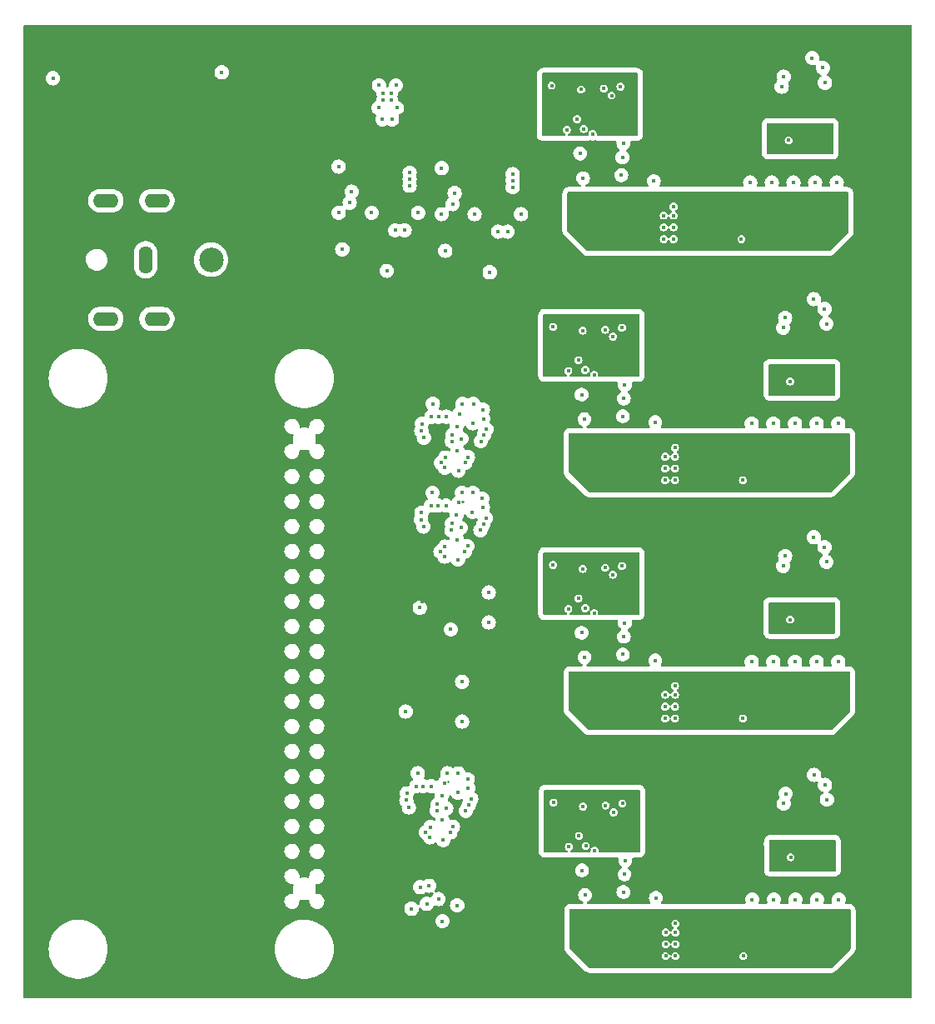
<source format=gbr>
%TF.GenerationSoftware,KiCad,Pcbnew,7.0.9*%
%TF.CreationDate,2024-01-29T23:53:48+02:00*%
%TF.ProjectId,ESLGSU,45534c47-5355-42e6-9b69-6361645f7063,rev?*%
%TF.SameCoordinates,Original*%
%TF.FileFunction,Copper,L2,Inr*%
%TF.FilePolarity,Positive*%
%FSLAX46Y46*%
G04 Gerber Fmt 4.6, Leading zero omitted, Abs format (unit mm)*
G04 Created by KiCad (PCBNEW 7.0.9) date 2024-01-29 23:53:48*
%MOMM*%
%LPD*%
G01*
G04 APERTURE LIST*
%TA.AperFunction,ComponentPad*%
%ADD10C,0.400000*%
%TD*%
%TA.AperFunction,ComponentPad*%
%ADD11C,2.500000*%
%TD*%
%TA.AperFunction,ComponentPad*%
%ADD12O,1.400000X2.800000*%
%TD*%
%TA.AperFunction,ComponentPad*%
%ADD13O,2.600000X1.400000*%
%TD*%
%TA.AperFunction,ViaPad*%
%ADD14C,0.450000*%
%TD*%
%TA.AperFunction,ViaPad*%
%ADD15C,0.400000*%
%TD*%
%TA.AperFunction,Conductor*%
%ADD16C,0.254000*%
%TD*%
G04 APERTURE END LIST*
D10*
%TO.N,Net-(U26-EN)*%
%TO.C,U28*%
X90536000Y-71250400D03*
%TO.N,/System_Power/VBAT*%
X90536000Y-71950400D03*
%TO.N,/System_Power/POWER_IN*%
X91336000Y-71950400D03*
%TO.N,Net-(U26-EN)*%
X91336000Y-71250400D03*
%TD*%
D11*
%TO.N,/System_Power/POWER_IN*%
%TO.C,J1*%
X73021600Y-88188800D03*
D12*
%TO.N,GNDA*%
X66371600Y-88188800D03*
D13*
X62321600Y-94188800D03*
X67521600Y-94188800D03*
X62321600Y-82188800D03*
X67521600Y-82188800D03*
%TD*%
D14*
%TO.N,Net-(U2-D)*%
X103692600Y-80822800D03*
X103692600Y-79502000D03*
X103692600Y-80162400D03*
%TO.N,GNDA*%
X104546400Y-83566000D03*
X99822000Y-83566000D03*
X96469200Y-83566000D03*
%TO.N,/SYS_5V*%
X96469200Y-78892400D03*
%TO.N,GNDA*%
X102209600Y-85344000D03*
X97586800Y-82550000D03*
%TO.N,Net-(Q6-G)*%
X97790000Y-81432400D03*
X103174800Y-85344000D03*
%TO.N,/SYS_5V*%
X101361200Y-89473200D03*
%TO.N,GNDA*%
X96840000Y-87286800D03*
%TO.N,Net-(U2-D)*%
X93218000Y-80670400D03*
X93218000Y-80010000D03*
X93218000Y-79349600D03*
%TO.N,/SYS_5V*%
X85994600Y-78740000D03*
X90886600Y-89320800D03*
%TO.N,GNDA*%
X86365400Y-87134400D03*
%TO.N,Net-(Q5-G)*%
X87315400Y-81280000D03*
X92700200Y-85191600D03*
%TO.N,GNDA*%
X94071800Y-83413600D03*
X91735000Y-85191600D03*
X89347400Y-83413600D03*
X85994600Y-83413600D03*
X87112200Y-82397600D03*
X90093900Y-70464400D03*
X91821100Y-70464400D03*
X91414700Y-73918800D03*
X90451500Y-73918800D03*
X91922700Y-72750400D03*
X90043100Y-72750400D03*
%TO.N,/SYS_5V*%
X56950000Y-69750000D03*
%TO.N,GND*%
X130950000Y-139050000D03*
X94550000Y-93710000D03*
X96150000Y-132700000D03*
X136350000Y-67700000D03*
X97050000Y-96860000D03*
X133325000Y-96675000D03*
X136500000Y-92200000D03*
X99100000Y-96910000D03*
X96451200Y-111861600D03*
X97050000Y-95010000D03*
X97608015Y-102822400D03*
X99150000Y-121650000D03*
X94964212Y-140379498D03*
X133175000Y-72175000D03*
X96081812Y-140379498D03*
X98000000Y-96860000D03*
X97568800Y-111861600D03*
X96150000Y-134550000D03*
X93300000Y-151950000D03*
X99550000Y-114757200D03*
X92801500Y-133121400D03*
X100350000Y-97510000D03*
X136500000Y-116400000D03*
X96095600Y-115570000D03*
X96134815Y-106530800D03*
X98063012Y-143275098D03*
X99150000Y-125350000D03*
X98050000Y-154800000D03*
X130750000Y-66200000D03*
X133325000Y-120875000D03*
X130900000Y-114900000D03*
X133375000Y-145025000D03*
X130900000Y-90700000D03*
X94608612Y-144087898D03*
X98551500Y-136121400D03*
X136550000Y-140550000D03*
X94500000Y-122950000D03*
X99589215Y-105718000D03*
X95150000Y-134550000D03*
X95150000Y-132700000D03*
X100350000Y-93460000D03*
X96490415Y-102822400D03*
X98000000Y-95010000D03*
X101250000Y-123000000D03*
D15*
%TO.N,GNDA*%
X123103503Y-106200000D03*
X124350000Y-154550000D03*
X121750000Y-81700000D03*
X123700000Y-106200000D03*
X123103503Y-130400000D03*
X107400000Y-121500000D03*
D14*
X135900000Y-123800000D03*
D15*
X123750000Y-154550000D03*
X107400000Y-123700000D03*
X116000000Y-123700000D03*
D14*
X129900000Y-123400000D03*
D15*
X124300000Y-106200000D03*
D14*
X129750000Y-74700000D03*
D15*
X122500000Y-130400000D03*
X116000000Y-121500000D03*
X107400000Y-122600000D03*
D14*
X129950000Y-147550000D03*
D15*
X107400000Y-98400000D03*
D14*
X129900000Y-99200000D03*
D15*
X123700000Y-130400000D03*
X115850000Y-75000000D03*
X107450000Y-147850000D03*
X107250000Y-73900000D03*
X121900000Y-106200000D03*
X116000000Y-98400000D03*
X116050000Y-147850000D03*
X122550000Y-154550000D03*
X107250000Y-72800000D03*
X107450000Y-145650000D03*
X107450000Y-146750000D03*
X116050000Y-145650000D03*
X107250000Y-75000000D03*
X121950000Y-154550000D03*
X123153503Y-154550000D03*
X116000000Y-97300000D03*
D14*
X135750000Y-75100000D03*
D15*
X107400000Y-99500000D03*
X115850000Y-73900000D03*
X116000000Y-122600000D03*
X123550000Y-81700000D03*
D14*
X135900000Y-99600000D03*
D15*
X115850000Y-72800000D03*
X124150000Y-81700000D03*
X122953503Y-81700000D03*
X107400000Y-97300000D03*
X124300000Y-130400000D03*
X116050000Y-146750000D03*
X122500000Y-106200000D03*
X121900000Y-130400000D03*
X122350000Y-81700000D03*
X116000000Y-99500000D03*
D14*
X135950000Y-147950000D03*
D15*
%TO.N,/Fixed_Regulators/EN_3V3*%
X111825000Y-75400000D03*
X110235000Y-73900000D03*
D14*
%TO.N,/Fixed_Regulators/SCL_3V3*%
X131250000Y-69600000D03*
D15*
X120050000Y-84900000D03*
D14*
%TO.N,/Fixed_Regulators/SDA_3V3*%
X131050000Y-70600000D03*
D15*
X120050000Y-86100000D03*
D14*
%TO.N,Net-(Q1-G)*%
X131750000Y-76060000D03*
X134150000Y-67690000D03*
D15*
%TO.N,/BUS_UNREG*%
X114800000Y-95100000D03*
X114850000Y-143450000D03*
X113100000Y-119500000D03*
X112950000Y-70800000D03*
X114800000Y-119300000D03*
X110800000Y-95400000D03*
X110650000Y-70900000D03*
X110850000Y-143750000D03*
X114650000Y-70600000D03*
X113900000Y-96000000D03*
X113750000Y-71500000D03*
X107800000Y-119200000D03*
X107850000Y-143350000D03*
X107800000Y-95000000D03*
X113950000Y-144350000D03*
X110800000Y-119600000D03*
X113150000Y-143650000D03*
X113900000Y-120200000D03*
X113100000Y-95300000D03*
X107650000Y-70500000D03*
D14*
%TO.N,/SYS_3V3*%
X135450000Y-70200000D03*
D15*
X119250000Y-157750000D03*
X119050000Y-83700000D03*
D14*
X135400000Y-93200000D03*
D15*
X119050000Y-86100000D03*
X119200000Y-134800000D03*
X119200000Y-110600000D03*
D14*
X135450000Y-141550000D03*
D15*
X119050000Y-84900000D03*
X119200000Y-108200000D03*
D14*
X135650000Y-143050000D03*
X135250000Y-68700000D03*
D15*
X119200000Y-132400000D03*
X119200000Y-133600000D03*
X119250000Y-158950000D03*
D14*
X74100000Y-69150000D03*
D15*
X119250000Y-156550000D03*
D14*
X135600000Y-118900000D03*
X135600000Y-94700000D03*
X135400000Y-117400000D03*
D15*
X119200000Y-109400000D03*
%TO.N,Net-(U10-OUT)*%
X118050000Y-80200000D03*
X110550000Y-77400000D03*
X114750000Y-79600000D03*
X110850000Y-79900000D03*
X114950000Y-76400000D03*
X114850000Y-77800000D03*
D14*
%TO.N,Net-(U11-IN)*%
X134450000Y-80350000D03*
D15*
X126950000Y-86100000D03*
D14*
X136650000Y-80350000D03*
X132250000Y-80350000D03*
X130050000Y-80350000D03*
X127850000Y-80350000D03*
D15*
%TO.N,Net-(U14-OUT)*%
X110700000Y-101900000D03*
X115100000Y-100900000D03*
X114900000Y-104100000D03*
X118200000Y-104700000D03*
X115000000Y-102300000D03*
X111000000Y-104400000D03*
D14*
%TO.N,Net-(U15-IN)*%
X134600000Y-104850000D03*
X136800000Y-104850000D03*
D15*
X127100000Y-110600000D03*
D14*
X130200000Y-104850000D03*
X132400000Y-104850000D03*
X128000000Y-104850000D03*
%TO.N,Net-(Q2-G)*%
X134300000Y-92190000D03*
X131900000Y-100560000D03*
D15*
%TO.N,/Fixed_Regulators/EN_5V*%
X110385000Y-98400000D03*
X111975000Y-99900000D03*
%TO.N,/Fixed_Regulators/INT_3V3*%
X120050000Y-83700000D03*
%TO.N,/Fixed_Regulators/INT_5V*%
X120200000Y-108200000D03*
D14*
%TO.N,/Fixed_Regulators/SCL_5V*%
X131400000Y-94100000D03*
D15*
X120200000Y-109400000D03*
D14*
%TO.N,/Fixed_Regulators/SDA_5V*%
X131200000Y-95100000D03*
D15*
X120200000Y-110600000D03*
%TO.N,/Programmable_Regulators/EN_CH1*%
X111975000Y-124100000D03*
X110385000Y-122600000D03*
%TO.N,Net-(U18-OUT)*%
X111000000Y-128600000D03*
X110700000Y-126100000D03*
X115100000Y-125100000D03*
X114900000Y-128300000D03*
X118200000Y-128900000D03*
X115000000Y-126500000D03*
%TO.N,/Programmable_Regulators/EN_CH2*%
X110435000Y-146750000D03*
X112025000Y-148250000D03*
D14*
%TO.N,Net-(U19-IN)*%
X134600000Y-129050000D03*
X136800000Y-129050000D03*
X130200000Y-129050000D03*
D15*
X127100000Y-134800000D03*
D14*
X128000000Y-129050000D03*
X132400000Y-129050000D03*
D15*
%TO.N,/Programmable_Regulators/INT_CH1*%
X120200000Y-132400000D03*
D14*
%TO.N,/Programmable_Regulators/SCL_CH1*%
X131400000Y-118300000D03*
D15*
X120200000Y-133600000D03*
D14*
%TO.N,/Programmable_Regulators/SDA_CH1*%
X131200000Y-119300000D03*
D15*
X120200000Y-134800000D03*
%TO.N,/Programmable_Regulators/INT_CH2*%
X120250000Y-156550000D03*
%TO.N,/Programmable_Regulators/SCL_CH2*%
X120250000Y-157750000D03*
D14*
X131450000Y-142450000D03*
%TO.N,/Programmable_Regulators/SDA_CH2*%
X131250000Y-143450000D03*
D15*
X120250000Y-158950000D03*
%TO.N,Net-(U22-OUT)*%
X118250000Y-153050000D03*
X115050000Y-150650000D03*
X114950000Y-152450000D03*
X111050000Y-152750000D03*
X115150000Y-149250000D03*
X110750000Y-150250000D03*
D14*
%TO.N,Net-(U23-IN)*%
X130250000Y-153200000D03*
X136850000Y-153200000D03*
D15*
X127150000Y-158950000D03*
D14*
X132450000Y-153200000D03*
X134650000Y-153200000D03*
X128050000Y-153200000D03*
%TO.N,Net-(Q3-G)*%
X131900000Y-124760000D03*
X134300000Y-116390000D03*
%TO.N,Net-(Q4-G)*%
X131950000Y-148910000D03*
X134350000Y-140540000D03*
D15*
%TO.N,Net-(U10-PG)*%
X109205000Y-75000000D03*
X120050000Y-82800000D03*
X110925000Y-74900000D03*
%TO.N,Net-(U14-PG)*%
X109355000Y-99500000D03*
X120200000Y-107300000D03*
X111075000Y-99400000D03*
%TO.N,Net-(U18-PG)*%
X109355000Y-123700000D03*
X111075000Y-123600000D03*
X120200000Y-131500000D03*
%TO.N,Net-(U22-PG)*%
X120250000Y-155650000D03*
X109405000Y-147850000D03*
X111125000Y-147750000D03*
D14*
%TO.N,/Main_uC/SYS_5V*%
X92801500Y-134101400D03*
%TO.N,/Main_uC/SYS_3V3*%
X98551500Y-135121400D03*
X94049812Y-140379498D03*
X95536800Y-111861600D03*
X93897412Y-141700298D03*
X95384400Y-113182400D03*
X94250000Y-123550000D03*
X99690815Y-102822400D03*
X98164612Y-140379498D03*
X98050000Y-153800000D03*
X93400000Y-154150000D03*
X95423615Y-104143200D03*
X97400878Y-125750000D03*
X99651600Y-111861600D03*
X95576015Y-102822400D03*
X101250000Y-125050000D03*
X98551500Y-131071400D03*
%TO.N,/Main_uC/VBUS*%
X96908400Y-113182400D03*
X96947615Y-104143200D03*
X101250000Y-122000000D03*
X94300000Y-151950000D03*
X98534000Y-111861600D03*
X97047012Y-140379498D03*
X98573215Y-102822400D03*
X95421412Y-141700298D03*
%TO.N,/Main_uC/GPIO_A_nEN*%
X100656015Y-103432000D03*
%TO.N,/Main_uC/SPI1_MOSI*%
X96539012Y-145154698D03*
X98113812Y-142360698D03*
%TO.N,/Main_uC/SPI1_SCK*%
X96945412Y-143935498D03*
X97611888Y-145801730D03*
%TO.N,/Main_uC/SPI1_MISO*%
X99485412Y-142970298D03*
X96640612Y-147186698D03*
%TO.N,/Main_uC/UART1_TX*%
X96550000Y-155400000D03*
X96150000Y-153150000D03*
%TO.N,/Main_uC/SPI1_nEN*%
X99129812Y-140989098D03*
%TO.N,/Main_uC/GPIO_B_nEN*%
X100616800Y-112471200D03*
%TO.N,/Main_uC/SPI1_NSS*%
X97351812Y-146373898D03*
X95980212Y-144189498D03*
%TO.N,/Main_uC/GPIO_4*%
X101011615Y-105413200D03*
X98166815Y-109629600D03*
%TO.N,/Main_uC/GPIO_3*%
X98878015Y-108816800D03*
X97506415Y-106632400D03*
%TO.N,/Main_uC/GPIO_2*%
X99138091Y-108244632D03*
X98471615Y-106378400D03*
%TO.N,/Main_uC/GPIO_1*%
X98065215Y-107597600D03*
X99640015Y-104803600D03*
%TO.N,/Main_uC/GPIO_8*%
X98127600Y-118668800D03*
X100972400Y-114452400D03*
%TO.N,/Main_uC/GPIO_7*%
X97467200Y-115671600D03*
X98838800Y-117856000D03*
%TO.N,/Main_uC/GPIO_6*%
X98432400Y-115417600D03*
X99098876Y-117283832D03*
%TO.N,/Main_uC/GPIO_5*%
X98026000Y-116636800D03*
X99600800Y-113842800D03*
%TO.N,Net-(U32-S1A)*%
X95200000Y-151800000D03*
X94950000Y-153650000D03*
%TO.N,Net-(U34-S3B)*%
X100413600Y-115671600D03*
X97518000Y-115011200D03*
%TO.N,/Main_uC/GPIO_B_SHIFT*%
X96095600Y-113182400D03*
X98229200Y-112877600D03*
%TO.N,Net-(U36-B3)*%
X97557215Y-105972000D03*
X100452815Y-106632400D03*
%TO.N,/Main_uC/GPIO_A_SHIFT*%
X98268415Y-103838400D03*
X96134815Y-104143200D03*
%TO.N,Net-(U46-B3)*%
X98926612Y-144189498D03*
X96031012Y-143529098D03*
%TO.N,/Main_uC/SPI1_SHIFT*%
X96742212Y-141395498D03*
X94608612Y-141700298D03*
%TO.N,/Main_uC/_GPIO_6*%
X94419200Y-113893600D03*
X97975200Y-114147600D03*
X96798397Y-117339598D03*
%TO.N,/Main_uC/_GPIO_7*%
X100718400Y-115062000D03*
X96349600Y-117852000D03*
X94368400Y-114604800D03*
%TO.N,/Main_uC/_GPIO_8*%
X96756000Y-118364000D03*
X100667600Y-113385600D03*
X94622400Y-115316000D03*
%TO.N,/Main_uC/_GPIO_2*%
X98014415Y-105108400D03*
X96837612Y-108300398D03*
X94458415Y-104854400D03*
%TO.N,/Main_uC/_GPIO_3*%
X96388815Y-108812800D03*
X94407615Y-105565600D03*
X100757615Y-106022800D03*
%TO.N,/Main_uC/_GPIO_4*%
X94661615Y-106276800D03*
X100706815Y-104346400D03*
X96795215Y-109324800D03*
%TO.N,/Main_uC/_SPI1_SCK*%
X96488212Y-142665498D03*
X95311409Y-145857496D03*
X92932212Y-142411498D03*
%TO.N,/Main_uC/_SPI1_NSS*%
X92881412Y-143122698D03*
X94862612Y-146369898D03*
X99231412Y-143579898D03*
%TO.N,/Main_uC/_SPI1_MISO*%
X99180612Y-141903498D03*
X93135412Y-143833898D03*
X95269012Y-146881898D03*
%TD*%
D16*
%TO.N,/Main_uC/VBUS*%
X98584267Y-112728400D02*
X98624015Y-112728400D01*
X98533467Y-102822400D02*
X98573215Y-102822400D01*
X97097279Y-141246298D02*
X97137027Y-141246298D01*
%TD*%
%TA.AperFunction,Conductor*%
%TO.N,GNDA*%
G36*
X116593039Y-142069685D02*
G01*
X116638794Y-142122489D01*
X116650000Y-142174000D01*
X116650000Y-148326000D01*
X116630315Y-148393039D01*
X116577511Y-148438794D01*
X116526000Y-148450000D01*
X112548051Y-148450000D01*
X112481012Y-148430315D01*
X112435257Y-148377511D01*
X112425313Y-148308353D01*
X112425577Y-148306603D01*
X112432405Y-148263490D01*
X112434542Y-148250000D01*
X112434542Y-148249997D01*
X112434542Y-148249996D01*
X112414499Y-148123448D01*
X112414498Y-148123446D01*
X112414498Y-148123445D01*
X112356326Y-148009277D01*
X112356322Y-148009273D01*
X112356321Y-148009271D01*
X112265728Y-147918678D01*
X112265725Y-147918676D01*
X112265723Y-147918674D01*
X112151555Y-147860502D01*
X112151554Y-147860501D01*
X112151551Y-147860500D01*
X112025003Y-147840458D01*
X112024997Y-147840458D01*
X111898448Y-147860500D01*
X111879384Y-147870214D01*
X111784277Y-147918674D01*
X111784276Y-147918675D01*
X111784274Y-147918675D01*
X111725656Y-147977294D01*
X111664332Y-148010778D01*
X111594641Y-148005793D01*
X111538707Y-147963922D01*
X111514291Y-147898457D01*
X111515502Y-147870214D01*
X111517041Y-147860502D01*
X111534542Y-147750000D01*
X111534542Y-147749996D01*
X111514499Y-147623448D01*
X111514498Y-147623446D01*
X111514498Y-147623445D01*
X111456326Y-147509277D01*
X111456322Y-147509273D01*
X111456321Y-147509271D01*
X111365728Y-147418678D01*
X111365725Y-147418676D01*
X111365723Y-147418674D01*
X111251555Y-147360502D01*
X111251554Y-147360501D01*
X111251551Y-147360500D01*
X111125003Y-147340458D01*
X111124997Y-147340458D01*
X110998448Y-147360500D01*
X110942493Y-147389011D01*
X110884277Y-147418674D01*
X110884276Y-147418675D01*
X110884271Y-147418678D01*
X110793678Y-147509271D01*
X110793675Y-147509276D01*
X110793674Y-147509277D01*
X110788884Y-147518678D01*
X110735500Y-147623448D01*
X110715458Y-147749996D01*
X110715458Y-147750003D01*
X110735500Y-147876551D01*
X110735501Y-147876554D01*
X110735502Y-147876555D01*
X110793674Y-147990723D01*
X110793676Y-147990725D01*
X110793678Y-147990728D01*
X110884271Y-148081321D01*
X110884273Y-148081322D01*
X110884277Y-148081326D01*
X110998445Y-148139498D01*
X110998446Y-148139498D01*
X110998448Y-148139499D01*
X111124997Y-148159542D01*
X111125000Y-148159542D01*
X111125003Y-148159542D01*
X111251551Y-148139499D01*
X111251552Y-148139498D01*
X111251555Y-148139498D01*
X111365723Y-148081326D01*
X111424344Y-148022704D01*
X111485665Y-147989221D01*
X111555357Y-147994205D01*
X111611291Y-148036076D01*
X111635708Y-148101540D01*
X111634497Y-148129784D01*
X111615458Y-148249996D01*
X111615458Y-148249997D01*
X111615458Y-148250000D01*
X111617595Y-148263490D01*
X111624423Y-148306603D01*
X111615467Y-148375896D01*
X111570470Y-148429348D01*
X111503719Y-148449987D01*
X111501949Y-148450000D01*
X109634918Y-148450000D01*
X109567879Y-148430315D01*
X109522124Y-148377511D01*
X109512180Y-148308353D01*
X109541205Y-148244797D01*
X109578621Y-148215516D01*
X109645723Y-148181326D01*
X109736326Y-148090723D01*
X109794498Y-147976555D01*
X109803665Y-147918678D01*
X109814542Y-147850003D01*
X109814542Y-147849996D01*
X109794499Y-147723448D01*
X109794498Y-147723446D01*
X109794498Y-147723445D01*
X109736326Y-147609277D01*
X109736322Y-147609273D01*
X109736321Y-147609271D01*
X109645728Y-147518678D01*
X109645725Y-147518676D01*
X109645723Y-147518674D01*
X109531555Y-147460502D01*
X109531554Y-147460501D01*
X109531551Y-147460500D01*
X109405003Y-147440458D01*
X109404997Y-147440458D01*
X109278448Y-147460500D01*
X109222493Y-147489011D01*
X109164277Y-147518674D01*
X109164276Y-147518675D01*
X109164271Y-147518678D01*
X109073678Y-147609271D01*
X109073675Y-147609276D01*
X109073674Y-147609277D01*
X109044011Y-147667493D01*
X109015500Y-147723448D01*
X108995458Y-147849996D01*
X108995458Y-147850003D01*
X109015500Y-147976551D01*
X109015501Y-147976554D01*
X109015502Y-147976555D01*
X109073674Y-148090723D01*
X109073676Y-148090725D01*
X109073678Y-148090728D01*
X109164271Y-148181321D01*
X109164276Y-148181325D01*
X109164277Y-148181326D01*
X109231378Y-148215515D01*
X109282173Y-148263490D01*
X109298968Y-148331311D01*
X109276430Y-148397446D01*
X109221715Y-148440897D01*
X109175082Y-148450000D01*
X106974000Y-148450000D01*
X106906961Y-148430315D01*
X106861206Y-148377511D01*
X106850000Y-148326000D01*
X106850000Y-146750003D01*
X110025458Y-146750003D01*
X110045500Y-146876551D01*
X110045501Y-146876554D01*
X110045502Y-146876555D01*
X110103674Y-146990723D01*
X110103676Y-146990725D01*
X110103678Y-146990728D01*
X110194271Y-147081321D01*
X110194273Y-147081322D01*
X110194277Y-147081326D01*
X110308445Y-147139498D01*
X110308446Y-147139498D01*
X110308448Y-147139499D01*
X110434997Y-147159542D01*
X110435000Y-147159542D01*
X110435003Y-147159542D01*
X110561551Y-147139499D01*
X110561552Y-147139498D01*
X110561555Y-147139498D01*
X110675723Y-147081326D01*
X110766326Y-146990723D01*
X110824498Y-146876555D01*
X110844542Y-146750000D01*
X110844542Y-146749996D01*
X110824499Y-146623448D01*
X110824498Y-146623446D01*
X110824498Y-146623445D01*
X110766326Y-146509277D01*
X110766322Y-146509273D01*
X110766321Y-146509271D01*
X110675728Y-146418678D01*
X110675725Y-146418676D01*
X110675723Y-146418674D01*
X110561555Y-146360502D01*
X110561554Y-146360501D01*
X110561551Y-146360500D01*
X110435003Y-146340458D01*
X110434997Y-146340458D01*
X110308448Y-146360500D01*
X110252493Y-146389011D01*
X110194277Y-146418674D01*
X110194276Y-146418675D01*
X110194271Y-146418678D01*
X110103678Y-146509271D01*
X110103675Y-146509276D01*
X110045500Y-146623448D01*
X110025458Y-146749996D01*
X110025458Y-146750003D01*
X106850000Y-146750003D01*
X106850000Y-144350003D01*
X113540458Y-144350003D01*
X113560500Y-144476551D01*
X113560501Y-144476554D01*
X113560502Y-144476555D01*
X113618674Y-144590723D01*
X113618676Y-144590725D01*
X113618678Y-144590728D01*
X113709271Y-144681321D01*
X113709273Y-144681322D01*
X113709277Y-144681326D01*
X113823445Y-144739498D01*
X113823446Y-144739498D01*
X113823448Y-144739499D01*
X113949997Y-144759542D01*
X113950000Y-144759542D01*
X113950003Y-144759542D01*
X114076551Y-144739499D01*
X114076552Y-144739498D01*
X114076555Y-144739498D01*
X114190723Y-144681326D01*
X114281326Y-144590723D01*
X114339498Y-144476555D01*
X114359542Y-144350000D01*
X114359542Y-144349996D01*
X114339499Y-144223448D01*
X114339498Y-144223446D01*
X114339498Y-144223445D01*
X114281326Y-144109277D01*
X114281322Y-144109273D01*
X114281321Y-144109271D01*
X114190728Y-144018678D01*
X114190725Y-144018676D01*
X114190723Y-144018674D01*
X114076555Y-143960502D01*
X114076554Y-143960501D01*
X114076551Y-143960500D01*
X113950003Y-143940458D01*
X113949997Y-143940458D01*
X113823448Y-143960500D01*
X113782586Y-143981321D01*
X113709277Y-144018674D01*
X113709276Y-144018675D01*
X113709271Y-144018678D01*
X113618678Y-144109271D01*
X113618675Y-144109276D01*
X113618674Y-144109277D01*
X113589011Y-144167493D01*
X113560500Y-144223448D01*
X113540458Y-144349996D01*
X113540458Y-144350003D01*
X106850000Y-144350003D01*
X106850000Y-143350003D01*
X107440458Y-143350003D01*
X107460500Y-143476551D01*
X107460501Y-143476554D01*
X107460502Y-143476555D01*
X107518674Y-143590723D01*
X107518676Y-143590725D01*
X107518678Y-143590728D01*
X107609271Y-143681321D01*
X107609273Y-143681322D01*
X107609277Y-143681326D01*
X107723445Y-143739498D01*
X107723446Y-143739498D01*
X107723448Y-143739499D01*
X107849997Y-143759542D01*
X107850000Y-143759542D01*
X107850003Y-143759542D01*
X107910231Y-143750003D01*
X110440458Y-143750003D01*
X110460500Y-143876551D01*
X110460501Y-143876554D01*
X110460502Y-143876555D01*
X110518674Y-143990723D01*
X110518676Y-143990725D01*
X110518678Y-143990728D01*
X110609271Y-144081321D01*
X110609273Y-144081322D01*
X110609277Y-144081326D01*
X110723445Y-144139498D01*
X110723446Y-144139498D01*
X110723448Y-144139499D01*
X110849997Y-144159542D01*
X110850000Y-144159542D01*
X110850003Y-144159542D01*
X110976551Y-144139499D01*
X110976552Y-144139498D01*
X110976555Y-144139498D01*
X111090723Y-144081326D01*
X111181326Y-143990723D01*
X111239498Y-143876555D01*
X111245367Y-143839499D01*
X111259542Y-143750003D01*
X111259542Y-143749996D01*
X111243705Y-143650003D01*
X112740458Y-143650003D01*
X112760500Y-143776551D01*
X112760501Y-143776554D01*
X112760502Y-143776555D01*
X112818674Y-143890723D01*
X112818676Y-143890725D01*
X112818678Y-143890728D01*
X112909271Y-143981321D01*
X112909273Y-143981322D01*
X112909277Y-143981326D01*
X113023445Y-144039498D01*
X113023446Y-144039498D01*
X113023448Y-144039499D01*
X113149997Y-144059542D01*
X113150000Y-144059542D01*
X113150003Y-144059542D01*
X113276551Y-144039499D01*
X113276552Y-144039498D01*
X113276555Y-144039498D01*
X113390723Y-143981326D01*
X113481326Y-143890723D01*
X113539498Y-143776555D01*
X113542193Y-143759542D01*
X113559542Y-143650003D01*
X113559542Y-143649996D01*
X113539499Y-143523448D01*
X113539498Y-143523446D01*
X113539498Y-143523445D01*
X113502077Y-143450003D01*
X114440458Y-143450003D01*
X114460500Y-143576551D01*
X114460501Y-143576554D01*
X114460502Y-143576555D01*
X114518674Y-143690723D01*
X114518676Y-143690725D01*
X114518678Y-143690728D01*
X114609271Y-143781321D01*
X114609273Y-143781322D01*
X114609277Y-143781326D01*
X114723445Y-143839498D01*
X114723446Y-143839498D01*
X114723448Y-143839499D01*
X114849997Y-143859542D01*
X114850000Y-143859542D01*
X114850003Y-143859542D01*
X114976551Y-143839499D01*
X114976552Y-143839498D01*
X114976555Y-143839498D01*
X115090723Y-143781326D01*
X115181326Y-143690723D01*
X115239498Y-143576555D01*
X115239499Y-143576551D01*
X115259542Y-143450003D01*
X115259542Y-143449996D01*
X115239499Y-143323448D01*
X115239498Y-143323446D01*
X115239498Y-143323445D01*
X115181326Y-143209277D01*
X115181322Y-143209273D01*
X115181321Y-143209271D01*
X115090728Y-143118678D01*
X115090725Y-143118676D01*
X115090723Y-143118674D01*
X114976555Y-143060502D01*
X114976554Y-143060501D01*
X114976551Y-143060500D01*
X114850003Y-143040458D01*
X114849997Y-143040458D01*
X114723448Y-143060500D01*
X114667493Y-143089011D01*
X114609277Y-143118674D01*
X114609276Y-143118675D01*
X114609271Y-143118678D01*
X114518678Y-143209271D01*
X114518675Y-143209276D01*
X114518674Y-143209277D01*
X114492574Y-143260500D01*
X114460500Y-143323448D01*
X114440458Y-143449996D01*
X114440458Y-143450003D01*
X113502077Y-143450003D01*
X113481326Y-143409277D01*
X113481322Y-143409273D01*
X113481321Y-143409271D01*
X113390728Y-143318678D01*
X113390725Y-143318676D01*
X113390723Y-143318674D01*
X113276555Y-143260502D01*
X113276554Y-143260501D01*
X113276551Y-143260500D01*
X113150003Y-143240458D01*
X113149997Y-143240458D01*
X113023448Y-143260500D01*
X112967493Y-143289011D01*
X112909277Y-143318674D01*
X112909276Y-143318675D01*
X112909271Y-143318678D01*
X112818678Y-143409271D01*
X112818675Y-143409276D01*
X112818674Y-143409277D01*
X112797923Y-143450003D01*
X112760500Y-143523448D01*
X112740458Y-143649996D01*
X112740458Y-143650003D01*
X111243705Y-143650003D01*
X111239499Y-143623448D01*
X111239498Y-143623446D01*
X111239498Y-143623445D01*
X111181326Y-143509277D01*
X111181322Y-143509273D01*
X111181321Y-143509271D01*
X111090728Y-143418678D01*
X111090725Y-143418676D01*
X111090723Y-143418674D01*
X110976555Y-143360502D01*
X110976554Y-143360501D01*
X110976551Y-143360500D01*
X110850003Y-143340458D01*
X110849997Y-143340458D01*
X110723448Y-143360500D01*
X110667493Y-143389011D01*
X110609277Y-143418674D01*
X110609276Y-143418675D01*
X110609271Y-143418678D01*
X110518678Y-143509271D01*
X110518675Y-143509276D01*
X110518674Y-143509277D01*
X110489011Y-143567493D01*
X110460500Y-143623448D01*
X110440458Y-143749996D01*
X110440458Y-143750003D01*
X107910231Y-143750003D01*
X107976551Y-143739499D01*
X107976552Y-143739498D01*
X107976555Y-143739498D01*
X108090723Y-143681326D01*
X108181326Y-143590723D01*
X108239498Y-143476555D01*
X108239499Y-143476551D01*
X108259542Y-143350003D01*
X108259542Y-143349996D01*
X108239499Y-143223448D01*
X108239498Y-143223446D01*
X108239498Y-143223445D01*
X108181326Y-143109277D01*
X108181322Y-143109273D01*
X108181321Y-143109271D01*
X108090728Y-143018678D01*
X108090725Y-143018676D01*
X108090723Y-143018674D01*
X107976555Y-142960502D01*
X107976554Y-142960501D01*
X107976551Y-142960500D01*
X107850003Y-142940458D01*
X107849997Y-142940458D01*
X107723448Y-142960500D01*
X107667493Y-142989011D01*
X107609277Y-143018674D01*
X107609276Y-143018675D01*
X107609271Y-143018678D01*
X107518678Y-143109271D01*
X107518675Y-143109276D01*
X107518674Y-143109277D01*
X107513884Y-143118678D01*
X107460500Y-143223448D01*
X107440458Y-143349996D01*
X107440458Y-143350003D01*
X106850000Y-143350003D01*
X106850000Y-142174000D01*
X106869685Y-142106961D01*
X106922489Y-142061206D01*
X106974000Y-142050000D01*
X116526000Y-142050000D01*
X116593039Y-142069685D01*
G37*
%TD.AperFunction*%
%TD*%
%TA.AperFunction,Conductor*%
%TO.N,GNDA*%
G36*
X136443039Y-123019685D02*
G01*
X136488794Y-123072489D01*
X136500000Y-123124000D01*
X136500000Y-126076000D01*
X136480315Y-126143039D01*
X136427511Y-126188794D01*
X136376000Y-126200000D01*
X129824000Y-126200000D01*
X129756961Y-126180315D01*
X129711206Y-126127511D01*
X129700000Y-126076000D01*
X129700000Y-124760003D01*
X131490458Y-124760003D01*
X131510500Y-124886551D01*
X131510501Y-124886554D01*
X131510502Y-124886555D01*
X131568674Y-125000723D01*
X131568676Y-125000725D01*
X131568678Y-125000728D01*
X131659271Y-125091321D01*
X131659273Y-125091322D01*
X131659277Y-125091326D01*
X131773445Y-125149498D01*
X131773446Y-125149498D01*
X131773448Y-125149499D01*
X131899997Y-125169542D01*
X131900000Y-125169542D01*
X131900003Y-125169542D01*
X132026551Y-125149499D01*
X132026552Y-125149498D01*
X132026555Y-125149498D01*
X132140723Y-125091326D01*
X132231326Y-125000723D01*
X132289498Y-124886555D01*
X132309542Y-124760000D01*
X132309542Y-124759996D01*
X132289499Y-124633448D01*
X132289498Y-124633446D01*
X132289498Y-124633445D01*
X132231326Y-124519277D01*
X132231322Y-124519273D01*
X132231321Y-124519271D01*
X132140728Y-124428678D01*
X132140725Y-124428676D01*
X132140723Y-124428674D01*
X132026555Y-124370502D01*
X132026554Y-124370501D01*
X132026551Y-124370500D01*
X131900003Y-124350458D01*
X131899997Y-124350458D01*
X131773448Y-124370500D01*
X131717493Y-124399011D01*
X131659277Y-124428674D01*
X131659276Y-124428675D01*
X131659271Y-124428678D01*
X131568678Y-124519271D01*
X131568675Y-124519276D01*
X131510500Y-124633448D01*
X131490458Y-124759996D01*
X131490458Y-124760003D01*
X129700000Y-124760003D01*
X129700000Y-123124000D01*
X129719685Y-123056961D01*
X129772489Y-123011206D01*
X129824000Y-123000000D01*
X136376000Y-123000000D01*
X136443039Y-123019685D01*
G37*
%TD.AperFunction*%
%TD*%
%TA.AperFunction,Conductor*%
%TO.N,GNDA*%
G36*
X116543039Y-93719685D02*
G01*
X116588794Y-93772489D01*
X116600000Y-93824000D01*
X116600000Y-99976000D01*
X116580315Y-100043039D01*
X116527511Y-100088794D01*
X116476000Y-100100000D01*
X112498051Y-100100000D01*
X112431012Y-100080315D01*
X112385257Y-100027511D01*
X112375313Y-99958353D01*
X112375577Y-99956603D01*
X112382405Y-99913490D01*
X112384542Y-99900000D01*
X112384542Y-99899997D01*
X112384542Y-99899996D01*
X112364499Y-99773448D01*
X112364498Y-99773446D01*
X112364498Y-99773445D01*
X112306326Y-99659277D01*
X112306322Y-99659273D01*
X112306321Y-99659271D01*
X112215728Y-99568678D01*
X112215725Y-99568676D01*
X112215723Y-99568674D01*
X112101555Y-99510502D01*
X112101554Y-99510501D01*
X112101551Y-99510500D01*
X111975003Y-99490458D01*
X111974997Y-99490458D01*
X111848448Y-99510500D01*
X111829384Y-99520214D01*
X111734277Y-99568674D01*
X111734276Y-99568675D01*
X111734274Y-99568675D01*
X111675656Y-99627294D01*
X111614332Y-99660778D01*
X111544641Y-99655793D01*
X111488707Y-99613922D01*
X111464291Y-99548457D01*
X111465502Y-99520214D01*
X111467041Y-99510502D01*
X111484542Y-99400000D01*
X111484542Y-99399996D01*
X111464499Y-99273448D01*
X111464498Y-99273446D01*
X111464498Y-99273445D01*
X111406326Y-99159277D01*
X111406322Y-99159273D01*
X111406321Y-99159271D01*
X111315728Y-99068678D01*
X111315725Y-99068676D01*
X111315723Y-99068674D01*
X111201555Y-99010502D01*
X111201554Y-99010501D01*
X111201551Y-99010500D01*
X111075003Y-98990458D01*
X111074997Y-98990458D01*
X110948448Y-99010500D01*
X110892493Y-99039011D01*
X110834277Y-99068674D01*
X110834276Y-99068675D01*
X110834271Y-99068678D01*
X110743678Y-99159271D01*
X110743675Y-99159276D01*
X110743674Y-99159277D01*
X110738884Y-99168678D01*
X110685500Y-99273448D01*
X110665458Y-99399996D01*
X110665458Y-99400003D01*
X110685500Y-99526551D01*
X110685501Y-99526554D01*
X110685502Y-99526555D01*
X110743674Y-99640723D01*
X110743676Y-99640725D01*
X110743678Y-99640728D01*
X110834271Y-99731321D01*
X110834273Y-99731322D01*
X110834277Y-99731326D01*
X110948445Y-99789498D01*
X110948446Y-99789498D01*
X110948448Y-99789499D01*
X111074997Y-99809542D01*
X111075000Y-99809542D01*
X111075003Y-99809542D01*
X111201551Y-99789499D01*
X111201552Y-99789498D01*
X111201555Y-99789498D01*
X111315723Y-99731326D01*
X111374344Y-99672704D01*
X111435665Y-99639221D01*
X111505357Y-99644205D01*
X111561291Y-99686076D01*
X111585708Y-99751540D01*
X111584497Y-99779784D01*
X111565458Y-99899996D01*
X111565458Y-99899997D01*
X111565458Y-99900000D01*
X111567595Y-99913490D01*
X111574423Y-99956603D01*
X111565467Y-100025896D01*
X111520470Y-100079348D01*
X111453719Y-100099987D01*
X111451949Y-100100000D01*
X109584918Y-100100000D01*
X109517879Y-100080315D01*
X109472124Y-100027511D01*
X109462180Y-99958353D01*
X109491205Y-99894797D01*
X109528621Y-99865516D01*
X109595723Y-99831326D01*
X109686326Y-99740723D01*
X109744498Y-99626555D01*
X109753665Y-99568678D01*
X109764542Y-99500003D01*
X109764542Y-99499996D01*
X109744499Y-99373448D01*
X109744498Y-99373446D01*
X109744498Y-99373445D01*
X109686326Y-99259277D01*
X109686322Y-99259273D01*
X109686321Y-99259271D01*
X109595728Y-99168678D01*
X109595725Y-99168676D01*
X109595723Y-99168674D01*
X109481555Y-99110502D01*
X109481554Y-99110501D01*
X109481551Y-99110500D01*
X109355003Y-99090458D01*
X109354997Y-99090458D01*
X109228448Y-99110500D01*
X109172493Y-99139011D01*
X109114277Y-99168674D01*
X109114276Y-99168675D01*
X109114271Y-99168678D01*
X109023678Y-99259271D01*
X109023675Y-99259276D01*
X109023674Y-99259277D01*
X108994011Y-99317493D01*
X108965500Y-99373448D01*
X108945458Y-99499996D01*
X108945458Y-99500003D01*
X108965500Y-99626551D01*
X108965501Y-99626554D01*
X108965502Y-99626555D01*
X109023674Y-99740723D01*
X109023676Y-99740725D01*
X109023678Y-99740728D01*
X109114271Y-99831321D01*
X109114276Y-99831325D01*
X109114277Y-99831326D01*
X109181378Y-99865515D01*
X109232173Y-99913490D01*
X109248968Y-99981311D01*
X109226430Y-100047446D01*
X109171715Y-100090897D01*
X109125082Y-100100000D01*
X106924000Y-100100000D01*
X106856961Y-100080315D01*
X106811206Y-100027511D01*
X106800000Y-99976000D01*
X106800000Y-98400003D01*
X109975458Y-98400003D01*
X109995500Y-98526551D01*
X109995501Y-98526554D01*
X109995502Y-98526555D01*
X110053674Y-98640723D01*
X110053676Y-98640725D01*
X110053678Y-98640728D01*
X110144271Y-98731321D01*
X110144273Y-98731322D01*
X110144277Y-98731326D01*
X110258445Y-98789498D01*
X110258446Y-98789498D01*
X110258448Y-98789499D01*
X110384997Y-98809542D01*
X110385000Y-98809542D01*
X110385003Y-98809542D01*
X110511551Y-98789499D01*
X110511552Y-98789498D01*
X110511555Y-98789498D01*
X110625723Y-98731326D01*
X110716326Y-98640723D01*
X110774498Y-98526555D01*
X110794542Y-98400000D01*
X110794542Y-98399996D01*
X110774499Y-98273448D01*
X110774498Y-98273446D01*
X110774498Y-98273445D01*
X110716326Y-98159277D01*
X110716322Y-98159273D01*
X110716321Y-98159271D01*
X110625728Y-98068678D01*
X110625725Y-98068676D01*
X110625723Y-98068674D01*
X110511555Y-98010502D01*
X110511554Y-98010501D01*
X110511551Y-98010500D01*
X110385003Y-97990458D01*
X110384997Y-97990458D01*
X110258448Y-98010500D01*
X110202493Y-98039011D01*
X110144277Y-98068674D01*
X110144276Y-98068675D01*
X110144271Y-98068678D01*
X110053678Y-98159271D01*
X110053675Y-98159276D01*
X109995500Y-98273448D01*
X109975458Y-98399996D01*
X109975458Y-98400003D01*
X106800000Y-98400003D01*
X106800000Y-96000003D01*
X113490458Y-96000003D01*
X113510500Y-96126551D01*
X113510501Y-96126554D01*
X113510502Y-96126555D01*
X113568674Y-96240723D01*
X113568676Y-96240725D01*
X113568678Y-96240728D01*
X113659271Y-96331321D01*
X113659273Y-96331322D01*
X113659277Y-96331326D01*
X113773445Y-96389498D01*
X113773446Y-96389498D01*
X113773448Y-96389499D01*
X113899997Y-96409542D01*
X113900000Y-96409542D01*
X113900003Y-96409542D01*
X114026551Y-96389499D01*
X114026552Y-96389498D01*
X114026555Y-96389498D01*
X114140723Y-96331326D01*
X114231326Y-96240723D01*
X114289498Y-96126555D01*
X114309542Y-96000000D01*
X114309542Y-95999996D01*
X114289499Y-95873448D01*
X114289498Y-95873446D01*
X114289498Y-95873445D01*
X114231326Y-95759277D01*
X114231322Y-95759273D01*
X114231321Y-95759271D01*
X114140728Y-95668678D01*
X114140725Y-95668676D01*
X114140723Y-95668674D01*
X114026555Y-95610502D01*
X114026554Y-95610501D01*
X114026551Y-95610500D01*
X113900003Y-95590458D01*
X113899997Y-95590458D01*
X113773448Y-95610500D01*
X113732586Y-95631321D01*
X113659277Y-95668674D01*
X113659276Y-95668675D01*
X113659271Y-95668678D01*
X113568678Y-95759271D01*
X113568675Y-95759276D01*
X113568674Y-95759277D01*
X113539011Y-95817493D01*
X113510500Y-95873448D01*
X113490458Y-95999996D01*
X113490458Y-96000003D01*
X106800000Y-96000003D01*
X106800000Y-95000003D01*
X107390458Y-95000003D01*
X107410500Y-95126551D01*
X107410501Y-95126554D01*
X107410502Y-95126555D01*
X107468674Y-95240723D01*
X107468676Y-95240725D01*
X107468678Y-95240728D01*
X107559271Y-95331321D01*
X107559273Y-95331322D01*
X107559277Y-95331326D01*
X107673445Y-95389498D01*
X107673446Y-95389498D01*
X107673448Y-95389499D01*
X107799997Y-95409542D01*
X107800000Y-95409542D01*
X107800003Y-95409542D01*
X107860231Y-95400003D01*
X110390458Y-95400003D01*
X110410500Y-95526551D01*
X110410501Y-95526554D01*
X110410502Y-95526555D01*
X110468674Y-95640723D01*
X110468676Y-95640725D01*
X110468678Y-95640728D01*
X110559271Y-95731321D01*
X110559273Y-95731322D01*
X110559277Y-95731326D01*
X110673445Y-95789498D01*
X110673446Y-95789498D01*
X110673448Y-95789499D01*
X110799997Y-95809542D01*
X110800000Y-95809542D01*
X110800003Y-95809542D01*
X110926551Y-95789499D01*
X110926552Y-95789498D01*
X110926555Y-95789498D01*
X111040723Y-95731326D01*
X111131326Y-95640723D01*
X111189498Y-95526555D01*
X111195367Y-95489499D01*
X111209542Y-95400003D01*
X111209542Y-95399996D01*
X111193705Y-95300003D01*
X112690458Y-95300003D01*
X112710500Y-95426551D01*
X112710501Y-95426554D01*
X112710502Y-95426555D01*
X112768674Y-95540723D01*
X112768676Y-95540725D01*
X112768678Y-95540728D01*
X112859271Y-95631321D01*
X112859273Y-95631322D01*
X112859277Y-95631326D01*
X112973445Y-95689498D01*
X112973446Y-95689498D01*
X112973448Y-95689499D01*
X113099997Y-95709542D01*
X113100000Y-95709542D01*
X113100003Y-95709542D01*
X113226551Y-95689499D01*
X113226552Y-95689498D01*
X113226555Y-95689498D01*
X113340723Y-95631326D01*
X113431326Y-95540723D01*
X113489498Y-95426555D01*
X113492193Y-95409542D01*
X113509542Y-95300003D01*
X113509542Y-95299996D01*
X113489499Y-95173448D01*
X113489498Y-95173446D01*
X113489498Y-95173445D01*
X113452077Y-95100003D01*
X114390458Y-95100003D01*
X114410500Y-95226551D01*
X114410501Y-95226554D01*
X114410502Y-95226555D01*
X114468674Y-95340723D01*
X114468676Y-95340725D01*
X114468678Y-95340728D01*
X114559271Y-95431321D01*
X114559273Y-95431322D01*
X114559277Y-95431326D01*
X114673445Y-95489498D01*
X114673446Y-95489498D01*
X114673448Y-95489499D01*
X114799997Y-95509542D01*
X114800000Y-95509542D01*
X114800003Y-95509542D01*
X114926551Y-95489499D01*
X114926552Y-95489498D01*
X114926555Y-95489498D01*
X115040723Y-95431326D01*
X115131326Y-95340723D01*
X115189498Y-95226555D01*
X115189499Y-95226551D01*
X115209542Y-95100003D01*
X115209542Y-95099996D01*
X115189499Y-94973448D01*
X115189498Y-94973446D01*
X115189498Y-94973445D01*
X115131326Y-94859277D01*
X115131322Y-94859273D01*
X115131321Y-94859271D01*
X115040728Y-94768678D01*
X115040725Y-94768676D01*
X115040723Y-94768674D01*
X114926555Y-94710502D01*
X114926554Y-94710501D01*
X114926551Y-94710500D01*
X114800003Y-94690458D01*
X114799997Y-94690458D01*
X114673448Y-94710500D01*
X114617493Y-94739011D01*
X114559277Y-94768674D01*
X114559276Y-94768675D01*
X114559271Y-94768678D01*
X114468678Y-94859271D01*
X114468675Y-94859276D01*
X114468674Y-94859277D01*
X114442574Y-94910500D01*
X114410500Y-94973448D01*
X114390458Y-95099996D01*
X114390458Y-95100003D01*
X113452077Y-95100003D01*
X113431326Y-95059277D01*
X113431322Y-95059273D01*
X113431321Y-95059271D01*
X113340728Y-94968678D01*
X113340725Y-94968676D01*
X113340723Y-94968674D01*
X113226555Y-94910502D01*
X113226554Y-94910501D01*
X113226551Y-94910500D01*
X113100003Y-94890458D01*
X113099997Y-94890458D01*
X112973448Y-94910500D01*
X112917493Y-94939011D01*
X112859277Y-94968674D01*
X112859276Y-94968675D01*
X112859271Y-94968678D01*
X112768678Y-95059271D01*
X112768675Y-95059276D01*
X112768674Y-95059277D01*
X112747923Y-95100003D01*
X112710500Y-95173448D01*
X112690458Y-95299996D01*
X112690458Y-95300003D01*
X111193705Y-95300003D01*
X111189499Y-95273448D01*
X111189498Y-95273446D01*
X111189498Y-95273445D01*
X111131326Y-95159277D01*
X111131322Y-95159273D01*
X111131321Y-95159271D01*
X111040728Y-95068678D01*
X111040725Y-95068676D01*
X111040723Y-95068674D01*
X110926555Y-95010502D01*
X110926554Y-95010501D01*
X110926551Y-95010500D01*
X110800003Y-94990458D01*
X110799997Y-94990458D01*
X110673448Y-95010500D01*
X110617493Y-95039011D01*
X110559277Y-95068674D01*
X110559276Y-95068675D01*
X110559271Y-95068678D01*
X110468678Y-95159271D01*
X110468675Y-95159276D01*
X110468674Y-95159277D01*
X110439011Y-95217493D01*
X110410500Y-95273448D01*
X110390458Y-95399996D01*
X110390458Y-95400003D01*
X107860231Y-95400003D01*
X107926551Y-95389499D01*
X107926552Y-95389498D01*
X107926555Y-95389498D01*
X108040723Y-95331326D01*
X108131326Y-95240723D01*
X108189498Y-95126555D01*
X108189499Y-95126551D01*
X108209542Y-95000003D01*
X108209542Y-94999996D01*
X108189499Y-94873448D01*
X108189498Y-94873446D01*
X108189498Y-94873445D01*
X108131326Y-94759277D01*
X108131322Y-94759273D01*
X108131321Y-94759271D01*
X108040728Y-94668678D01*
X108040725Y-94668676D01*
X108040723Y-94668674D01*
X107926555Y-94610502D01*
X107926554Y-94610501D01*
X107926551Y-94610500D01*
X107800003Y-94590458D01*
X107799997Y-94590458D01*
X107673448Y-94610500D01*
X107617493Y-94639011D01*
X107559277Y-94668674D01*
X107559276Y-94668675D01*
X107559271Y-94668678D01*
X107468678Y-94759271D01*
X107468675Y-94759276D01*
X107468674Y-94759277D01*
X107463884Y-94768678D01*
X107410500Y-94873448D01*
X107390458Y-94999996D01*
X107390458Y-95000003D01*
X106800000Y-95000003D01*
X106800000Y-93824000D01*
X106819685Y-93756961D01*
X106872489Y-93711206D01*
X106924000Y-93700000D01*
X116476000Y-93700000D01*
X116543039Y-93719685D01*
G37*
%TD.AperFunction*%
%TD*%
%TA.AperFunction,Conductor*%
%TO.N,GNDA*%
G36*
X136443039Y-98819685D02*
G01*
X136488794Y-98872489D01*
X136500000Y-98924000D01*
X136500000Y-101876000D01*
X136480315Y-101943039D01*
X136427511Y-101988794D01*
X136376000Y-102000000D01*
X129824000Y-102000000D01*
X129756961Y-101980315D01*
X129711206Y-101927511D01*
X129700000Y-101876000D01*
X129700000Y-100560003D01*
X131490458Y-100560003D01*
X131510500Y-100686551D01*
X131510501Y-100686554D01*
X131510502Y-100686555D01*
X131568674Y-100800723D01*
X131568676Y-100800725D01*
X131568678Y-100800728D01*
X131659271Y-100891321D01*
X131659273Y-100891322D01*
X131659277Y-100891326D01*
X131773445Y-100949498D01*
X131773446Y-100949498D01*
X131773448Y-100949499D01*
X131899997Y-100969542D01*
X131900000Y-100969542D01*
X131900003Y-100969542D01*
X132026551Y-100949499D01*
X132026552Y-100949498D01*
X132026555Y-100949498D01*
X132140723Y-100891326D01*
X132231326Y-100800723D01*
X132289498Y-100686555D01*
X132309542Y-100560000D01*
X132309542Y-100559996D01*
X132289499Y-100433448D01*
X132289498Y-100433446D01*
X132289498Y-100433445D01*
X132231326Y-100319277D01*
X132231322Y-100319273D01*
X132231321Y-100319271D01*
X132140728Y-100228678D01*
X132140725Y-100228676D01*
X132140723Y-100228674D01*
X132026555Y-100170502D01*
X132026554Y-100170501D01*
X132026551Y-100170500D01*
X131900003Y-100150458D01*
X131899997Y-100150458D01*
X131773448Y-100170500D01*
X131717493Y-100199011D01*
X131659277Y-100228674D01*
X131659276Y-100228675D01*
X131659271Y-100228678D01*
X131568678Y-100319271D01*
X131568675Y-100319276D01*
X131510500Y-100433448D01*
X131490458Y-100559996D01*
X131490458Y-100560003D01*
X129700000Y-100560003D01*
X129700000Y-98924000D01*
X129719685Y-98856961D01*
X129772489Y-98811206D01*
X129824000Y-98800000D01*
X136376000Y-98800000D01*
X136443039Y-98819685D01*
G37*
%TD.AperFunction*%
%TD*%
%TA.AperFunction,Conductor*%
%TO.N,GNDA*%
G36*
X137793039Y-81319685D02*
G01*
X137838794Y-81372489D01*
X137850000Y-81424000D01*
X137850000Y-85348638D01*
X137830315Y-85415677D01*
X137813681Y-85436319D01*
X135986319Y-87263681D01*
X135924996Y-87297166D01*
X135898638Y-87300000D01*
X111301362Y-87300000D01*
X111234323Y-87280315D01*
X111213681Y-87263681D01*
X110050003Y-86100003D01*
X118640458Y-86100003D01*
X118660500Y-86226551D01*
X118660501Y-86226554D01*
X118660502Y-86226555D01*
X118718674Y-86340723D01*
X118718676Y-86340725D01*
X118718678Y-86340728D01*
X118809271Y-86431321D01*
X118809273Y-86431322D01*
X118809277Y-86431326D01*
X118923445Y-86489498D01*
X118923446Y-86489498D01*
X118923448Y-86489499D01*
X119049997Y-86509542D01*
X119050000Y-86509542D01*
X119050003Y-86509542D01*
X119176551Y-86489499D01*
X119176552Y-86489498D01*
X119176555Y-86489498D01*
X119290723Y-86431326D01*
X119381326Y-86340723D01*
X119439498Y-86226555D01*
X119439499Y-86226551D01*
X119439515Y-86226520D01*
X119487490Y-86175724D01*
X119555311Y-86158929D01*
X119621446Y-86181467D01*
X119660485Y-86226520D01*
X119660501Y-86226551D01*
X119660502Y-86226555D01*
X119718674Y-86340723D01*
X119718676Y-86340725D01*
X119718678Y-86340728D01*
X119809271Y-86431321D01*
X119809273Y-86431322D01*
X119809277Y-86431326D01*
X119923445Y-86489498D01*
X119923446Y-86489498D01*
X119923448Y-86489499D01*
X120049997Y-86509542D01*
X120050000Y-86509542D01*
X120050003Y-86509542D01*
X120176551Y-86489499D01*
X120176552Y-86489498D01*
X120176555Y-86489498D01*
X120290723Y-86431326D01*
X120381326Y-86340723D01*
X120439498Y-86226555D01*
X120439504Y-86226520D01*
X120459542Y-86100003D01*
X126540458Y-86100003D01*
X126560500Y-86226551D01*
X126560501Y-86226554D01*
X126560502Y-86226555D01*
X126618674Y-86340723D01*
X126618676Y-86340725D01*
X126618678Y-86340728D01*
X126709271Y-86431321D01*
X126709273Y-86431322D01*
X126709277Y-86431326D01*
X126823445Y-86489498D01*
X126823446Y-86489498D01*
X126823448Y-86489499D01*
X126949997Y-86509542D01*
X126950000Y-86509542D01*
X126950003Y-86509542D01*
X127076551Y-86489499D01*
X127076552Y-86489498D01*
X127076555Y-86489498D01*
X127190723Y-86431326D01*
X127281326Y-86340723D01*
X127339498Y-86226555D01*
X127339504Y-86226520D01*
X127359542Y-86100003D01*
X127359542Y-86099996D01*
X127339499Y-85973448D01*
X127339498Y-85973446D01*
X127339498Y-85973445D01*
X127281326Y-85859277D01*
X127281322Y-85859273D01*
X127281321Y-85859271D01*
X127190728Y-85768678D01*
X127190725Y-85768676D01*
X127190723Y-85768674D01*
X127076555Y-85710502D01*
X127076554Y-85710501D01*
X127076551Y-85710500D01*
X126950003Y-85690458D01*
X126949997Y-85690458D01*
X126823448Y-85710500D01*
X126767493Y-85739011D01*
X126709277Y-85768674D01*
X126709276Y-85768675D01*
X126709271Y-85768678D01*
X126618678Y-85859271D01*
X126618675Y-85859276D01*
X126618674Y-85859277D01*
X126589011Y-85917493D01*
X126560500Y-85973448D01*
X126540458Y-86099996D01*
X126540458Y-86100003D01*
X120459542Y-86100003D01*
X120459542Y-86099996D01*
X120439499Y-85973448D01*
X120439498Y-85973446D01*
X120439498Y-85973445D01*
X120381326Y-85859277D01*
X120381322Y-85859273D01*
X120381321Y-85859271D01*
X120290728Y-85768678D01*
X120290725Y-85768676D01*
X120290723Y-85768674D01*
X120176555Y-85710502D01*
X120176554Y-85710501D01*
X120176551Y-85710500D01*
X120050003Y-85690458D01*
X120049997Y-85690458D01*
X119923448Y-85710500D01*
X119867493Y-85739011D01*
X119809277Y-85768674D01*
X119809276Y-85768675D01*
X119809271Y-85768678D01*
X119718678Y-85859271D01*
X119718671Y-85859280D01*
X119660484Y-85973479D01*
X119612510Y-86024275D01*
X119544689Y-86041070D01*
X119478554Y-86018532D01*
X119439516Y-85973479D01*
X119381328Y-85859280D01*
X119381321Y-85859271D01*
X119290728Y-85768678D01*
X119290725Y-85768676D01*
X119290723Y-85768674D01*
X119176555Y-85710502D01*
X119176554Y-85710501D01*
X119176551Y-85710500D01*
X119050003Y-85690458D01*
X119049997Y-85690458D01*
X118923448Y-85710500D01*
X118867493Y-85739011D01*
X118809277Y-85768674D01*
X118809276Y-85768675D01*
X118809271Y-85768678D01*
X118718678Y-85859271D01*
X118718675Y-85859276D01*
X118718674Y-85859277D01*
X118689011Y-85917493D01*
X118660500Y-85973448D01*
X118640458Y-86099996D01*
X118640458Y-86100003D01*
X110050003Y-86100003D01*
X109286319Y-85336319D01*
X109252834Y-85274996D01*
X109250000Y-85248638D01*
X109250000Y-84900003D01*
X118640458Y-84900003D01*
X118660500Y-85026551D01*
X118660501Y-85026554D01*
X118660502Y-85026555D01*
X118718674Y-85140723D01*
X118718676Y-85140725D01*
X118718678Y-85140728D01*
X118809271Y-85231321D01*
X118809273Y-85231322D01*
X118809277Y-85231326D01*
X118923445Y-85289498D01*
X118923446Y-85289498D01*
X118923448Y-85289499D01*
X119049997Y-85309542D01*
X119050000Y-85309542D01*
X119050003Y-85309542D01*
X119176551Y-85289499D01*
X119176552Y-85289498D01*
X119176555Y-85289498D01*
X119290723Y-85231326D01*
X119381326Y-85140723D01*
X119439498Y-85026555D01*
X119439499Y-85026551D01*
X119439515Y-85026520D01*
X119487490Y-84975724D01*
X119555311Y-84958929D01*
X119621446Y-84981467D01*
X119660485Y-85026520D01*
X119660501Y-85026551D01*
X119660502Y-85026555D01*
X119718674Y-85140723D01*
X119718676Y-85140725D01*
X119718678Y-85140728D01*
X119809271Y-85231321D01*
X119809273Y-85231322D01*
X119809277Y-85231326D01*
X119923445Y-85289498D01*
X119923446Y-85289498D01*
X119923448Y-85289499D01*
X120049997Y-85309542D01*
X120050000Y-85309542D01*
X120050003Y-85309542D01*
X120176551Y-85289499D01*
X120176552Y-85289498D01*
X120176555Y-85289498D01*
X120290723Y-85231326D01*
X120381326Y-85140723D01*
X120439498Y-85026555D01*
X120439504Y-85026520D01*
X120459542Y-84900003D01*
X120459542Y-84899996D01*
X120439499Y-84773448D01*
X120439498Y-84773446D01*
X120439498Y-84773445D01*
X120381326Y-84659277D01*
X120381322Y-84659273D01*
X120381321Y-84659271D01*
X120290728Y-84568678D01*
X120290725Y-84568676D01*
X120290723Y-84568674D01*
X120176555Y-84510502D01*
X120176554Y-84510501D01*
X120176551Y-84510500D01*
X120050003Y-84490458D01*
X120049997Y-84490458D01*
X119923448Y-84510500D01*
X119867493Y-84539011D01*
X119809277Y-84568674D01*
X119809276Y-84568675D01*
X119809271Y-84568678D01*
X119718678Y-84659271D01*
X119718671Y-84659280D01*
X119660484Y-84773479D01*
X119612510Y-84824275D01*
X119544689Y-84841070D01*
X119478554Y-84818532D01*
X119439516Y-84773479D01*
X119381328Y-84659280D01*
X119381321Y-84659271D01*
X119290728Y-84568678D01*
X119290725Y-84568676D01*
X119290723Y-84568674D01*
X119176555Y-84510502D01*
X119176554Y-84510501D01*
X119176551Y-84510500D01*
X119050003Y-84490458D01*
X119049997Y-84490458D01*
X118923448Y-84510500D01*
X118867493Y-84539011D01*
X118809277Y-84568674D01*
X118809276Y-84568675D01*
X118809271Y-84568678D01*
X118718678Y-84659271D01*
X118718675Y-84659276D01*
X118718674Y-84659277D01*
X118689011Y-84717493D01*
X118660500Y-84773448D01*
X118640458Y-84899996D01*
X118640458Y-84900003D01*
X109250000Y-84900003D01*
X109250000Y-83700003D01*
X118640458Y-83700003D01*
X118660500Y-83826551D01*
X118660501Y-83826554D01*
X118660502Y-83826555D01*
X118718674Y-83940723D01*
X118718676Y-83940725D01*
X118718678Y-83940728D01*
X118809271Y-84031321D01*
X118809273Y-84031322D01*
X118809277Y-84031326D01*
X118923445Y-84089498D01*
X118923446Y-84089498D01*
X118923448Y-84089499D01*
X119049997Y-84109542D01*
X119050000Y-84109542D01*
X119050003Y-84109542D01*
X119176551Y-84089499D01*
X119176552Y-84089498D01*
X119176555Y-84089498D01*
X119290723Y-84031326D01*
X119381326Y-83940723D01*
X119439498Y-83826555D01*
X119439499Y-83826551D01*
X119439515Y-83826520D01*
X119487490Y-83775724D01*
X119555311Y-83758929D01*
X119621446Y-83781467D01*
X119660485Y-83826520D01*
X119660501Y-83826551D01*
X119660502Y-83826555D01*
X119718674Y-83940723D01*
X119718676Y-83940725D01*
X119718678Y-83940728D01*
X119809271Y-84031321D01*
X119809273Y-84031322D01*
X119809277Y-84031326D01*
X119923445Y-84089498D01*
X119923446Y-84089498D01*
X119923448Y-84089499D01*
X120049997Y-84109542D01*
X120050000Y-84109542D01*
X120050003Y-84109542D01*
X120176551Y-84089499D01*
X120176552Y-84089498D01*
X120176555Y-84089498D01*
X120290723Y-84031326D01*
X120381326Y-83940723D01*
X120439498Y-83826555D01*
X120439504Y-83826520D01*
X120459542Y-83700003D01*
X120459542Y-83699996D01*
X120439499Y-83573448D01*
X120439498Y-83573446D01*
X120439498Y-83573445D01*
X120381326Y-83459277D01*
X120381322Y-83459273D01*
X120381321Y-83459271D01*
X120290728Y-83368678D01*
X120290725Y-83368676D01*
X120290723Y-83368674D01*
X120274648Y-83360483D01*
X120223854Y-83312510D01*
X120207059Y-83244689D01*
X120229597Y-83178554D01*
X120274648Y-83139516D01*
X120290723Y-83131326D01*
X120381326Y-83040723D01*
X120439498Y-82926555D01*
X120459542Y-82800000D01*
X120459542Y-82799996D01*
X120439499Y-82673448D01*
X120439498Y-82673446D01*
X120439498Y-82673445D01*
X120381326Y-82559277D01*
X120381322Y-82559273D01*
X120381321Y-82559271D01*
X120290728Y-82468678D01*
X120290725Y-82468676D01*
X120290723Y-82468674D01*
X120176555Y-82410502D01*
X120176554Y-82410501D01*
X120176551Y-82410500D01*
X120050003Y-82390458D01*
X120049997Y-82390458D01*
X119923448Y-82410500D01*
X119867493Y-82439011D01*
X119809277Y-82468674D01*
X119809276Y-82468675D01*
X119809271Y-82468678D01*
X119718678Y-82559271D01*
X119718675Y-82559276D01*
X119660500Y-82673448D01*
X119640458Y-82799996D01*
X119640458Y-82800003D01*
X119660500Y-82926551D01*
X119660501Y-82926554D01*
X119660502Y-82926555D01*
X119718674Y-83040723D01*
X119718676Y-83040725D01*
X119718678Y-83040728D01*
X119809271Y-83131321D01*
X119809275Y-83131324D01*
X119809277Y-83131326D01*
X119825349Y-83139515D01*
X119825351Y-83139516D01*
X119876146Y-83187492D01*
X119892940Y-83255313D01*
X119870401Y-83321447D01*
X119825351Y-83360484D01*
X119809276Y-83368674D01*
X119809271Y-83368678D01*
X119718678Y-83459271D01*
X119718671Y-83459280D01*
X119660484Y-83573479D01*
X119612510Y-83624275D01*
X119544689Y-83641070D01*
X119478554Y-83618532D01*
X119439516Y-83573479D01*
X119381328Y-83459280D01*
X119381321Y-83459271D01*
X119290728Y-83368678D01*
X119290725Y-83368676D01*
X119290723Y-83368674D01*
X119176555Y-83310502D01*
X119176554Y-83310501D01*
X119176551Y-83310500D01*
X119050003Y-83290458D01*
X119049997Y-83290458D01*
X118923448Y-83310500D01*
X118901964Y-83321447D01*
X118809277Y-83368674D01*
X118809276Y-83368675D01*
X118809271Y-83368678D01*
X118718678Y-83459271D01*
X118718675Y-83459276D01*
X118718674Y-83459277D01*
X118689011Y-83517493D01*
X118660500Y-83573448D01*
X118640458Y-83699996D01*
X118640458Y-83700003D01*
X109250000Y-83700003D01*
X109250000Y-81424000D01*
X109269685Y-81356961D01*
X109322489Y-81311206D01*
X109374000Y-81300000D01*
X137726000Y-81300000D01*
X137793039Y-81319685D01*
G37*
%TD.AperFunction*%
%TD*%
%TA.AperFunction,Conductor*%
%TO.N,GNDA*%
G36*
X116543039Y-117919685D02*
G01*
X116588794Y-117972489D01*
X116600000Y-118024000D01*
X116600000Y-124176000D01*
X116580315Y-124243039D01*
X116527511Y-124288794D01*
X116476000Y-124300000D01*
X112498051Y-124300000D01*
X112431012Y-124280315D01*
X112385257Y-124227511D01*
X112375313Y-124158353D01*
X112375577Y-124156603D01*
X112382405Y-124113490D01*
X112384542Y-124100000D01*
X112384542Y-124099997D01*
X112384542Y-124099996D01*
X112364499Y-123973448D01*
X112364498Y-123973446D01*
X112364498Y-123973445D01*
X112306326Y-123859277D01*
X112306322Y-123859273D01*
X112306321Y-123859271D01*
X112215728Y-123768678D01*
X112215725Y-123768676D01*
X112215723Y-123768674D01*
X112101555Y-123710502D01*
X112101554Y-123710501D01*
X112101551Y-123710500D01*
X111975003Y-123690458D01*
X111974997Y-123690458D01*
X111848448Y-123710500D01*
X111829384Y-123720214D01*
X111734277Y-123768674D01*
X111734276Y-123768675D01*
X111734274Y-123768675D01*
X111675656Y-123827294D01*
X111614332Y-123860778D01*
X111544641Y-123855793D01*
X111488707Y-123813922D01*
X111464291Y-123748457D01*
X111465502Y-123720214D01*
X111467041Y-123710502D01*
X111484542Y-123600000D01*
X111484542Y-123599996D01*
X111464499Y-123473448D01*
X111464498Y-123473446D01*
X111464498Y-123473445D01*
X111406326Y-123359277D01*
X111406322Y-123359273D01*
X111406321Y-123359271D01*
X111315728Y-123268678D01*
X111315725Y-123268676D01*
X111315723Y-123268674D01*
X111201555Y-123210502D01*
X111201554Y-123210501D01*
X111201551Y-123210500D01*
X111075003Y-123190458D01*
X111074997Y-123190458D01*
X110948448Y-123210500D01*
X110892493Y-123239011D01*
X110834277Y-123268674D01*
X110834276Y-123268675D01*
X110834271Y-123268678D01*
X110743678Y-123359271D01*
X110743675Y-123359276D01*
X110743674Y-123359277D01*
X110738884Y-123368678D01*
X110685500Y-123473448D01*
X110665458Y-123599996D01*
X110665458Y-123600003D01*
X110685500Y-123726551D01*
X110685501Y-123726554D01*
X110685502Y-123726555D01*
X110743674Y-123840723D01*
X110743676Y-123840725D01*
X110743678Y-123840728D01*
X110834271Y-123931321D01*
X110834273Y-123931322D01*
X110834277Y-123931326D01*
X110948445Y-123989498D01*
X110948446Y-123989498D01*
X110948448Y-123989499D01*
X111074997Y-124009542D01*
X111075000Y-124009542D01*
X111075003Y-124009542D01*
X111201551Y-123989499D01*
X111201552Y-123989498D01*
X111201555Y-123989498D01*
X111315723Y-123931326D01*
X111374344Y-123872704D01*
X111435665Y-123839221D01*
X111505357Y-123844205D01*
X111561291Y-123886076D01*
X111585708Y-123951540D01*
X111584497Y-123979784D01*
X111565458Y-124099996D01*
X111565458Y-124099997D01*
X111565458Y-124100000D01*
X111567595Y-124113490D01*
X111574423Y-124156603D01*
X111565467Y-124225896D01*
X111520470Y-124279348D01*
X111453719Y-124299987D01*
X111451949Y-124300000D01*
X109584918Y-124300000D01*
X109517879Y-124280315D01*
X109472124Y-124227511D01*
X109462180Y-124158353D01*
X109491205Y-124094797D01*
X109528621Y-124065516D01*
X109595723Y-124031326D01*
X109686326Y-123940723D01*
X109744498Y-123826555D01*
X109753665Y-123768678D01*
X109764542Y-123700003D01*
X109764542Y-123699996D01*
X109744499Y-123573448D01*
X109744498Y-123573446D01*
X109744498Y-123573445D01*
X109686326Y-123459277D01*
X109686322Y-123459273D01*
X109686321Y-123459271D01*
X109595728Y-123368678D01*
X109595725Y-123368676D01*
X109595723Y-123368674D01*
X109481555Y-123310502D01*
X109481554Y-123310501D01*
X109481551Y-123310500D01*
X109355003Y-123290458D01*
X109354997Y-123290458D01*
X109228448Y-123310500D01*
X109172493Y-123339011D01*
X109114277Y-123368674D01*
X109114276Y-123368675D01*
X109114271Y-123368678D01*
X109023678Y-123459271D01*
X109023675Y-123459276D01*
X109023674Y-123459277D01*
X108994011Y-123517493D01*
X108965500Y-123573448D01*
X108945458Y-123699996D01*
X108945458Y-123700003D01*
X108965500Y-123826551D01*
X108965501Y-123826554D01*
X108965502Y-123826555D01*
X109023674Y-123940723D01*
X109023676Y-123940725D01*
X109023678Y-123940728D01*
X109114271Y-124031321D01*
X109114276Y-124031325D01*
X109114277Y-124031326D01*
X109181378Y-124065515D01*
X109232173Y-124113490D01*
X109248968Y-124181311D01*
X109226430Y-124247446D01*
X109171715Y-124290897D01*
X109125082Y-124300000D01*
X106924000Y-124300000D01*
X106856961Y-124280315D01*
X106811206Y-124227511D01*
X106800000Y-124176000D01*
X106800000Y-122600003D01*
X109975458Y-122600003D01*
X109995500Y-122726551D01*
X109995501Y-122726554D01*
X109995502Y-122726555D01*
X110053674Y-122840723D01*
X110053676Y-122840725D01*
X110053678Y-122840728D01*
X110144271Y-122931321D01*
X110144273Y-122931322D01*
X110144277Y-122931326D01*
X110258445Y-122989498D01*
X110258446Y-122989498D01*
X110258448Y-122989499D01*
X110384997Y-123009542D01*
X110385000Y-123009542D01*
X110385003Y-123009542D01*
X110511551Y-122989499D01*
X110511552Y-122989498D01*
X110511555Y-122989498D01*
X110625723Y-122931326D01*
X110716326Y-122840723D01*
X110774498Y-122726555D01*
X110794542Y-122600000D01*
X110794542Y-122599996D01*
X110774499Y-122473448D01*
X110774498Y-122473446D01*
X110774498Y-122473445D01*
X110716326Y-122359277D01*
X110716322Y-122359273D01*
X110716321Y-122359271D01*
X110625728Y-122268678D01*
X110625725Y-122268676D01*
X110625723Y-122268674D01*
X110511555Y-122210502D01*
X110511554Y-122210501D01*
X110511551Y-122210500D01*
X110385003Y-122190458D01*
X110384997Y-122190458D01*
X110258448Y-122210500D01*
X110202493Y-122239011D01*
X110144277Y-122268674D01*
X110144276Y-122268675D01*
X110144271Y-122268678D01*
X110053678Y-122359271D01*
X110053675Y-122359276D01*
X109995500Y-122473448D01*
X109975458Y-122599996D01*
X109975458Y-122600003D01*
X106800000Y-122600003D01*
X106800000Y-120200003D01*
X113490458Y-120200003D01*
X113510500Y-120326551D01*
X113510501Y-120326554D01*
X113510502Y-120326555D01*
X113568674Y-120440723D01*
X113568676Y-120440725D01*
X113568678Y-120440728D01*
X113659271Y-120531321D01*
X113659273Y-120531322D01*
X113659277Y-120531326D01*
X113773445Y-120589498D01*
X113773446Y-120589498D01*
X113773448Y-120589499D01*
X113899997Y-120609542D01*
X113900000Y-120609542D01*
X113900003Y-120609542D01*
X114026551Y-120589499D01*
X114026552Y-120589498D01*
X114026555Y-120589498D01*
X114140723Y-120531326D01*
X114231326Y-120440723D01*
X114289498Y-120326555D01*
X114309542Y-120200000D01*
X114309542Y-120199996D01*
X114289499Y-120073448D01*
X114289498Y-120073446D01*
X114289498Y-120073445D01*
X114231326Y-119959277D01*
X114231322Y-119959273D01*
X114231321Y-119959271D01*
X114140728Y-119868678D01*
X114140725Y-119868676D01*
X114140723Y-119868674D01*
X114026555Y-119810502D01*
X114026554Y-119810501D01*
X114026551Y-119810500D01*
X113900003Y-119790458D01*
X113899997Y-119790458D01*
X113773448Y-119810500D01*
X113732586Y-119831321D01*
X113659277Y-119868674D01*
X113659276Y-119868675D01*
X113659271Y-119868678D01*
X113568678Y-119959271D01*
X113568675Y-119959276D01*
X113568674Y-119959277D01*
X113539011Y-120017493D01*
X113510500Y-120073448D01*
X113490458Y-120199996D01*
X113490458Y-120200003D01*
X106800000Y-120200003D01*
X106800000Y-119200003D01*
X107390458Y-119200003D01*
X107410500Y-119326551D01*
X107410501Y-119326554D01*
X107410502Y-119326555D01*
X107468674Y-119440723D01*
X107468676Y-119440725D01*
X107468678Y-119440728D01*
X107559271Y-119531321D01*
X107559273Y-119531322D01*
X107559277Y-119531326D01*
X107673445Y-119589498D01*
X107673446Y-119589498D01*
X107673448Y-119589499D01*
X107799997Y-119609542D01*
X107800000Y-119609542D01*
X107800003Y-119609542D01*
X107860231Y-119600003D01*
X110390458Y-119600003D01*
X110410500Y-119726551D01*
X110410501Y-119726554D01*
X110410502Y-119726555D01*
X110468674Y-119840723D01*
X110468676Y-119840725D01*
X110468678Y-119840728D01*
X110559271Y-119931321D01*
X110559273Y-119931322D01*
X110559277Y-119931326D01*
X110673445Y-119989498D01*
X110673446Y-119989498D01*
X110673448Y-119989499D01*
X110799997Y-120009542D01*
X110800000Y-120009542D01*
X110800003Y-120009542D01*
X110926551Y-119989499D01*
X110926552Y-119989498D01*
X110926555Y-119989498D01*
X111040723Y-119931326D01*
X111131326Y-119840723D01*
X111189498Y-119726555D01*
X111195367Y-119689499D01*
X111209542Y-119600003D01*
X111209542Y-119599996D01*
X111193705Y-119500003D01*
X112690458Y-119500003D01*
X112710500Y-119626551D01*
X112710501Y-119626554D01*
X112710502Y-119626555D01*
X112768674Y-119740723D01*
X112768676Y-119740725D01*
X112768678Y-119740728D01*
X112859271Y-119831321D01*
X112859273Y-119831322D01*
X112859277Y-119831326D01*
X112973445Y-119889498D01*
X112973446Y-119889498D01*
X112973448Y-119889499D01*
X113099997Y-119909542D01*
X113100000Y-119909542D01*
X113100003Y-119909542D01*
X113226551Y-119889499D01*
X113226552Y-119889498D01*
X113226555Y-119889498D01*
X113340723Y-119831326D01*
X113431326Y-119740723D01*
X113489498Y-119626555D01*
X113492193Y-119609542D01*
X113509542Y-119500003D01*
X113509542Y-119499996D01*
X113489499Y-119373448D01*
X113489498Y-119373446D01*
X113489498Y-119373445D01*
X113452077Y-119300003D01*
X114390458Y-119300003D01*
X114410500Y-119426551D01*
X114410501Y-119426554D01*
X114410502Y-119426555D01*
X114468674Y-119540723D01*
X114468676Y-119540725D01*
X114468678Y-119540728D01*
X114559271Y-119631321D01*
X114559273Y-119631322D01*
X114559277Y-119631326D01*
X114673445Y-119689498D01*
X114673446Y-119689498D01*
X114673448Y-119689499D01*
X114799997Y-119709542D01*
X114800000Y-119709542D01*
X114800003Y-119709542D01*
X114926551Y-119689499D01*
X114926552Y-119689498D01*
X114926555Y-119689498D01*
X115040723Y-119631326D01*
X115131326Y-119540723D01*
X115189498Y-119426555D01*
X115189499Y-119426551D01*
X115209542Y-119300003D01*
X115209542Y-119299996D01*
X115189499Y-119173448D01*
X115189498Y-119173446D01*
X115189498Y-119173445D01*
X115131326Y-119059277D01*
X115131322Y-119059273D01*
X115131321Y-119059271D01*
X115040728Y-118968678D01*
X115040725Y-118968676D01*
X115040723Y-118968674D01*
X114926555Y-118910502D01*
X114926554Y-118910501D01*
X114926551Y-118910500D01*
X114800003Y-118890458D01*
X114799997Y-118890458D01*
X114673448Y-118910500D01*
X114617493Y-118939011D01*
X114559277Y-118968674D01*
X114559276Y-118968675D01*
X114559271Y-118968678D01*
X114468678Y-119059271D01*
X114468675Y-119059276D01*
X114468674Y-119059277D01*
X114442574Y-119110500D01*
X114410500Y-119173448D01*
X114390458Y-119299996D01*
X114390458Y-119300003D01*
X113452077Y-119300003D01*
X113431326Y-119259277D01*
X113431322Y-119259273D01*
X113431321Y-119259271D01*
X113340728Y-119168678D01*
X113340725Y-119168676D01*
X113340723Y-119168674D01*
X113226555Y-119110502D01*
X113226554Y-119110501D01*
X113226551Y-119110500D01*
X113100003Y-119090458D01*
X113099997Y-119090458D01*
X112973448Y-119110500D01*
X112917493Y-119139011D01*
X112859277Y-119168674D01*
X112859276Y-119168675D01*
X112859271Y-119168678D01*
X112768678Y-119259271D01*
X112768675Y-119259276D01*
X112768674Y-119259277D01*
X112747923Y-119300003D01*
X112710500Y-119373448D01*
X112690458Y-119499996D01*
X112690458Y-119500003D01*
X111193705Y-119500003D01*
X111189499Y-119473448D01*
X111189498Y-119473446D01*
X111189498Y-119473445D01*
X111131326Y-119359277D01*
X111131322Y-119359273D01*
X111131321Y-119359271D01*
X111040728Y-119268678D01*
X111040725Y-119268676D01*
X111040723Y-119268674D01*
X110926555Y-119210502D01*
X110926554Y-119210501D01*
X110926551Y-119210500D01*
X110800003Y-119190458D01*
X110799997Y-119190458D01*
X110673448Y-119210500D01*
X110617493Y-119239011D01*
X110559277Y-119268674D01*
X110559276Y-119268675D01*
X110559271Y-119268678D01*
X110468678Y-119359271D01*
X110468675Y-119359276D01*
X110468674Y-119359277D01*
X110439011Y-119417493D01*
X110410500Y-119473448D01*
X110390458Y-119599996D01*
X110390458Y-119600003D01*
X107860231Y-119600003D01*
X107926551Y-119589499D01*
X107926552Y-119589498D01*
X107926555Y-119589498D01*
X108040723Y-119531326D01*
X108131326Y-119440723D01*
X108189498Y-119326555D01*
X108189499Y-119326551D01*
X108209542Y-119200003D01*
X108209542Y-119199996D01*
X108189499Y-119073448D01*
X108189498Y-119073446D01*
X108189498Y-119073445D01*
X108131326Y-118959277D01*
X108131322Y-118959273D01*
X108131321Y-118959271D01*
X108040728Y-118868678D01*
X108040725Y-118868676D01*
X108040723Y-118868674D01*
X107926555Y-118810502D01*
X107926554Y-118810501D01*
X107926551Y-118810500D01*
X107800003Y-118790458D01*
X107799997Y-118790458D01*
X107673448Y-118810500D01*
X107617493Y-118839011D01*
X107559277Y-118868674D01*
X107559276Y-118868675D01*
X107559271Y-118868678D01*
X107468678Y-118959271D01*
X107468675Y-118959276D01*
X107468674Y-118959277D01*
X107463884Y-118968678D01*
X107410500Y-119073448D01*
X107390458Y-119199996D01*
X107390458Y-119200003D01*
X106800000Y-119200003D01*
X106800000Y-118024000D01*
X106819685Y-117956961D01*
X106872489Y-117911206D01*
X106924000Y-117900000D01*
X116476000Y-117900000D01*
X116543039Y-117919685D01*
G37*
%TD.AperFunction*%
%TD*%
%TA.AperFunction,Conductor*%
%TO.N,GNDA*%
G36*
X136493039Y-147169685D02*
G01*
X136538794Y-147222489D01*
X136550000Y-147274000D01*
X136550000Y-150226000D01*
X136530315Y-150293039D01*
X136477511Y-150338794D01*
X136426000Y-150350000D01*
X129874000Y-150350000D01*
X129806961Y-150330315D01*
X129761206Y-150277511D01*
X129750000Y-150226000D01*
X129750000Y-148910003D01*
X131540458Y-148910003D01*
X131560500Y-149036551D01*
X131560501Y-149036554D01*
X131560502Y-149036555D01*
X131618674Y-149150723D01*
X131618676Y-149150725D01*
X131618678Y-149150728D01*
X131709271Y-149241321D01*
X131709273Y-149241322D01*
X131709277Y-149241326D01*
X131823445Y-149299498D01*
X131823446Y-149299498D01*
X131823448Y-149299499D01*
X131949997Y-149319542D01*
X131950000Y-149319542D01*
X131950003Y-149319542D01*
X132076551Y-149299499D01*
X132076552Y-149299498D01*
X132076555Y-149299498D01*
X132190723Y-149241326D01*
X132281326Y-149150723D01*
X132339498Y-149036555D01*
X132359542Y-148910000D01*
X132359542Y-148909996D01*
X132339499Y-148783448D01*
X132339498Y-148783446D01*
X132339498Y-148783445D01*
X132281326Y-148669277D01*
X132281322Y-148669273D01*
X132281321Y-148669271D01*
X132190728Y-148578678D01*
X132190725Y-148578676D01*
X132190723Y-148578674D01*
X132076555Y-148520502D01*
X132076554Y-148520501D01*
X132076551Y-148520500D01*
X131950003Y-148500458D01*
X131949997Y-148500458D01*
X131823448Y-148520500D01*
X131767493Y-148549011D01*
X131709277Y-148578674D01*
X131709276Y-148578675D01*
X131709271Y-148578678D01*
X131618678Y-148669271D01*
X131618675Y-148669276D01*
X131560500Y-148783448D01*
X131540458Y-148909996D01*
X131540458Y-148910003D01*
X129750000Y-148910003D01*
X129750000Y-147274000D01*
X129769685Y-147206961D01*
X129822489Y-147161206D01*
X129874000Y-147150000D01*
X136426000Y-147150000D01*
X136493039Y-147169685D01*
G37*
%TD.AperFunction*%
%TD*%
%TA.AperFunction,Conductor*%
%TO.N,GNDA*%
G36*
X137943039Y-130019685D02*
G01*
X137988794Y-130072489D01*
X138000000Y-130124000D01*
X138000000Y-134048638D01*
X137980315Y-134115677D01*
X137963681Y-134136319D01*
X136136319Y-135963681D01*
X136074996Y-135997166D01*
X136048638Y-136000000D01*
X111451362Y-136000000D01*
X111384323Y-135980315D01*
X111363681Y-135963681D01*
X110200003Y-134800003D01*
X118790458Y-134800003D01*
X118810500Y-134926551D01*
X118810501Y-134926554D01*
X118810502Y-134926555D01*
X118868674Y-135040723D01*
X118868676Y-135040725D01*
X118868678Y-135040728D01*
X118959271Y-135131321D01*
X118959273Y-135131322D01*
X118959277Y-135131326D01*
X119073445Y-135189498D01*
X119073446Y-135189498D01*
X119073448Y-135189499D01*
X119199997Y-135209542D01*
X119200000Y-135209542D01*
X119200003Y-135209542D01*
X119326551Y-135189499D01*
X119326552Y-135189498D01*
X119326555Y-135189498D01*
X119440723Y-135131326D01*
X119531326Y-135040723D01*
X119589498Y-134926555D01*
X119589499Y-134926551D01*
X119589515Y-134926520D01*
X119637490Y-134875724D01*
X119705311Y-134858929D01*
X119771446Y-134881467D01*
X119810485Y-134926520D01*
X119810501Y-134926551D01*
X119810502Y-134926555D01*
X119868674Y-135040723D01*
X119868676Y-135040725D01*
X119868678Y-135040728D01*
X119959271Y-135131321D01*
X119959273Y-135131322D01*
X119959277Y-135131326D01*
X120073445Y-135189498D01*
X120073446Y-135189498D01*
X120073448Y-135189499D01*
X120199997Y-135209542D01*
X120200000Y-135209542D01*
X120200003Y-135209542D01*
X120326551Y-135189499D01*
X120326552Y-135189498D01*
X120326555Y-135189498D01*
X120440723Y-135131326D01*
X120531326Y-135040723D01*
X120589498Y-134926555D01*
X120589504Y-134926520D01*
X120609542Y-134800003D01*
X126690458Y-134800003D01*
X126710500Y-134926551D01*
X126710501Y-134926554D01*
X126710502Y-134926555D01*
X126768674Y-135040723D01*
X126768676Y-135040725D01*
X126768678Y-135040728D01*
X126859271Y-135131321D01*
X126859273Y-135131322D01*
X126859277Y-135131326D01*
X126973445Y-135189498D01*
X126973446Y-135189498D01*
X126973448Y-135189499D01*
X127099997Y-135209542D01*
X127100000Y-135209542D01*
X127100003Y-135209542D01*
X127226551Y-135189499D01*
X127226552Y-135189498D01*
X127226555Y-135189498D01*
X127340723Y-135131326D01*
X127431326Y-135040723D01*
X127489498Y-134926555D01*
X127489504Y-134926520D01*
X127509542Y-134800003D01*
X127509542Y-134799996D01*
X127489499Y-134673448D01*
X127489498Y-134673446D01*
X127489498Y-134673445D01*
X127431326Y-134559277D01*
X127431322Y-134559273D01*
X127431321Y-134559271D01*
X127340728Y-134468678D01*
X127340725Y-134468676D01*
X127340723Y-134468674D01*
X127226555Y-134410502D01*
X127226554Y-134410501D01*
X127226551Y-134410500D01*
X127100003Y-134390458D01*
X127099997Y-134390458D01*
X126973448Y-134410500D01*
X126917493Y-134439011D01*
X126859277Y-134468674D01*
X126859276Y-134468675D01*
X126859271Y-134468678D01*
X126768678Y-134559271D01*
X126768675Y-134559276D01*
X126768674Y-134559277D01*
X126739011Y-134617493D01*
X126710500Y-134673448D01*
X126690458Y-134799996D01*
X126690458Y-134800003D01*
X120609542Y-134800003D01*
X120609542Y-134799996D01*
X120589499Y-134673448D01*
X120589498Y-134673446D01*
X120589498Y-134673445D01*
X120531326Y-134559277D01*
X120531322Y-134559273D01*
X120531321Y-134559271D01*
X120440728Y-134468678D01*
X120440725Y-134468676D01*
X120440723Y-134468674D01*
X120326555Y-134410502D01*
X120326554Y-134410501D01*
X120326551Y-134410500D01*
X120200003Y-134390458D01*
X120199997Y-134390458D01*
X120073448Y-134410500D01*
X120017493Y-134439011D01*
X119959277Y-134468674D01*
X119959276Y-134468675D01*
X119959271Y-134468678D01*
X119868678Y-134559271D01*
X119868671Y-134559280D01*
X119810484Y-134673479D01*
X119762510Y-134724275D01*
X119694689Y-134741070D01*
X119628554Y-134718532D01*
X119589516Y-134673479D01*
X119531328Y-134559280D01*
X119531321Y-134559271D01*
X119440728Y-134468678D01*
X119440725Y-134468676D01*
X119440723Y-134468674D01*
X119326555Y-134410502D01*
X119326554Y-134410501D01*
X119326551Y-134410500D01*
X119200003Y-134390458D01*
X119199997Y-134390458D01*
X119073448Y-134410500D01*
X119017493Y-134439011D01*
X118959277Y-134468674D01*
X118959276Y-134468675D01*
X118959271Y-134468678D01*
X118868678Y-134559271D01*
X118868675Y-134559276D01*
X118868674Y-134559277D01*
X118839011Y-134617493D01*
X118810500Y-134673448D01*
X118790458Y-134799996D01*
X118790458Y-134800003D01*
X110200003Y-134800003D01*
X109436319Y-134036319D01*
X109402834Y-133974996D01*
X109400000Y-133948638D01*
X109400000Y-133600003D01*
X118790458Y-133600003D01*
X118810500Y-133726551D01*
X118810501Y-133726554D01*
X118810502Y-133726555D01*
X118868674Y-133840723D01*
X118868676Y-133840725D01*
X118868678Y-133840728D01*
X118959271Y-133931321D01*
X118959273Y-133931322D01*
X118959277Y-133931326D01*
X119073445Y-133989498D01*
X119073446Y-133989498D01*
X119073448Y-133989499D01*
X119199997Y-134009542D01*
X119200000Y-134009542D01*
X119200003Y-134009542D01*
X119326551Y-133989499D01*
X119326552Y-133989498D01*
X119326555Y-133989498D01*
X119440723Y-133931326D01*
X119531326Y-133840723D01*
X119589498Y-133726555D01*
X119589499Y-133726551D01*
X119589515Y-133726520D01*
X119637490Y-133675724D01*
X119705311Y-133658929D01*
X119771446Y-133681467D01*
X119810485Y-133726520D01*
X119810501Y-133726551D01*
X119810502Y-133726555D01*
X119868674Y-133840723D01*
X119868676Y-133840725D01*
X119868678Y-133840728D01*
X119959271Y-133931321D01*
X119959273Y-133931322D01*
X119959277Y-133931326D01*
X120073445Y-133989498D01*
X120073446Y-133989498D01*
X120073448Y-133989499D01*
X120199997Y-134009542D01*
X120200000Y-134009542D01*
X120200003Y-134009542D01*
X120326551Y-133989499D01*
X120326552Y-133989498D01*
X120326555Y-133989498D01*
X120440723Y-133931326D01*
X120531326Y-133840723D01*
X120589498Y-133726555D01*
X120589504Y-133726520D01*
X120609542Y-133600003D01*
X120609542Y-133599996D01*
X120589499Y-133473448D01*
X120589498Y-133473446D01*
X120589498Y-133473445D01*
X120531326Y-133359277D01*
X120531322Y-133359273D01*
X120531321Y-133359271D01*
X120440728Y-133268678D01*
X120440725Y-133268676D01*
X120440723Y-133268674D01*
X120326555Y-133210502D01*
X120326554Y-133210501D01*
X120326551Y-133210500D01*
X120200003Y-133190458D01*
X120199997Y-133190458D01*
X120073448Y-133210500D01*
X120017493Y-133239011D01*
X119959277Y-133268674D01*
X119959276Y-133268675D01*
X119959271Y-133268678D01*
X119868678Y-133359271D01*
X119868671Y-133359280D01*
X119810484Y-133473479D01*
X119762510Y-133524275D01*
X119694689Y-133541070D01*
X119628554Y-133518532D01*
X119589516Y-133473479D01*
X119531328Y-133359280D01*
X119531321Y-133359271D01*
X119440728Y-133268678D01*
X119440725Y-133268676D01*
X119440723Y-133268674D01*
X119326555Y-133210502D01*
X119326554Y-133210501D01*
X119326551Y-133210500D01*
X119200003Y-133190458D01*
X119199997Y-133190458D01*
X119073448Y-133210500D01*
X119017493Y-133239011D01*
X118959277Y-133268674D01*
X118959276Y-133268675D01*
X118959271Y-133268678D01*
X118868678Y-133359271D01*
X118868675Y-133359276D01*
X118868674Y-133359277D01*
X118839011Y-133417493D01*
X118810500Y-133473448D01*
X118790458Y-133599996D01*
X118790458Y-133600003D01*
X109400000Y-133600003D01*
X109400000Y-132400003D01*
X118790458Y-132400003D01*
X118810500Y-132526551D01*
X118810501Y-132526554D01*
X118810502Y-132526555D01*
X118868674Y-132640723D01*
X118868676Y-132640725D01*
X118868678Y-132640728D01*
X118959271Y-132731321D01*
X118959273Y-132731322D01*
X118959277Y-132731326D01*
X119073445Y-132789498D01*
X119073446Y-132789498D01*
X119073448Y-132789499D01*
X119199997Y-132809542D01*
X119200000Y-132809542D01*
X119200003Y-132809542D01*
X119326551Y-132789499D01*
X119326552Y-132789498D01*
X119326555Y-132789498D01*
X119440723Y-132731326D01*
X119531326Y-132640723D01*
X119589498Y-132526555D01*
X119589499Y-132526551D01*
X119589515Y-132526520D01*
X119637490Y-132475724D01*
X119705311Y-132458929D01*
X119771446Y-132481467D01*
X119810485Y-132526520D01*
X119810501Y-132526551D01*
X119810502Y-132526555D01*
X119868674Y-132640723D01*
X119868676Y-132640725D01*
X119868678Y-132640728D01*
X119959271Y-132731321D01*
X119959273Y-132731322D01*
X119959277Y-132731326D01*
X120073445Y-132789498D01*
X120073446Y-132789498D01*
X120073448Y-132789499D01*
X120199997Y-132809542D01*
X120200000Y-132809542D01*
X120200003Y-132809542D01*
X120326551Y-132789499D01*
X120326552Y-132789498D01*
X120326555Y-132789498D01*
X120440723Y-132731326D01*
X120531326Y-132640723D01*
X120589498Y-132526555D01*
X120589504Y-132526520D01*
X120609542Y-132400003D01*
X120609542Y-132399996D01*
X120589499Y-132273448D01*
X120589498Y-132273446D01*
X120589498Y-132273445D01*
X120531326Y-132159277D01*
X120531322Y-132159273D01*
X120531321Y-132159271D01*
X120440728Y-132068678D01*
X120440725Y-132068676D01*
X120440723Y-132068674D01*
X120424648Y-132060483D01*
X120373854Y-132012510D01*
X120357059Y-131944689D01*
X120379597Y-131878554D01*
X120424648Y-131839516D01*
X120440723Y-131831326D01*
X120531326Y-131740723D01*
X120589498Y-131626555D01*
X120609542Y-131500000D01*
X120609542Y-131499996D01*
X120589499Y-131373448D01*
X120589498Y-131373446D01*
X120589498Y-131373445D01*
X120531326Y-131259277D01*
X120531322Y-131259273D01*
X120531321Y-131259271D01*
X120440728Y-131168678D01*
X120440725Y-131168676D01*
X120440723Y-131168674D01*
X120326555Y-131110502D01*
X120326554Y-131110501D01*
X120326551Y-131110500D01*
X120200003Y-131090458D01*
X120199997Y-131090458D01*
X120073448Y-131110500D01*
X120017493Y-131139011D01*
X119959277Y-131168674D01*
X119959276Y-131168675D01*
X119959271Y-131168678D01*
X119868678Y-131259271D01*
X119868675Y-131259276D01*
X119810500Y-131373448D01*
X119790458Y-131499996D01*
X119790458Y-131500003D01*
X119810500Y-131626551D01*
X119810501Y-131626554D01*
X119810502Y-131626555D01*
X119868674Y-131740723D01*
X119868676Y-131740725D01*
X119868678Y-131740728D01*
X119959271Y-131831321D01*
X119959275Y-131831324D01*
X119959277Y-131831326D01*
X119975349Y-131839515D01*
X119975351Y-131839516D01*
X120026146Y-131887492D01*
X120042940Y-131955313D01*
X120020401Y-132021447D01*
X119975351Y-132060484D01*
X119959276Y-132068674D01*
X119959271Y-132068678D01*
X119868678Y-132159271D01*
X119868671Y-132159280D01*
X119810484Y-132273479D01*
X119762510Y-132324275D01*
X119694689Y-132341070D01*
X119628554Y-132318532D01*
X119589516Y-132273479D01*
X119531328Y-132159280D01*
X119531321Y-132159271D01*
X119440728Y-132068678D01*
X119440725Y-132068676D01*
X119440723Y-132068674D01*
X119326555Y-132010502D01*
X119326554Y-132010501D01*
X119326551Y-132010500D01*
X119200003Y-131990458D01*
X119199997Y-131990458D01*
X119073448Y-132010500D01*
X119051964Y-132021447D01*
X118959277Y-132068674D01*
X118959276Y-132068675D01*
X118959271Y-132068678D01*
X118868678Y-132159271D01*
X118868675Y-132159276D01*
X118868674Y-132159277D01*
X118839011Y-132217493D01*
X118810500Y-132273448D01*
X118790458Y-132399996D01*
X118790458Y-132400003D01*
X109400000Y-132400003D01*
X109400000Y-130124000D01*
X109419685Y-130056961D01*
X109472489Y-130011206D01*
X109524000Y-130000000D01*
X137876000Y-130000000D01*
X137943039Y-130019685D01*
G37*
%TD.AperFunction*%
%TD*%
%TA.AperFunction,Conductor*%
%TO.N,GNDA*%
G36*
X137943039Y-105819685D02*
G01*
X137988794Y-105872489D01*
X138000000Y-105924000D01*
X138000000Y-109848638D01*
X137980315Y-109915677D01*
X137963681Y-109936319D01*
X136136319Y-111763681D01*
X136074996Y-111797166D01*
X136048638Y-111800000D01*
X111451362Y-111800000D01*
X111384323Y-111780315D01*
X111363681Y-111763681D01*
X110200003Y-110600003D01*
X118790458Y-110600003D01*
X118810500Y-110726551D01*
X118810501Y-110726554D01*
X118810502Y-110726555D01*
X118868674Y-110840723D01*
X118868676Y-110840725D01*
X118868678Y-110840728D01*
X118959271Y-110931321D01*
X118959273Y-110931322D01*
X118959277Y-110931326D01*
X119073445Y-110989498D01*
X119073446Y-110989498D01*
X119073448Y-110989499D01*
X119199997Y-111009542D01*
X119200000Y-111009542D01*
X119200003Y-111009542D01*
X119326551Y-110989499D01*
X119326552Y-110989498D01*
X119326555Y-110989498D01*
X119440723Y-110931326D01*
X119531326Y-110840723D01*
X119589498Y-110726555D01*
X119589499Y-110726551D01*
X119589515Y-110726520D01*
X119637490Y-110675724D01*
X119705311Y-110658929D01*
X119771446Y-110681467D01*
X119810485Y-110726520D01*
X119810501Y-110726551D01*
X119810502Y-110726555D01*
X119868674Y-110840723D01*
X119868676Y-110840725D01*
X119868678Y-110840728D01*
X119959271Y-110931321D01*
X119959273Y-110931322D01*
X119959277Y-110931326D01*
X120073445Y-110989498D01*
X120073446Y-110989498D01*
X120073448Y-110989499D01*
X120199997Y-111009542D01*
X120200000Y-111009542D01*
X120200003Y-111009542D01*
X120326551Y-110989499D01*
X120326552Y-110989498D01*
X120326555Y-110989498D01*
X120440723Y-110931326D01*
X120531326Y-110840723D01*
X120589498Y-110726555D01*
X120589504Y-110726520D01*
X120609542Y-110600003D01*
X126690458Y-110600003D01*
X126710500Y-110726551D01*
X126710501Y-110726554D01*
X126710502Y-110726555D01*
X126768674Y-110840723D01*
X126768676Y-110840725D01*
X126768678Y-110840728D01*
X126859271Y-110931321D01*
X126859273Y-110931322D01*
X126859277Y-110931326D01*
X126973445Y-110989498D01*
X126973446Y-110989498D01*
X126973448Y-110989499D01*
X127099997Y-111009542D01*
X127100000Y-111009542D01*
X127100003Y-111009542D01*
X127226551Y-110989499D01*
X127226552Y-110989498D01*
X127226555Y-110989498D01*
X127340723Y-110931326D01*
X127431326Y-110840723D01*
X127489498Y-110726555D01*
X127489504Y-110726520D01*
X127509542Y-110600003D01*
X127509542Y-110599996D01*
X127489499Y-110473448D01*
X127489498Y-110473446D01*
X127489498Y-110473445D01*
X127431326Y-110359277D01*
X127431322Y-110359273D01*
X127431321Y-110359271D01*
X127340728Y-110268678D01*
X127340725Y-110268676D01*
X127340723Y-110268674D01*
X127226555Y-110210502D01*
X127226554Y-110210501D01*
X127226551Y-110210500D01*
X127100003Y-110190458D01*
X127099997Y-110190458D01*
X126973448Y-110210500D01*
X126917493Y-110239011D01*
X126859277Y-110268674D01*
X126859276Y-110268675D01*
X126859271Y-110268678D01*
X126768678Y-110359271D01*
X126768675Y-110359276D01*
X126768674Y-110359277D01*
X126739011Y-110417493D01*
X126710500Y-110473448D01*
X126690458Y-110599996D01*
X126690458Y-110600003D01*
X120609542Y-110600003D01*
X120609542Y-110599996D01*
X120589499Y-110473448D01*
X120589498Y-110473446D01*
X120589498Y-110473445D01*
X120531326Y-110359277D01*
X120531322Y-110359273D01*
X120531321Y-110359271D01*
X120440728Y-110268678D01*
X120440725Y-110268676D01*
X120440723Y-110268674D01*
X120326555Y-110210502D01*
X120326554Y-110210501D01*
X120326551Y-110210500D01*
X120200003Y-110190458D01*
X120199997Y-110190458D01*
X120073448Y-110210500D01*
X120017493Y-110239011D01*
X119959277Y-110268674D01*
X119959276Y-110268675D01*
X119959271Y-110268678D01*
X119868678Y-110359271D01*
X119868671Y-110359280D01*
X119810484Y-110473479D01*
X119762510Y-110524275D01*
X119694689Y-110541070D01*
X119628554Y-110518532D01*
X119589516Y-110473479D01*
X119531328Y-110359280D01*
X119531321Y-110359271D01*
X119440728Y-110268678D01*
X119440725Y-110268676D01*
X119440723Y-110268674D01*
X119326555Y-110210502D01*
X119326554Y-110210501D01*
X119326551Y-110210500D01*
X119200003Y-110190458D01*
X119199997Y-110190458D01*
X119073448Y-110210500D01*
X119017493Y-110239011D01*
X118959277Y-110268674D01*
X118959276Y-110268675D01*
X118959271Y-110268678D01*
X118868678Y-110359271D01*
X118868675Y-110359276D01*
X118868674Y-110359277D01*
X118839011Y-110417493D01*
X118810500Y-110473448D01*
X118790458Y-110599996D01*
X118790458Y-110600003D01*
X110200003Y-110600003D01*
X109436319Y-109836319D01*
X109402834Y-109774996D01*
X109400000Y-109748638D01*
X109400000Y-109400003D01*
X118790458Y-109400003D01*
X118810500Y-109526551D01*
X118810501Y-109526554D01*
X118810502Y-109526555D01*
X118868674Y-109640723D01*
X118868676Y-109640725D01*
X118868678Y-109640728D01*
X118959271Y-109731321D01*
X118959273Y-109731322D01*
X118959277Y-109731326D01*
X119073445Y-109789498D01*
X119073446Y-109789498D01*
X119073448Y-109789499D01*
X119199997Y-109809542D01*
X119200000Y-109809542D01*
X119200003Y-109809542D01*
X119326551Y-109789499D01*
X119326552Y-109789498D01*
X119326555Y-109789498D01*
X119440723Y-109731326D01*
X119531326Y-109640723D01*
X119589498Y-109526555D01*
X119589499Y-109526551D01*
X119589515Y-109526520D01*
X119637490Y-109475724D01*
X119705311Y-109458929D01*
X119771446Y-109481467D01*
X119810485Y-109526520D01*
X119810501Y-109526551D01*
X119810502Y-109526555D01*
X119868674Y-109640723D01*
X119868676Y-109640725D01*
X119868678Y-109640728D01*
X119959271Y-109731321D01*
X119959273Y-109731322D01*
X119959277Y-109731326D01*
X120073445Y-109789498D01*
X120073446Y-109789498D01*
X120073448Y-109789499D01*
X120199997Y-109809542D01*
X120200000Y-109809542D01*
X120200003Y-109809542D01*
X120326551Y-109789499D01*
X120326552Y-109789498D01*
X120326555Y-109789498D01*
X120440723Y-109731326D01*
X120531326Y-109640723D01*
X120589498Y-109526555D01*
X120589504Y-109526520D01*
X120609542Y-109400003D01*
X120609542Y-109399996D01*
X120589499Y-109273448D01*
X120589498Y-109273446D01*
X120589498Y-109273445D01*
X120531326Y-109159277D01*
X120531322Y-109159273D01*
X120531321Y-109159271D01*
X120440728Y-109068678D01*
X120440725Y-109068676D01*
X120440723Y-109068674D01*
X120326555Y-109010502D01*
X120326554Y-109010501D01*
X120326551Y-109010500D01*
X120200003Y-108990458D01*
X120199997Y-108990458D01*
X120073448Y-109010500D01*
X120017493Y-109039011D01*
X119959277Y-109068674D01*
X119959276Y-109068675D01*
X119959271Y-109068678D01*
X119868678Y-109159271D01*
X119868671Y-109159280D01*
X119810484Y-109273479D01*
X119762510Y-109324275D01*
X119694689Y-109341070D01*
X119628554Y-109318532D01*
X119589516Y-109273479D01*
X119531328Y-109159280D01*
X119531321Y-109159271D01*
X119440728Y-109068678D01*
X119440725Y-109068676D01*
X119440723Y-109068674D01*
X119326555Y-109010502D01*
X119326554Y-109010501D01*
X119326551Y-109010500D01*
X119200003Y-108990458D01*
X119199997Y-108990458D01*
X119073448Y-109010500D01*
X119017493Y-109039011D01*
X118959277Y-109068674D01*
X118959276Y-109068675D01*
X118959271Y-109068678D01*
X118868678Y-109159271D01*
X118868675Y-109159276D01*
X118868674Y-109159277D01*
X118839011Y-109217493D01*
X118810500Y-109273448D01*
X118790458Y-109399996D01*
X118790458Y-109400003D01*
X109400000Y-109400003D01*
X109400000Y-108200003D01*
X118790458Y-108200003D01*
X118810500Y-108326551D01*
X118810501Y-108326554D01*
X118810502Y-108326555D01*
X118868674Y-108440723D01*
X118868676Y-108440725D01*
X118868678Y-108440728D01*
X118959271Y-108531321D01*
X118959273Y-108531322D01*
X118959277Y-108531326D01*
X119073445Y-108589498D01*
X119073446Y-108589498D01*
X119073448Y-108589499D01*
X119199997Y-108609542D01*
X119200000Y-108609542D01*
X119200003Y-108609542D01*
X119326551Y-108589499D01*
X119326552Y-108589498D01*
X119326555Y-108589498D01*
X119440723Y-108531326D01*
X119531326Y-108440723D01*
X119589498Y-108326555D01*
X119589499Y-108326551D01*
X119589515Y-108326520D01*
X119637490Y-108275724D01*
X119705311Y-108258929D01*
X119771446Y-108281467D01*
X119810485Y-108326520D01*
X119810501Y-108326551D01*
X119810502Y-108326555D01*
X119868674Y-108440723D01*
X119868676Y-108440725D01*
X119868678Y-108440728D01*
X119959271Y-108531321D01*
X119959273Y-108531322D01*
X119959277Y-108531326D01*
X120073445Y-108589498D01*
X120073446Y-108589498D01*
X120073448Y-108589499D01*
X120199997Y-108609542D01*
X120200000Y-108609542D01*
X120200003Y-108609542D01*
X120326551Y-108589499D01*
X120326552Y-108589498D01*
X120326555Y-108589498D01*
X120440723Y-108531326D01*
X120531326Y-108440723D01*
X120589498Y-108326555D01*
X120589504Y-108326520D01*
X120609542Y-108200003D01*
X120609542Y-108199996D01*
X120589499Y-108073448D01*
X120589498Y-108073446D01*
X120589498Y-108073445D01*
X120531326Y-107959277D01*
X120531322Y-107959273D01*
X120531321Y-107959271D01*
X120440728Y-107868678D01*
X120440725Y-107868676D01*
X120440723Y-107868674D01*
X120424648Y-107860483D01*
X120373854Y-107812510D01*
X120357059Y-107744689D01*
X120379597Y-107678554D01*
X120424648Y-107639516D01*
X120440723Y-107631326D01*
X120531326Y-107540723D01*
X120589498Y-107426555D01*
X120609542Y-107300000D01*
X120609542Y-107299996D01*
X120589499Y-107173448D01*
X120589498Y-107173446D01*
X120589498Y-107173445D01*
X120531326Y-107059277D01*
X120531322Y-107059273D01*
X120531321Y-107059271D01*
X120440728Y-106968678D01*
X120440725Y-106968676D01*
X120440723Y-106968674D01*
X120326555Y-106910502D01*
X120326554Y-106910501D01*
X120326551Y-106910500D01*
X120200003Y-106890458D01*
X120199997Y-106890458D01*
X120073448Y-106910500D01*
X120017493Y-106939011D01*
X119959277Y-106968674D01*
X119959276Y-106968675D01*
X119959271Y-106968678D01*
X119868678Y-107059271D01*
X119868675Y-107059276D01*
X119810500Y-107173448D01*
X119790458Y-107299996D01*
X119790458Y-107300003D01*
X119810500Y-107426551D01*
X119810501Y-107426554D01*
X119810502Y-107426555D01*
X119868674Y-107540723D01*
X119868676Y-107540725D01*
X119868678Y-107540728D01*
X119959271Y-107631321D01*
X119959275Y-107631324D01*
X119959277Y-107631326D01*
X119975349Y-107639515D01*
X119975351Y-107639516D01*
X120026146Y-107687492D01*
X120042940Y-107755313D01*
X120020401Y-107821447D01*
X119975351Y-107860484D01*
X119959276Y-107868674D01*
X119959271Y-107868678D01*
X119868678Y-107959271D01*
X119868671Y-107959280D01*
X119810484Y-108073479D01*
X119762510Y-108124275D01*
X119694689Y-108141070D01*
X119628554Y-108118532D01*
X119589516Y-108073479D01*
X119531328Y-107959280D01*
X119531321Y-107959271D01*
X119440728Y-107868678D01*
X119440725Y-107868676D01*
X119440723Y-107868674D01*
X119326555Y-107810502D01*
X119326554Y-107810501D01*
X119326551Y-107810500D01*
X119200003Y-107790458D01*
X119199997Y-107790458D01*
X119073448Y-107810500D01*
X119051964Y-107821447D01*
X118959277Y-107868674D01*
X118959276Y-107868675D01*
X118959271Y-107868678D01*
X118868678Y-107959271D01*
X118868675Y-107959276D01*
X118868674Y-107959277D01*
X118839011Y-108017493D01*
X118810500Y-108073448D01*
X118790458Y-108199996D01*
X118790458Y-108200003D01*
X109400000Y-108200003D01*
X109400000Y-105924000D01*
X109419685Y-105856961D01*
X109472489Y-105811206D01*
X109524000Y-105800000D01*
X137876000Y-105800000D01*
X137943039Y-105819685D01*
G37*
%TD.AperFunction*%
%TD*%
%TA.AperFunction,Conductor*%
%TO.N,GNDA*%
G36*
X136293039Y-74319685D02*
G01*
X136338794Y-74372489D01*
X136350000Y-74424000D01*
X136350000Y-77376000D01*
X136330315Y-77443039D01*
X136277511Y-77488794D01*
X136226000Y-77500000D01*
X129674000Y-77500000D01*
X129606961Y-77480315D01*
X129561206Y-77427511D01*
X129550000Y-77376000D01*
X129550000Y-76060003D01*
X131340458Y-76060003D01*
X131360500Y-76186551D01*
X131360501Y-76186554D01*
X131360502Y-76186555D01*
X131418674Y-76300723D01*
X131418676Y-76300725D01*
X131418678Y-76300728D01*
X131509271Y-76391321D01*
X131509273Y-76391322D01*
X131509277Y-76391326D01*
X131623445Y-76449498D01*
X131623446Y-76449498D01*
X131623448Y-76449499D01*
X131749997Y-76469542D01*
X131750000Y-76469542D01*
X131750003Y-76469542D01*
X131876551Y-76449499D01*
X131876552Y-76449498D01*
X131876555Y-76449498D01*
X131990723Y-76391326D01*
X132081326Y-76300723D01*
X132139498Y-76186555D01*
X132159542Y-76060000D01*
X132159542Y-76059996D01*
X132139499Y-75933448D01*
X132139498Y-75933446D01*
X132139498Y-75933445D01*
X132081326Y-75819277D01*
X132081322Y-75819273D01*
X132081321Y-75819271D01*
X131990728Y-75728678D01*
X131990725Y-75728676D01*
X131990723Y-75728674D01*
X131876555Y-75670502D01*
X131876554Y-75670501D01*
X131876551Y-75670500D01*
X131750003Y-75650458D01*
X131749997Y-75650458D01*
X131623448Y-75670500D01*
X131567493Y-75699011D01*
X131509277Y-75728674D01*
X131509276Y-75728675D01*
X131509271Y-75728678D01*
X131418678Y-75819271D01*
X131418675Y-75819276D01*
X131360500Y-75933448D01*
X131340458Y-76059996D01*
X131340458Y-76060003D01*
X129550000Y-76060003D01*
X129550000Y-74424000D01*
X129569685Y-74356961D01*
X129622489Y-74311206D01*
X129674000Y-74300000D01*
X136226000Y-74300000D01*
X136293039Y-74319685D01*
G37*
%TD.AperFunction*%
%TD*%
%TA.AperFunction,Conductor*%
%TO.N,GNDA*%
G36*
X116393039Y-69219685D02*
G01*
X116438794Y-69272489D01*
X116450000Y-69324000D01*
X116450000Y-75476000D01*
X116430315Y-75543039D01*
X116377511Y-75588794D01*
X116326000Y-75600000D01*
X112348051Y-75600000D01*
X112281012Y-75580315D01*
X112235257Y-75527511D01*
X112225313Y-75458353D01*
X112225577Y-75456603D01*
X112232405Y-75413490D01*
X112234542Y-75400000D01*
X112234542Y-75399997D01*
X112234542Y-75399996D01*
X112214499Y-75273448D01*
X112214498Y-75273446D01*
X112214498Y-75273445D01*
X112156326Y-75159277D01*
X112156322Y-75159273D01*
X112156321Y-75159271D01*
X112065728Y-75068678D01*
X112065725Y-75068676D01*
X112065723Y-75068674D01*
X111951555Y-75010502D01*
X111951554Y-75010501D01*
X111951551Y-75010500D01*
X111825003Y-74990458D01*
X111824997Y-74990458D01*
X111698448Y-75010500D01*
X111679384Y-75020214D01*
X111584277Y-75068674D01*
X111584276Y-75068675D01*
X111584274Y-75068675D01*
X111525656Y-75127294D01*
X111464332Y-75160778D01*
X111394641Y-75155793D01*
X111338707Y-75113922D01*
X111314291Y-75048457D01*
X111315502Y-75020214D01*
X111317041Y-75010502D01*
X111334542Y-74900000D01*
X111334542Y-74899996D01*
X111314499Y-74773448D01*
X111314498Y-74773446D01*
X111314498Y-74773445D01*
X111256326Y-74659277D01*
X111256322Y-74659273D01*
X111256321Y-74659271D01*
X111165728Y-74568678D01*
X111165725Y-74568676D01*
X111165723Y-74568674D01*
X111051555Y-74510502D01*
X111051554Y-74510501D01*
X111051551Y-74510500D01*
X110925003Y-74490458D01*
X110924997Y-74490458D01*
X110798448Y-74510500D01*
X110742493Y-74539011D01*
X110684277Y-74568674D01*
X110684276Y-74568675D01*
X110684271Y-74568678D01*
X110593678Y-74659271D01*
X110593675Y-74659276D01*
X110593674Y-74659277D01*
X110588884Y-74668678D01*
X110535500Y-74773448D01*
X110515458Y-74899996D01*
X110515458Y-74900003D01*
X110535500Y-75026551D01*
X110535501Y-75026554D01*
X110535502Y-75026555D01*
X110593674Y-75140723D01*
X110593676Y-75140725D01*
X110593678Y-75140728D01*
X110684271Y-75231321D01*
X110684273Y-75231322D01*
X110684277Y-75231326D01*
X110798445Y-75289498D01*
X110798446Y-75289498D01*
X110798448Y-75289499D01*
X110924997Y-75309542D01*
X110925000Y-75309542D01*
X110925003Y-75309542D01*
X111051551Y-75289499D01*
X111051552Y-75289498D01*
X111051555Y-75289498D01*
X111165723Y-75231326D01*
X111224344Y-75172704D01*
X111285665Y-75139221D01*
X111355357Y-75144205D01*
X111411291Y-75186076D01*
X111435708Y-75251540D01*
X111434497Y-75279784D01*
X111415458Y-75399996D01*
X111415458Y-75399997D01*
X111415458Y-75400000D01*
X111417595Y-75413490D01*
X111424423Y-75456603D01*
X111415467Y-75525896D01*
X111370470Y-75579348D01*
X111303719Y-75599987D01*
X111301949Y-75600000D01*
X109434918Y-75600000D01*
X109367879Y-75580315D01*
X109322124Y-75527511D01*
X109312180Y-75458353D01*
X109341205Y-75394797D01*
X109378621Y-75365516D01*
X109445723Y-75331326D01*
X109536326Y-75240723D01*
X109594498Y-75126555D01*
X109603665Y-75068678D01*
X109614542Y-75000003D01*
X109614542Y-74999996D01*
X109594499Y-74873448D01*
X109594498Y-74873446D01*
X109594498Y-74873445D01*
X109536326Y-74759277D01*
X109536322Y-74759273D01*
X109536321Y-74759271D01*
X109445728Y-74668678D01*
X109445725Y-74668676D01*
X109445723Y-74668674D01*
X109331555Y-74610502D01*
X109331554Y-74610501D01*
X109331551Y-74610500D01*
X109205003Y-74590458D01*
X109204997Y-74590458D01*
X109078448Y-74610500D01*
X109022493Y-74639011D01*
X108964277Y-74668674D01*
X108964276Y-74668675D01*
X108964271Y-74668678D01*
X108873678Y-74759271D01*
X108873675Y-74759276D01*
X108873674Y-74759277D01*
X108844011Y-74817493D01*
X108815500Y-74873448D01*
X108795458Y-74999996D01*
X108795458Y-75000003D01*
X108815500Y-75126551D01*
X108815501Y-75126554D01*
X108815502Y-75126555D01*
X108873674Y-75240723D01*
X108873676Y-75240725D01*
X108873678Y-75240728D01*
X108964271Y-75331321D01*
X108964276Y-75331325D01*
X108964277Y-75331326D01*
X109031378Y-75365515D01*
X109082173Y-75413490D01*
X109098968Y-75481311D01*
X109076430Y-75547446D01*
X109021715Y-75590897D01*
X108975082Y-75600000D01*
X106774000Y-75600000D01*
X106706961Y-75580315D01*
X106661206Y-75527511D01*
X106650000Y-75476000D01*
X106650000Y-73900003D01*
X109825458Y-73900003D01*
X109845500Y-74026551D01*
X109845501Y-74026554D01*
X109845502Y-74026555D01*
X109903674Y-74140723D01*
X109903676Y-74140725D01*
X109903678Y-74140728D01*
X109994271Y-74231321D01*
X109994273Y-74231322D01*
X109994277Y-74231326D01*
X110108445Y-74289498D01*
X110108446Y-74289498D01*
X110108448Y-74289499D01*
X110234997Y-74309542D01*
X110235000Y-74309542D01*
X110235003Y-74309542D01*
X110361551Y-74289499D01*
X110361552Y-74289498D01*
X110361555Y-74289498D01*
X110475723Y-74231326D01*
X110566326Y-74140723D01*
X110624498Y-74026555D01*
X110644542Y-73900000D01*
X110644542Y-73899996D01*
X110624499Y-73773448D01*
X110624498Y-73773446D01*
X110624498Y-73773445D01*
X110566326Y-73659277D01*
X110566322Y-73659273D01*
X110566321Y-73659271D01*
X110475728Y-73568678D01*
X110475725Y-73568676D01*
X110475723Y-73568674D01*
X110361555Y-73510502D01*
X110361554Y-73510501D01*
X110361551Y-73510500D01*
X110235003Y-73490458D01*
X110234997Y-73490458D01*
X110108448Y-73510500D01*
X110052493Y-73539011D01*
X109994277Y-73568674D01*
X109994276Y-73568675D01*
X109994271Y-73568678D01*
X109903678Y-73659271D01*
X109903675Y-73659276D01*
X109845500Y-73773448D01*
X109825458Y-73899996D01*
X109825458Y-73900003D01*
X106650000Y-73900003D01*
X106650000Y-71500003D01*
X113340458Y-71500003D01*
X113360500Y-71626551D01*
X113360501Y-71626554D01*
X113360502Y-71626555D01*
X113418674Y-71740723D01*
X113418676Y-71740725D01*
X113418678Y-71740728D01*
X113509271Y-71831321D01*
X113509273Y-71831322D01*
X113509277Y-71831326D01*
X113623445Y-71889498D01*
X113623446Y-71889498D01*
X113623448Y-71889499D01*
X113749997Y-71909542D01*
X113750000Y-71909542D01*
X113750003Y-71909542D01*
X113876551Y-71889499D01*
X113876552Y-71889498D01*
X113876555Y-71889498D01*
X113990723Y-71831326D01*
X114081326Y-71740723D01*
X114139498Y-71626555D01*
X114159542Y-71500000D01*
X114159542Y-71499996D01*
X114139499Y-71373448D01*
X114139498Y-71373446D01*
X114139498Y-71373445D01*
X114081326Y-71259277D01*
X114081322Y-71259273D01*
X114081321Y-71259271D01*
X113990728Y-71168678D01*
X113990725Y-71168676D01*
X113990723Y-71168674D01*
X113876555Y-71110502D01*
X113876554Y-71110501D01*
X113876551Y-71110500D01*
X113750003Y-71090458D01*
X113749997Y-71090458D01*
X113623448Y-71110500D01*
X113582586Y-71131321D01*
X113509277Y-71168674D01*
X113509276Y-71168675D01*
X113509271Y-71168678D01*
X113418678Y-71259271D01*
X113418675Y-71259276D01*
X113418674Y-71259277D01*
X113389011Y-71317493D01*
X113360500Y-71373448D01*
X113340458Y-71499996D01*
X113340458Y-71500003D01*
X106650000Y-71500003D01*
X106650000Y-70500003D01*
X107240458Y-70500003D01*
X107260500Y-70626551D01*
X107260501Y-70626554D01*
X107260502Y-70626555D01*
X107318674Y-70740723D01*
X107318676Y-70740725D01*
X107318678Y-70740728D01*
X107409271Y-70831321D01*
X107409273Y-70831322D01*
X107409277Y-70831326D01*
X107523445Y-70889498D01*
X107523446Y-70889498D01*
X107523448Y-70889499D01*
X107649997Y-70909542D01*
X107650000Y-70909542D01*
X107650003Y-70909542D01*
X107710231Y-70900003D01*
X110240458Y-70900003D01*
X110260500Y-71026551D01*
X110260501Y-71026554D01*
X110260502Y-71026555D01*
X110318674Y-71140723D01*
X110318676Y-71140725D01*
X110318678Y-71140728D01*
X110409271Y-71231321D01*
X110409273Y-71231322D01*
X110409277Y-71231326D01*
X110523445Y-71289498D01*
X110523446Y-71289498D01*
X110523448Y-71289499D01*
X110649997Y-71309542D01*
X110650000Y-71309542D01*
X110650003Y-71309542D01*
X110776551Y-71289499D01*
X110776552Y-71289498D01*
X110776555Y-71289498D01*
X110890723Y-71231326D01*
X110981326Y-71140723D01*
X111039498Y-71026555D01*
X111045367Y-70989499D01*
X111059542Y-70900003D01*
X111059542Y-70899996D01*
X111043705Y-70800003D01*
X112540458Y-70800003D01*
X112560500Y-70926551D01*
X112560501Y-70926554D01*
X112560502Y-70926555D01*
X112618674Y-71040723D01*
X112618676Y-71040725D01*
X112618678Y-71040728D01*
X112709271Y-71131321D01*
X112709273Y-71131322D01*
X112709277Y-71131326D01*
X112823445Y-71189498D01*
X112823446Y-71189498D01*
X112823448Y-71189499D01*
X112949997Y-71209542D01*
X112950000Y-71209542D01*
X112950003Y-71209542D01*
X113076551Y-71189499D01*
X113076552Y-71189498D01*
X113076555Y-71189498D01*
X113190723Y-71131326D01*
X113281326Y-71040723D01*
X113339498Y-70926555D01*
X113342193Y-70909542D01*
X113359542Y-70800003D01*
X113359542Y-70799996D01*
X113339499Y-70673448D01*
X113339498Y-70673446D01*
X113339498Y-70673445D01*
X113302077Y-70600003D01*
X114240458Y-70600003D01*
X114260500Y-70726551D01*
X114260501Y-70726554D01*
X114260502Y-70726555D01*
X114318674Y-70840723D01*
X114318676Y-70840725D01*
X114318678Y-70840728D01*
X114409271Y-70931321D01*
X114409273Y-70931322D01*
X114409277Y-70931326D01*
X114523445Y-70989498D01*
X114523446Y-70989498D01*
X114523448Y-70989499D01*
X114649997Y-71009542D01*
X114650000Y-71009542D01*
X114650003Y-71009542D01*
X114776551Y-70989499D01*
X114776552Y-70989498D01*
X114776555Y-70989498D01*
X114890723Y-70931326D01*
X114981326Y-70840723D01*
X115039498Y-70726555D01*
X115039499Y-70726551D01*
X115059542Y-70600003D01*
X115059542Y-70599996D01*
X115039499Y-70473448D01*
X115039498Y-70473446D01*
X115039498Y-70473445D01*
X114981326Y-70359277D01*
X114981322Y-70359273D01*
X114981321Y-70359271D01*
X114890728Y-70268678D01*
X114890725Y-70268676D01*
X114890723Y-70268674D01*
X114776555Y-70210502D01*
X114776554Y-70210501D01*
X114776551Y-70210500D01*
X114650003Y-70190458D01*
X114649997Y-70190458D01*
X114523448Y-70210500D01*
X114467493Y-70239011D01*
X114409277Y-70268674D01*
X114409276Y-70268675D01*
X114409271Y-70268678D01*
X114318678Y-70359271D01*
X114318675Y-70359276D01*
X114318674Y-70359277D01*
X114292574Y-70410500D01*
X114260500Y-70473448D01*
X114240458Y-70599996D01*
X114240458Y-70600003D01*
X113302077Y-70600003D01*
X113281326Y-70559277D01*
X113281322Y-70559273D01*
X113281321Y-70559271D01*
X113190728Y-70468678D01*
X113190725Y-70468676D01*
X113190723Y-70468674D01*
X113076555Y-70410502D01*
X113076554Y-70410501D01*
X113076551Y-70410500D01*
X112950003Y-70390458D01*
X112949997Y-70390458D01*
X112823448Y-70410500D01*
X112767493Y-70439011D01*
X112709277Y-70468674D01*
X112709276Y-70468675D01*
X112709271Y-70468678D01*
X112618678Y-70559271D01*
X112618675Y-70559276D01*
X112618674Y-70559277D01*
X112597923Y-70600003D01*
X112560500Y-70673448D01*
X112540458Y-70799996D01*
X112540458Y-70800003D01*
X111043705Y-70800003D01*
X111039499Y-70773448D01*
X111039498Y-70773446D01*
X111039498Y-70773445D01*
X110981326Y-70659277D01*
X110981322Y-70659273D01*
X110981321Y-70659271D01*
X110890728Y-70568678D01*
X110890725Y-70568676D01*
X110890723Y-70568674D01*
X110776555Y-70510502D01*
X110776554Y-70510501D01*
X110776551Y-70510500D01*
X110650003Y-70490458D01*
X110649997Y-70490458D01*
X110523448Y-70510500D01*
X110467493Y-70539011D01*
X110409277Y-70568674D01*
X110409276Y-70568675D01*
X110409271Y-70568678D01*
X110318678Y-70659271D01*
X110318675Y-70659276D01*
X110318674Y-70659277D01*
X110289011Y-70717493D01*
X110260500Y-70773448D01*
X110240458Y-70899996D01*
X110240458Y-70900003D01*
X107710231Y-70900003D01*
X107776551Y-70889499D01*
X107776552Y-70889498D01*
X107776555Y-70889498D01*
X107890723Y-70831326D01*
X107981326Y-70740723D01*
X108039498Y-70626555D01*
X108039499Y-70626551D01*
X108059542Y-70500003D01*
X108059542Y-70499996D01*
X108039499Y-70373448D01*
X108039498Y-70373446D01*
X108039498Y-70373445D01*
X107981326Y-70259277D01*
X107981322Y-70259273D01*
X107981321Y-70259271D01*
X107890728Y-70168678D01*
X107890725Y-70168676D01*
X107890723Y-70168674D01*
X107776555Y-70110502D01*
X107776554Y-70110501D01*
X107776551Y-70110500D01*
X107650003Y-70090458D01*
X107649997Y-70090458D01*
X107523448Y-70110500D01*
X107467493Y-70139011D01*
X107409277Y-70168674D01*
X107409276Y-70168675D01*
X107409271Y-70168678D01*
X107318678Y-70259271D01*
X107318675Y-70259276D01*
X107318674Y-70259277D01*
X107313884Y-70268678D01*
X107260500Y-70373448D01*
X107240458Y-70499996D01*
X107240458Y-70500003D01*
X106650000Y-70500003D01*
X106650000Y-69324000D01*
X106669685Y-69256961D01*
X106722489Y-69211206D01*
X106774000Y-69200000D01*
X116326000Y-69200000D01*
X116393039Y-69219685D01*
G37*
%TD.AperFunction*%
%TD*%
%TA.AperFunction,Conductor*%
%TO.N,GNDA*%
G36*
X137993039Y-154169685D02*
G01*
X138038794Y-154222489D01*
X138050000Y-154274000D01*
X138050000Y-158198638D01*
X138030315Y-158265677D01*
X138013681Y-158286319D01*
X136186319Y-160113681D01*
X136124996Y-160147166D01*
X136098638Y-160150000D01*
X111501362Y-160150000D01*
X111434323Y-160130315D01*
X111413681Y-160113681D01*
X110250003Y-158950003D01*
X118840458Y-158950003D01*
X118860500Y-159076551D01*
X118860501Y-159076554D01*
X118860502Y-159076555D01*
X118918674Y-159190723D01*
X118918676Y-159190725D01*
X118918678Y-159190728D01*
X119009271Y-159281321D01*
X119009273Y-159281322D01*
X119009277Y-159281326D01*
X119123445Y-159339498D01*
X119123446Y-159339498D01*
X119123448Y-159339499D01*
X119249997Y-159359542D01*
X119250000Y-159359542D01*
X119250003Y-159359542D01*
X119376551Y-159339499D01*
X119376552Y-159339498D01*
X119376555Y-159339498D01*
X119490723Y-159281326D01*
X119581326Y-159190723D01*
X119639498Y-159076555D01*
X119639499Y-159076551D01*
X119639515Y-159076520D01*
X119687490Y-159025724D01*
X119755311Y-159008929D01*
X119821446Y-159031467D01*
X119860485Y-159076520D01*
X119860501Y-159076551D01*
X119860502Y-159076555D01*
X119918674Y-159190723D01*
X119918676Y-159190725D01*
X119918678Y-159190728D01*
X120009271Y-159281321D01*
X120009273Y-159281322D01*
X120009277Y-159281326D01*
X120123445Y-159339498D01*
X120123446Y-159339498D01*
X120123448Y-159339499D01*
X120249997Y-159359542D01*
X120250000Y-159359542D01*
X120250003Y-159359542D01*
X120376551Y-159339499D01*
X120376552Y-159339498D01*
X120376555Y-159339498D01*
X120490723Y-159281326D01*
X120581326Y-159190723D01*
X120639498Y-159076555D01*
X120639504Y-159076520D01*
X120659542Y-158950003D01*
X126740458Y-158950003D01*
X126760500Y-159076551D01*
X126760501Y-159076554D01*
X126760502Y-159076555D01*
X126818674Y-159190723D01*
X126818676Y-159190725D01*
X126818678Y-159190728D01*
X126909271Y-159281321D01*
X126909273Y-159281322D01*
X126909277Y-159281326D01*
X127023445Y-159339498D01*
X127023446Y-159339498D01*
X127023448Y-159339499D01*
X127149997Y-159359542D01*
X127150000Y-159359542D01*
X127150003Y-159359542D01*
X127276551Y-159339499D01*
X127276552Y-159339498D01*
X127276555Y-159339498D01*
X127390723Y-159281326D01*
X127481326Y-159190723D01*
X127539498Y-159076555D01*
X127539504Y-159076520D01*
X127559542Y-158950003D01*
X127559542Y-158949996D01*
X127539499Y-158823448D01*
X127539498Y-158823446D01*
X127539498Y-158823445D01*
X127481326Y-158709277D01*
X127481322Y-158709273D01*
X127481321Y-158709271D01*
X127390728Y-158618678D01*
X127390725Y-158618676D01*
X127390723Y-158618674D01*
X127276555Y-158560502D01*
X127276554Y-158560501D01*
X127276551Y-158560500D01*
X127150003Y-158540458D01*
X127149997Y-158540458D01*
X127023448Y-158560500D01*
X126967493Y-158589011D01*
X126909277Y-158618674D01*
X126909276Y-158618675D01*
X126909271Y-158618678D01*
X126818678Y-158709271D01*
X126818675Y-158709276D01*
X126818674Y-158709277D01*
X126789011Y-158767493D01*
X126760500Y-158823448D01*
X126740458Y-158949996D01*
X126740458Y-158950003D01*
X120659542Y-158950003D01*
X120659542Y-158949996D01*
X120639499Y-158823448D01*
X120639498Y-158823446D01*
X120639498Y-158823445D01*
X120581326Y-158709277D01*
X120581322Y-158709273D01*
X120581321Y-158709271D01*
X120490728Y-158618678D01*
X120490725Y-158618676D01*
X120490723Y-158618674D01*
X120376555Y-158560502D01*
X120376554Y-158560501D01*
X120376551Y-158560500D01*
X120250003Y-158540458D01*
X120249997Y-158540458D01*
X120123448Y-158560500D01*
X120067493Y-158589011D01*
X120009277Y-158618674D01*
X120009276Y-158618675D01*
X120009271Y-158618678D01*
X119918678Y-158709271D01*
X119918671Y-158709280D01*
X119860484Y-158823479D01*
X119812510Y-158874275D01*
X119744689Y-158891070D01*
X119678554Y-158868532D01*
X119639516Y-158823479D01*
X119581328Y-158709280D01*
X119581321Y-158709271D01*
X119490728Y-158618678D01*
X119490725Y-158618676D01*
X119490723Y-158618674D01*
X119376555Y-158560502D01*
X119376554Y-158560501D01*
X119376551Y-158560500D01*
X119250003Y-158540458D01*
X119249997Y-158540458D01*
X119123448Y-158560500D01*
X119067493Y-158589011D01*
X119009277Y-158618674D01*
X119009276Y-158618675D01*
X119009271Y-158618678D01*
X118918678Y-158709271D01*
X118918675Y-158709276D01*
X118918674Y-158709277D01*
X118889011Y-158767493D01*
X118860500Y-158823448D01*
X118840458Y-158949996D01*
X118840458Y-158950003D01*
X110250003Y-158950003D01*
X109486319Y-158186319D01*
X109452834Y-158124996D01*
X109450000Y-158098638D01*
X109450000Y-157750003D01*
X118840458Y-157750003D01*
X118860500Y-157876551D01*
X118860501Y-157876554D01*
X118860502Y-157876555D01*
X118918674Y-157990723D01*
X118918676Y-157990725D01*
X118918678Y-157990728D01*
X119009271Y-158081321D01*
X119009273Y-158081322D01*
X119009277Y-158081326D01*
X119123445Y-158139498D01*
X119123446Y-158139498D01*
X119123448Y-158139499D01*
X119249997Y-158159542D01*
X119250000Y-158159542D01*
X119250003Y-158159542D01*
X119376551Y-158139499D01*
X119376552Y-158139498D01*
X119376555Y-158139498D01*
X119490723Y-158081326D01*
X119581326Y-157990723D01*
X119639498Y-157876555D01*
X119639499Y-157876551D01*
X119639515Y-157876520D01*
X119687490Y-157825724D01*
X119755311Y-157808929D01*
X119821446Y-157831467D01*
X119860485Y-157876520D01*
X119860501Y-157876551D01*
X119860502Y-157876555D01*
X119918674Y-157990723D01*
X119918676Y-157990725D01*
X119918678Y-157990728D01*
X120009271Y-158081321D01*
X120009273Y-158081322D01*
X120009277Y-158081326D01*
X120123445Y-158139498D01*
X120123446Y-158139498D01*
X120123448Y-158139499D01*
X120249997Y-158159542D01*
X120250000Y-158159542D01*
X120250003Y-158159542D01*
X120376551Y-158139499D01*
X120376552Y-158139498D01*
X120376555Y-158139498D01*
X120490723Y-158081326D01*
X120581326Y-157990723D01*
X120639498Y-157876555D01*
X120639504Y-157876520D01*
X120659542Y-157750003D01*
X120659542Y-157749996D01*
X120639499Y-157623448D01*
X120639498Y-157623446D01*
X120639498Y-157623445D01*
X120581326Y-157509277D01*
X120581322Y-157509273D01*
X120581321Y-157509271D01*
X120490728Y-157418678D01*
X120490725Y-157418676D01*
X120490723Y-157418674D01*
X120376555Y-157360502D01*
X120376554Y-157360501D01*
X120376551Y-157360500D01*
X120250003Y-157340458D01*
X120249997Y-157340458D01*
X120123448Y-157360500D01*
X120067493Y-157389011D01*
X120009277Y-157418674D01*
X120009276Y-157418675D01*
X120009271Y-157418678D01*
X119918678Y-157509271D01*
X119918671Y-157509280D01*
X119860484Y-157623479D01*
X119812510Y-157674275D01*
X119744689Y-157691070D01*
X119678554Y-157668532D01*
X119639516Y-157623479D01*
X119581328Y-157509280D01*
X119581321Y-157509271D01*
X119490728Y-157418678D01*
X119490725Y-157418676D01*
X119490723Y-157418674D01*
X119376555Y-157360502D01*
X119376554Y-157360501D01*
X119376551Y-157360500D01*
X119250003Y-157340458D01*
X119249997Y-157340458D01*
X119123448Y-157360500D01*
X119067493Y-157389011D01*
X119009277Y-157418674D01*
X119009276Y-157418675D01*
X119009271Y-157418678D01*
X118918678Y-157509271D01*
X118918675Y-157509276D01*
X118918674Y-157509277D01*
X118889011Y-157567493D01*
X118860500Y-157623448D01*
X118840458Y-157749996D01*
X118840458Y-157750003D01*
X109450000Y-157750003D01*
X109450000Y-156550003D01*
X118840458Y-156550003D01*
X118860500Y-156676551D01*
X118860501Y-156676554D01*
X118860502Y-156676555D01*
X118918674Y-156790723D01*
X118918676Y-156790725D01*
X118918678Y-156790728D01*
X119009271Y-156881321D01*
X119009273Y-156881322D01*
X119009277Y-156881326D01*
X119123445Y-156939498D01*
X119123446Y-156939498D01*
X119123448Y-156939499D01*
X119249997Y-156959542D01*
X119250000Y-156959542D01*
X119250003Y-156959542D01*
X119376551Y-156939499D01*
X119376552Y-156939498D01*
X119376555Y-156939498D01*
X119490723Y-156881326D01*
X119581326Y-156790723D01*
X119639498Y-156676555D01*
X119639499Y-156676551D01*
X119639515Y-156676520D01*
X119687490Y-156625724D01*
X119755311Y-156608929D01*
X119821446Y-156631467D01*
X119860485Y-156676520D01*
X119860501Y-156676551D01*
X119860502Y-156676555D01*
X119918674Y-156790723D01*
X119918676Y-156790725D01*
X119918678Y-156790728D01*
X120009271Y-156881321D01*
X120009273Y-156881322D01*
X120009277Y-156881326D01*
X120123445Y-156939498D01*
X120123446Y-156939498D01*
X120123448Y-156939499D01*
X120249997Y-156959542D01*
X120250000Y-156959542D01*
X120250003Y-156959542D01*
X120376551Y-156939499D01*
X120376552Y-156939498D01*
X120376555Y-156939498D01*
X120490723Y-156881326D01*
X120581326Y-156790723D01*
X120639498Y-156676555D01*
X120639504Y-156676520D01*
X120659542Y-156550003D01*
X120659542Y-156549996D01*
X120639499Y-156423448D01*
X120639498Y-156423446D01*
X120639498Y-156423445D01*
X120581326Y-156309277D01*
X120581322Y-156309273D01*
X120581321Y-156309271D01*
X120490728Y-156218678D01*
X120490725Y-156218676D01*
X120490723Y-156218674D01*
X120474648Y-156210483D01*
X120423854Y-156162510D01*
X120407059Y-156094689D01*
X120429597Y-156028554D01*
X120474648Y-155989516D01*
X120490723Y-155981326D01*
X120581326Y-155890723D01*
X120639498Y-155776555D01*
X120659542Y-155650000D01*
X120659542Y-155649996D01*
X120639499Y-155523448D01*
X120639498Y-155523446D01*
X120639498Y-155523445D01*
X120581326Y-155409277D01*
X120581322Y-155409273D01*
X120581321Y-155409271D01*
X120490728Y-155318678D01*
X120490725Y-155318676D01*
X120490723Y-155318674D01*
X120376555Y-155260502D01*
X120376554Y-155260501D01*
X120376551Y-155260500D01*
X120250003Y-155240458D01*
X120249997Y-155240458D01*
X120123448Y-155260500D01*
X120067493Y-155289011D01*
X120009277Y-155318674D01*
X120009276Y-155318675D01*
X120009271Y-155318678D01*
X119918678Y-155409271D01*
X119918675Y-155409276D01*
X119860500Y-155523448D01*
X119840458Y-155649996D01*
X119840458Y-155650003D01*
X119860500Y-155776551D01*
X119860501Y-155776554D01*
X119860502Y-155776555D01*
X119918674Y-155890723D01*
X119918676Y-155890725D01*
X119918678Y-155890728D01*
X120009271Y-155981321D01*
X120009275Y-155981324D01*
X120009277Y-155981326D01*
X120025349Y-155989515D01*
X120025351Y-155989516D01*
X120076146Y-156037492D01*
X120092940Y-156105313D01*
X120070401Y-156171447D01*
X120025351Y-156210484D01*
X120009276Y-156218674D01*
X120009271Y-156218678D01*
X119918678Y-156309271D01*
X119918671Y-156309280D01*
X119860484Y-156423479D01*
X119812510Y-156474275D01*
X119744689Y-156491070D01*
X119678554Y-156468532D01*
X119639516Y-156423479D01*
X119581328Y-156309280D01*
X119581321Y-156309271D01*
X119490728Y-156218678D01*
X119490725Y-156218676D01*
X119490723Y-156218674D01*
X119376555Y-156160502D01*
X119376554Y-156160501D01*
X119376551Y-156160500D01*
X119250003Y-156140458D01*
X119249997Y-156140458D01*
X119123448Y-156160500D01*
X119101964Y-156171447D01*
X119009277Y-156218674D01*
X119009276Y-156218675D01*
X119009271Y-156218678D01*
X118918678Y-156309271D01*
X118918675Y-156309276D01*
X118918674Y-156309277D01*
X118889011Y-156367493D01*
X118860500Y-156423448D01*
X118840458Y-156549996D01*
X118840458Y-156550003D01*
X109450000Y-156550003D01*
X109450000Y-154274000D01*
X109469685Y-154206961D01*
X109522489Y-154161206D01*
X109574000Y-154150000D01*
X137926000Y-154150000D01*
X137993039Y-154169685D01*
G37*
%TD.AperFunction*%
%TD*%
%TA.AperFunction,Conductor*%
%TO.N,GND*%
G36*
X144242539Y-64380185D02*
G01*
X144288294Y-64432989D01*
X144299500Y-64484500D01*
X144299500Y-163125500D01*
X144279815Y-163192539D01*
X144227011Y-163238294D01*
X144175500Y-163249500D01*
X54074500Y-163249500D01*
X54007461Y-163229815D01*
X53961706Y-163177011D01*
X53950500Y-163125500D01*
X53950500Y-158255003D01*
X56505000Y-158255003D01*
X56525285Y-158603279D01*
X56525286Y-158603290D01*
X56585861Y-158946830D01*
X56585863Y-158946839D01*
X56585865Y-158946848D01*
X56655779Y-159180378D01*
X56685922Y-159281061D01*
X56824098Y-159601389D01*
X56824104Y-159601402D01*
X56998537Y-159903528D01*
X57206863Y-160183359D01*
X57206868Y-160183365D01*
X57330512Y-160314419D01*
X57446275Y-160437121D01*
X57446281Y-160437126D01*
X57446283Y-160437128D01*
X57713516Y-160661364D01*
X57713519Y-160661366D01*
X57713524Y-160661370D01*
X58005000Y-160853076D01*
X58005006Y-160853079D01*
X58005008Y-160853080D01*
X58316753Y-161009644D01*
X58316754Y-161009645D01*
X58316757Y-161009646D01*
X58316761Y-161009648D01*
X58644590Y-161128969D01*
X58984055Y-161209423D01*
X59330566Y-161249924D01*
X59330573Y-161249924D01*
X59679427Y-161249924D01*
X59679434Y-161249924D01*
X60025945Y-161209423D01*
X60365410Y-161128969D01*
X60693239Y-161009648D01*
X61005000Y-160853076D01*
X61296476Y-160661370D01*
X61563725Y-160437121D01*
X61803133Y-160183363D01*
X62011463Y-159903527D01*
X62185898Y-159601398D01*
X62324078Y-159281060D01*
X62424135Y-158946848D01*
X62484715Y-158603279D01*
X62505000Y-158255003D01*
X79505000Y-158255003D01*
X79525285Y-158603279D01*
X79525286Y-158603290D01*
X79585861Y-158946830D01*
X79585863Y-158946839D01*
X79585865Y-158946848D01*
X79655779Y-159180378D01*
X79685922Y-159281061D01*
X79824098Y-159601389D01*
X79824104Y-159601402D01*
X79998537Y-159903528D01*
X80206863Y-160183359D01*
X80206868Y-160183365D01*
X80330512Y-160314419D01*
X80446275Y-160437121D01*
X80446281Y-160437126D01*
X80446283Y-160437128D01*
X80713516Y-160661364D01*
X80713519Y-160661366D01*
X80713524Y-160661370D01*
X81005000Y-160853076D01*
X81005006Y-160853079D01*
X81005008Y-160853080D01*
X81316753Y-161009644D01*
X81316754Y-161009645D01*
X81316757Y-161009646D01*
X81316761Y-161009648D01*
X81644590Y-161128969D01*
X81984055Y-161209423D01*
X82330566Y-161249924D01*
X82330573Y-161249924D01*
X82679427Y-161249924D01*
X82679434Y-161249924D01*
X83025945Y-161209423D01*
X83365410Y-161128969D01*
X83693239Y-161009648D01*
X84005000Y-160853076D01*
X84296476Y-160661370D01*
X84563725Y-160437121D01*
X84803133Y-160183363D01*
X85011463Y-159903527D01*
X85185898Y-159601398D01*
X85324078Y-159281060D01*
X85424135Y-158946848D01*
X85484715Y-158603279D01*
X85505000Y-158255000D01*
X85503686Y-158232448D01*
X85496681Y-158112173D01*
X108944500Y-158112173D01*
X108945950Y-158139227D01*
X108945950Y-158139228D01*
X108950231Y-158179036D01*
X108958885Y-158232445D01*
X108958885Y-158232447D01*
X108999396Y-158341057D01*
X109009168Y-158367257D01*
X109042653Y-158428580D01*
X109128877Y-158543761D01*
X109128881Y-158543765D01*
X109128886Y-158543771D01*
X109892561Y-159307445D01*
X111065819Y-160480704D01*
X111065820Y-160480704D01*
X111085956Y-160498791D01*
X111085955Y-160498791D01*
X111117139Y-160523920D01*
X111117142Y-160523922D01*
X111161026Y-160555567D01*
X111291903Y-160615338D01*
X111334675Y-160627897D01*
X111358937Y-160635022D01*
X111358942Y-160635023D01*
X111358946Y-160635024D01*
X111501362Y-160655500D01*
X111501365Y-160655500D01*
X136112173Y-160655500D01*
X136112177Y-160655500D01*
X136139216Y-160654051D01*
X136139223Y-160654050D01*
X136139227Y-160654050D01*
X136139228Y-160654050D01*
X136179036Y-160649769D01*
X136232448Y-160641114D01*
X136367257Y-160590832D01*
X136428580Y-160557347D01*
X136543761Y-160471123D01*
X138380697Y-158634188D01*
X138380697Y-158634187D01*
X138380704Y-158634181D01*
X138380704Y-158634180D01*
X138398791Y-158614044D01*
X138398791Y-158614045D01*
X138423920Y-158582861D01*
X138428362Y-158576699D01*
X138455567Y-158538974D01*
X138515338Y-158408097D01*
X138535023Y-158341058D01*
X138535024Y-158341054D01*
X138555500Y-158198638D01*
X138555500Y-154274000D01*
X138543947Y-154166544D01*
X138532741Y-154115033D01*
X138522210Y-154083393D01*
X138498616Y-154012502D01*
X138498613Y-154012496D01*
X138474273Y-153974623D01*
X138420825Y-153891457D01*
X138420820Y-153891451D01*
X138375076Y-153838659D01*
X138375072Y-153838656D01*
X138375070Y-153838653D01*
X138266336Y-153744433D01*
X138266333Y-153744431D01*
X138266331Y-153744430D01*
X138135465Y-153684664D01*
X138135460Y-153684662D01*
X138135459Y-153684662D01*
X138112858Y-153678025D01*
X138068425Y-153664978D01*
X138068419Y-153664976D01*
X137982966Y-153652690D01*
X137926000Y-153644500D01*
X137925998Y-153644500D01*
X137637858Y-153644500D01*
X137570819Y-153624815D01*
X137525064Y-153572011D01*
X137515120Y-153502853D01*
X137520816Y-153479546D01*
X137525285Y-153466774D01*
X137561786Y-153362461D01*
X137561787Y-153362455D01*
X137580091Y-153200003D01*
X137580091Y-153199996D01*
X137561787Y-153037544D01*
X137561786Y-153037542D01*
X137561786Y-153037539D01*
X137507789Y-152883225D01*
X137420808Y-152744796D01*
X137305204Y-152629192D01*
X137286318Y-152617325D01*
X137166774Y-152542210D01*
X137012455Y-152488212D01*
X136850004Y-152469909D01*
X136849996Y-152469909D01*
X136687544Y-152488212D01*
X136533225Y-152542210D01*
X136394795Y-152629192D01*
X136279192Y-152744795D01*
X136192210Y-152883225D01*
X136138212Y-153037544D01*
X136119909Y-153199996D01*
X136119909Y-153200003D01*
X136138212Y-153362455D01*
X136179184Y-153479546D01*
X136182745Y-153549325D01*
X136148016Y-153609952D01*
X136086023Y-153642179D01*
X136062142Y-153644500D01*
X135437858Y-153644500D01*
X135370819Y-153624815D01*
X135325064Y-153572011D01*
X135315120Y-153502853D01*
X135320816Y-153479546D01*
X135325285Y-153466774D01*
X135361786Y-153362461D01*
X135361787Y-153362455D01*
X135380091Y-153200003D01*
X135380091Y-153199996D01*
X135361787Y-153037544D01*
X135361786Y-153037542D01*
X135361786Y-153037539D01*
X135307789Y-152883225D01*
X135220808Y-152744796D01*
X135105204Y-152629192D01*
X135086318Y-152617325D01*
X134966774Y-152542210D01*
X134812455Y-152488212D01*
X134650004Y-152469909D01*
X134649996Y-152469909D01*
X134487544Y-152488212D01*
X134333225Y-152542210D01*
X134194795Y-152629192D01*
X134079192Y-152744795D01*
X133992210Y-152883225D01*
X133938212Y-153037544D01*
X133919909Y-153199996D01*
X133919909Y-153200003D01*
X133938212Y-153362455D01*
X133979184Y-153479546D01*
X133982745Y-153549325D01*
X133948016Y-153609952D01*
X133886023Y-153642179D01*
X133862142Y-153644500D01*
X133237858Y-153644500D01*
X133170819Y-153624815D01*
X133125064Y-153572011D01*
X133115120Y-153502853D01*
X133120816Y-153479546D01*
X133125285Y-153466774D01*
X133161786Y-153362461D01*
X133161787Y-153362455D01*
X133180091Y-153200003D01*
X133180091Y-153199996D01*
X133161787Y-153037544D01*
X133161786Y-153037542D01*
X133161786Y-153037539D01*
X133107789Y-152883225D01*
X133020808Y-152744796D01*
X132905204Y-152629192D01*
X132886318Y-152617325D01*
X132766774Y-152542210D01*
X132612455Y-152488212D01*
X132450004Y-152469909D01*
X132449996Y-152469909D01*
X132287544Y-152488212D01*
X132133225Y-152542210D01*
X131994795Y-152629192D01*
X131879192Y-152744795D01*
X131792210Y-152883225D01*
X131738212Y-153037544D01*
X131719909Y-153199996D01*
X131719909Y-153200003D01*
X131738212Y-153362455D01*
X131779184Y-153479546D01*
X131782745Y-153549325D01*
X131748016Y-153609952D01*
X131686023Y-153642179D01*
X131662142Y-153644500D01*
X131037858Y-153644500D01*
X130970819Y-153624815D01*
X130925064Y-153572011D01*
X130915120Y-153502853D01*
X130920816Y-153479546D01*
X130925285Y-153466774D01*
X130961786Y-153362461D01*
X130961787Y-153362455D01*
X130980091Y-153200003D01*
X130980091Y-153199996D01*
X130961787Y-153037544D01*
X130961786Y-153037542D01*
X130961786Y-153037539D01*
X130907789Y-152883225D01*
X130820808Y-152744796D01*
X130705204Y-152629192D01*
X130686318Y-152617325D01*
X130566774Y-152542210D01*
X130412455Y-152488212D01*
X130250004Y-152469909D01*
X130249996Y-152469909D01*
X130087544Y-152488212D01*
X129933225Y-152542210D01*
X129794795Y-152629192D01*
X129679192Y-152744795D01*
X129592210Y-152883225D01*
X129538212Y-153037544D01*
X129519909Y-153199996D01*
X129519909Y-153200003D01*
X129538212Y-153362455D01*
X129579184Y-153479546D01*
X129582745Y-153549325D01*
X129548016Y-153609952D01*
X129486023Y-153642179D01*
X129462142Y-153644500D01*
X128837858Y-153644500D01*
X128770819Y-153624815D01*
X128725064Y-153572011D01*
X128715120Y-153502853D01*
X128720816Y-153479546D01*
X128725285Y-153466774D01*
X128761786Y-153362461D01*
X128761787Y-153362455D01*
X128780091Y-153200003D01*
X128780091Y-153199996D01*
X128761787Y-153037544D01*
X128761786Y-153037542D01*
X128761786Y-153037539D01*
X128707789Y-152883225D01*
X128620808Y-152744796D01*
X128505204Y-152629192D01*
X128486318Y-152617325D01*
X128366774Y-152542210D01*
X128212455Y-152488212D01*
X128050004Y-152469909D01*
X128049996Y-152469909D01*
X127887544Y-152488212D01*
X127733225Y-152542210D01*
X127594795Y-152629192D01*
X127479192Y-152744795D01*
X127392210Y-152883225D01*
X127338212Y-153037544D01*
X127319909Y-153199996D01*
X127319909Y-153200003D01*
X127338212Y-153362455D01*
X127379184Y-153479546D01*
X127382745Y-153549325D01*
X127348016Y-153609952D01*
X127286023Y-153642179D01*
X127262142Y-153644500D01*
X118927080Y-153644500D01*
X118860041Y-153624815D01*
X118814286Y-153572011D01*
X118804342Y-153502853D01*
X118825030Y-153450060D01*
X118845842Y-153419909D01*
X118874818Y-153377930D01*
X118935140Y-153218872D01*
X118955645Y-153050000D01*
X118935140Y-152881128D01*
X118874818Y-152722070D01*
X118778183Y-152582071D01*
X118660153Y-152477506D01*
X118650849Y-152469263D01*
X118500226Y-152390210D01*
X118335056Y-152349500D01*
X118164944Y-152349500D01*
X117999773Y-152390210D01*
X117849150Y-152469263D01*
X117760263Y-152548011D01*
X117722882Y-152581128D01*
X117721816Y-152582072D01*
X117625182Y-152722068D01*
X117564860Y-152881125D01*
X117564859Y-152881130D01*
X117544355Y-153050000D01*
X117564859Y-153218869D01*
X117564860Y-153218874D01*
X117625182Y-153377931D01*
X117674970Y-153450060D01*
X117696853Y-153516414D01*
X117679388Y-153584066D01*
X117628120Y-153631536D01*
X117572920Y-153644500D01*
X111356110Y-153644500D01*
X111289071Y-153624815D01*
X111243316Y-153572011D01*
X111233372Y-153502853D01*
X111262397Y-153439297D01*
X111298484Y-153410704D01*
X111450849Y-153330736D01*
X111450850Y-153330734D01*
X111450852Y-153330734D01*
X111578183Y-153217929D01*
X111674818Y-153077930D01*
X111735140Y-152918872D01*
X111755645Y-152750000D01*
X111735140Y-152581128D01*
X111685410Y-152450000D01*
X114244355Y-152450000D01*
X114264859Y-152618869D01*
X114264860Y-152618874D01*
X114325182Y-152777931D01*
X114379620Y-152856796D01*
X114421817Y-152917929D01*
X114516688Y-153001977D01*
X114549150Y-153030736D01*
X114680318Y-153099578D01*
X114699775Y-153109790D01*
X114864944Y-153150500D01*
X115035056Y-153150500D01*
X115200225Y-153109790D01*
X115337877Y-153037544D01*
X115350849Y-153030736D01*
X115350850Y-153030734D01*
X115350852Y-153030734D01*
X115478183Y-152917929D01*
X115574818Y-152777930D01*
X115635140Y-152618872D01*
X115655645Y-152450000D01*
X115635140Y-152281128D01*
X115625308Y-152255204D01*
X115574817Y-152122068D01*
X115496094Y-152008020D01*
X115478183Y-151982071D01*
X115350852Y-151869266D01*
X115350849Y-151869263D01*
X115200226Y-151790210D01*
X115035056Y-151749500D01*
X114864944Y-151749500D01*
X114699773Y-151790210D01*
X114549150Y-151869263D01*
X114421816Y-151982072D01*
X114325182Y-152122068D01*
X114264860Y-152281125D01*
X114264859Y-152281130D01*
X114244355Y-152450000D01*
X111685410Y-152450000D01*
X111674818Y-152422070D01*
X111673326Y-152419909D01*
X111598294Y-152311207D01*
X111578183Y-152282071D01*
X111450852Y-152169266D01*
X111450849Y-152169263D01*
X111300226Y-152090210D01*
X111135056Y-152049500D01*
X110964944Y-152049500D01*
X110799773Y-152090210D01*
X110649150Y-152169263D01*
X110539084Y-152266774D01*
X110522882Y-152281128D01*
X110521816Y-152282072D01*
X110425182Y-152422068D01*
X110364860Y-152581125D01*
X110364859Y-152581130D01*
X110344355Y-152750000D01*
X110364859Y-152918869D01*
X110364860Y-152918874D01*
X110425182Y-153077931D01*
X110469552Y-153142211D01*
X110521817Y-153217929D01*
X110580029Y-153269500D01*
X110649150Y-153330736D01*
X110801516Y-153410704D01*
X110851728Y-153459288D01*
X110867703Y-153527307D01*
X110844368Y-153593165D01*
X110789132Y-153635952D01*
X110743890Y-153644500D01*
X109574000Y-153644500D01*
X109573991Y-153644500D01*
X109573990Y-153644501D01*
X109466549Y-153656052D01*
X109466537Y-153656054D01*
X109415027Y-153667260D01*
X109312502Y-153701383D01*
X109312496Y-153701386D01*
X109191462Y-153779171D01*
X109191451Y-153779179D01*
X109138659Y-153824923D01*
X109044433Y-153933664D01*
X109044430Y-153933668D01*
X108984664Y-154064534D01*
X108964978Y-154131575D01*
X108964976Y-154131580D01*
X108952148Y-154220807D01*
X108944502Y-154273990D01*
X108944500Y-154274001D01*
X108944500Y-158112173D01*
X85496681Y-158112173D01*
X85484715Y-157906721D01*
X85424135Y-157563152D01*
X85324078Y-157228940D01*
X85185898Y-156908602D01*
X85011463Y-156606473D01*
X85011462Y-156606471D01*
X84803136Y-156326640D01*
X84803131Y-156326634D01*
X84687370Y-156203935D01*
X84563725Y-156072879D01*
X84563718Y-156072873D01*
X84563716Y-156072871D01*
X84296483Y-155848635D01*
X84296478Y-155848631D01*
X84296476Y-155848630D01*
X84005000Y-155656924D01*
X84004996Y-155656922D01*
X84004993Y-155656920D01*
X84004991Y-155656919D01*
X83693246Y-155500355D01*
X83693245Y-155500354D01*
X83417535Y-155400003D01*
X95819909Y-155400003D01*
X95838212Y-155562455D01*
X95892210Y-155716774D01*
X95892211Y-155716775D01*
X95979192Y-155855204D01*
X96094796Y-155970808D01*
X96233225Y-156057789D01*
X96387539Y-156111786D01*
X96387542Y-156111786D01*
X96387544Y-156111787D01*
X96549996Y-156130091D01*
X96550000Y-156130091D01*
X96550004Y-156130091D01*
X96712455Y-156111787D01*
X96712456Y-156111786D01*
X96712461Y-156111786D01*
X96866775Y-156057789D01*
X97005204Y-155970808D01*
X97120808Y-155855204D01*
X97207789Y-155716775D01*
X97261786Y-155562461D01*
X97280091Y-155400000D01*
X97264325Y-155260076D01*
X97261787Y-155237544D01*
X97261786Y-155237542D01*
X97261786Y-155237539D01*
X97207789Y-155083225D01*
X97120808Y-154944796D01*
X97005204Y-154829192D01*
X96866774Y-154742210D01*
X96712455Y-154688212D01*
X96550004Y-154669909D01*
X96549996Y-154669909D01*
X96387544Y-154688212D01*
X96233225Y-154742210D01*
X96094795Y-154829192D01*
X95979192Y-154944795D01*
X95892210Y-155083225D01*
X95838212Y-155237544D01*
X95819909Y-155399996D01*
X95819909Y-155400003D01*
X83417535Y-155400003D01*
X83365407Y-155381030D01*
X83178898Y-155336827D01*
X83025945Y-155300577D01*
X82679434Y-155260076D01*
X82330566Y-155260076D01*
X81984055Y-155300577D01*
X81644592Y-155381030D01*
X81316754Y-155500354D01*
X81316753Y-155500355D01*
X81005008Y-155656919D01*
X81005006Y-155656920D01*
X80713516Y-155848635D01*
X80446283Y-156072871D01*
X80446273Y-156072881D01*
X80206868Y-156326634D01*
X80206863Y-156326640D01*
X79998537Y-156606471D01*
X79824104Y-156908597D01*
X79824098Y-156908610D01*
X79685922Y-157228938D01*
X79585863Y-157563160D01*
X79585861Y-157563169D01*
X79525286Y-157906709D01*
X79525285Y-157906720D01*
X79505000Y-158254996D01*
X79505000Y-158255003D01*
X62505000Y-158255003D01*
X62505000Y-158255000D01*
X62503686Y-158232448D01*
X62496681Y-158112173D01*
X62484715Y-157906721D01*
X62424135Y-157563152D01*
X62324078Y-157228940D01*
X62185898Y-156908602D01*
X62011463Y-156606473D01*
X62011462Y-156606471D01*
X61803136Y-156326640D01*
X61803131Y-156326634D01*
X61687370Y-156203935D01*
X61563725Y-156072879D01*
X61563718Y-156072873D01*
X61563716Y-156072871D01*
X61296483Y-155848635D01*
X61296478Y-155848631D01*
X61296476Y-155848630D01*
X61005000Y-155656924D01*
X61004996Y-155656922D01*
X61004993Y-155656920D01*
X61004991Y-155656919D01*
X60693246Y-155500355D01*
X60693245Y-155500354D01*
X60365407Y-155381030D01*
X60178898Y-155336827D01*
X60025945Y-155300577D01*
X59679434Y-155260076D01*
X59330566Y-155260076D01*
X58984055Y-155300577D01*
X58644592Y-155381030D01*
X58316754Y-155500354D01*
X58316753Y-155500355D01*
X58005008Y-155656919D01*
X58005006Y-155656920D01*
X57713516Y-155848635D01*
X57446283Y-156072871D01*
X57446273Y-156072881D01*
X57206868Y-156326634D01*
X57206863Y-156326640D01*
X56998537Y-156606471D01*
X56824104Y-156908597D01*
X56824098Y-156908610D01*
X56685922Y-157228938D01*
X56585863Y-157563160D01*
X56585861Y-157563169D01*
X56525286Y-157906709D01*
X56525285Y-157906720D01*
X56505000Y-158254996D01*
X56505000Y-158255003D01*
X53950500Y-158255003D01*
X53950500Y-154150003D01*
X92669909Y-154150003D01*
X92688212Y-154312455D01*
X92742210Y-154466774D01*
X92742211Y-154466775D01*
X92829192Y-154605204D01*
X92944796Y-154720808D01*
X93083225Y-154807789D01*
X93237539Y-154861786D01*
X93237542Y-154861786D01*
X93237544Y-154861787D01*
X93399996Y-154880091D01*
X93400000Y-154880091D01*
X93400004Y-154880091D01*
X93562455Y-154861787D01*
X93562456Y-154861786D01*
X93562461Y-154861786D01*
X93716775Y-154807789D01*
X93855204Y-154720808D01*
X93970808Y-154605204D01*
X94057789Y-154466775D01*
X94111786Y-154312461D01*
X94111787Y-154312455D01*
X94130091Y-154150003D01*
X94130091Y-154143036D01*
X94131949Y-154143036D01*
X94142396Y-154083393D01*
X94189745Y-154032014D01*
X94257355Y-154014390D01*
X94323761Y-154036117D01*
X94358554Y-154072359D01*
X94379192Y-154105204D01*
X94494796Y-154220808D01*
X94633225Y-154307789D01*
X94787539Y-154361786D01*
X94787542Y-154361786D01*
X94787544Y-154361787D01*
X94949996Y-154380091D01*
X94950000Y-154380091D01*
X94950004Y-154380091D01*
X95112455Y-154361787D01*
X95112456Y-154361786D01*
X95112461Y-154361786D01*
X95266775Y-154307789D01*
X95405204Y-154220808D01*
X95520808Y-154105204D01*
X95607789Y-153966775D01*
X95642670Y-153867090D01*
X95683392Y-153810315D01*
X95748345Y-153784567D01*
X95816906Y-153798023D01*
X95825684Y-153803051D01*
X95833225Y-153807789D01*
X95987539Y-153861786D01*
X95987542Y-153861786D01*
X95987544Y-153861787D01*
X96149996Y-153880091D01*
X96150000Y-153880091D01*
X96150004Y-153880091D01*
X96312455Y-153861787D01*
X96312456Y-153861786D01*
X96312461Y-153861786D01*
X96466775Y-153807789D01*
X96479166Y-153800003D01*
X97319909Y-153800003D01*
X97338212Y-153962455D01*
X97392210Y-154116774D01*
X97423483Y-154166544D01*
X97479192Y-154255204D01*
X97594796Y-154370808D01*
X97733225Y-154457789D01*
X97887539Y-154511786D01*
X97887542Y-154511786D01*
X97887544Y-154511787D01*
X98049996Y-154530091D01*
X98050000Y-154530091D01*
X98050004Y-154530091D01*
X98212455Y-154511787D01*
X98212456Y-154511786D01*
X98212461Y-154511786D01*
X98366775Y-154457789D01*
X98505204Y-154370808D01*
X98620808Y-154255204D01*
X98707789Y-154116775D01*
X98761786Y-153962461D01*
X98761787Y-153962455D01*
X98780091Y-153800003D01*
X98780091Y-153799996D01*
X98761787Y-153637544D01*
X98761786Y-153637542D01*
X98761786Y-153637539D01*
X98707789Y-153483225D01*
X98620808Y-153344796D01*
X98505204Y-153229192D01*
X98458750Y-153200003D01*
X98366774Y-153142210D01*
X98212455Y-153088212D01*
X98050004Y-153069909D01*
X98049996Y-153069909D01*
X97887544Y-153088212D01*
X97733225Y-153142210D01*
X97594795Y-153229192D01*
X97479192Y-153344795D01*
X97392210Y-153483225D01*
X97338212Y-153637544D01*
X97319909Y-153799996D01*
X97319909Y-153800003D01*
X96479166Y-153800003D01*
X96605204Y-153720808D01*
X96720808Y-153605204D01*
X96807789Y-153466775D01*
X96861786Y-153312461D01*
X96868672Y-153251346D01*
X96880091Y-153150003D01*
X96880091Y-153149996D01*
X96861787Y-152987544D01*
X96861786Y-152987542D01*
X96861786Y-152987539D01*
X96807789Y-152833225D01*
X96720808Y-152694796D01*
X96605204Y-152579192D01*
X96555580Y-152548011D01*
X96466774Y-152492210D01*
X96312455Y-152438212D01*
X96150004Y-152419909D01*
X96149996Y-152419909D01*
X95987543Y-152438212D01*
X95885423Y-152473945D01*
X95815645Y-152477506D01*
X95755018Y-152442777D01*
X95722791Y-152380783D01*
X95729197Y-152311207D01*
X95756787Y-152269224D01*
X95770808Y-152255204D01*
X95857789Y-152116775D01*
X95911786Y-151962461D01*
X95913190Y-151950000D01*
X95930091Y-151800003D01*
X95930091Y-151799996D01*
X95911787Y-151637544D01*
X95911786Y-151637542D01*
X95911786Y-151637539D01*
X95857789Y-151483225D01*
X95770808Y-151344796D01*
X95655204Y-151229192D01*
X95528955Y-151149864D01*
X95516774Y-151142210D01*
X95362455Y-151088212D01*
X95200004Y-151069909D01*
X95199996Y-151069909D01*
X95037544Y-151088212D01*
X94883225Y-151142210D01*
X94744792Y-151229194D01*
X94744790Y-151229195D01*
X94720017Y-151253968D01*
X94658693Y-151287451D01*
X94591385Y-151283326D01*
X94462455Y-151238212D01*
X94300004Y-151219909D01*
X94299996Y-151219909D01*
X94137544Y-151238212D01*
X93983225Y-151292210D01*
X93844795Y-151379192D01*
X93729192Y-151494795D01*
X93642210Y-151633225D01*
X93588212Y-151787544D01*
X93569909Y-151949996D01*
X93569909Y-151950003D01*
X93588212Y-152112455D01*
X93642210Y-152266774D01*
X93694191Y-152349500D01*
X93729192Y-152405204D01*
X93844796Y-152520808D01*
X93983225Y-152607789D01*
X94137539Y-152661786D01*
X94137542Y-152661786D01*
X94137544Y-152661787D01*
X94299996Y-152680091D01*
X94300000Y-152680091D01*
X94300004Y-152680091D01*
X94462455Y-152661787D01*
X94462456Y-152661786D01*
X94462461Y-152661786D01*
X94616775Y-152607789D01*
X94755204Y-152520808D01*
X94779976Y-152496035D01*
X94841297Y-152462549D01*
X94908613Y-152466672D01*
X94925246Y-152472493D01*
X95037542Y-152511787D01*
X95199996Y-152530091D01*
X95200000Y-152530091D01*
X95200004Y-152530091D01*
X95362457Y-152511787D01*
X95362459Y-152511786D01*
X95362461Y-152511786D01*
X95464574Y-152476055D01*
X95534353Y-152472493D01*
X95594980Y-152507221D01*
X95627208Y-152569215D01*
X95620803Y-152638790D01*
X95593213Y-152680775D01*
X95579191Y-152694797D01*
X95492210Y-152833225D01*
X95457330Y-152932909D01*
X95416608Y-152989685D01*
X95351655Y-153015433D01*
X95283094Y-153001977D01*
X95274316Y-152996949D01*
X95266774Y-152992210D01*
X95112455Y-152938212D01*
X94950004Y-152919909D01*
X94949996Y-152919909D01*
X94787544Y-152938212D01*
X94633225Y-152992210D01*
X94494795Y-153079192D01*
X94379192Y-153194795D01*
X94292210Y-153333225D01*
X94238212Y-153487544D01*
X94219909Y-153649996D01*
X94219909Y-153656964D01*
X94218055Y-153656964D01*
X94207593Y-153716626D01*
X94160234Y-153767997D01*
X94092621Y-153785608D01*
X94026219Y-153763869D01*
X93991444Y-153727638D01*
X93970810Y-153694798D01*
X93855204Y-153579192D01*
X93716774Y-153492210D01*
X93562455Y-153438212D01*
X93400004Y-153419909D01*
X93399996Y-153419909D01*
X93237544Y-153438212D01*
X93083225Y-153492210D01*
X92944795Y-153579192D01*
X92829192Y-153694795D01*
X92742210Y-153833225D01*
X92688212Y-153987544D01*
X92669909Y-154149996D01*
X92669909Y-154150003D01*
X53950500Y-154150003D01*
X53950500Y-153429754D01*
X80466598Y-153429754D01*
X80497630Y-153605747D01*
X80497631Y-153605750D01*
X80497632Y-153605754D01*
X80568417Y-153769852D01*
X80568418Y-153769854D01*
X80568420Y-153769857D01*
X80636859Y-153861786D01*
X80675138Y-153913203D01*
X80812041Y-154028078D01*
X80884631Y-154064534D01*
X80971745Y-154108285D01*
X81145642Y-154149500D01*
X81145643Y-154149500D01*
X81279517Y-154149500D01*
X81279524Y-154149500D01*
X81412506Y-154133957D01*
X81580443Y-154072833D01*
X81729756Y-153974627D01*
X81852397Y-153844635D01*
X81941755Y-153689864D01*
X81993010Y-153518658D01*
X82003402Y-153340246D01*
X82003402Y-153340245D01*
X82003822Y-153333036D01*
X82006137Y-153333170D01*
X82019360Y-153275974D01*
X82069402Y-153227214D01*
X82137862Y-153213250D01*
X82161344Y-153217542D01*
X82291952Y-153254704D01*
X82451625Y-153269500D01*
X82451628Y-153269500D01*
X82558372Y-153269500D01*
X82558375Y-153269500D01*
X82718048Y-153254704D01*
X82853958Y-153216034D01*
X82923821Y-153216620D01*
X82982280Y-153254887D01*
X83010771Y-153318684D01*
X83011679Y-153342510D01*
X83006597Y-153429752D01*
X83006598Y-153429754D01*
X83037630Y-153605747D01*
X83037631Y-153605750D01*
X83037632Y-153605754D01*
X83108417Y-153769852D01*
X83108418Y-153769854D01*
X83108420Y-153769857D01*
X83176859Y-153861786D01*
X83215138Y-153913203D01*
X83352041Y-154028078D01*
X83424631Y-154064534D01*
X83511745Y-154108285D01*
X83685642Y-154149500D01*
X83685643Y-154149500D01*
X83819517Y-154149500D01*
X83819524Y-154149500D01*
X83952506Y-154133957D01*
X84120443Y-154072833D01*
X84269756Y-153974627D01*
X84392397Y-153844635D01*
X84481755Y-153689864D01*
X84533010Y-153518658D01*
X84543402Y-153340246D01*
X84512368Y-153164246D01*
X84441583Y-153000148D01*
X84439201Y-152996949D01*
X84352976Y-152881128D01*
X84334862Y-152856797D01*
X84197959Y-152741922D01*
X84197251Y-152741566D01*
X84038254Y-152661714D01*
X83864358Y-152620500D01*
X83864357Y-152620500D01*
X83730476Y-152620500D01*
X83728292Y-152620500D01*
X83661253Y-152600815D01*
X83615498Y-152548011D01*
X83605554Y-152478853D01*
X83612663Y-152451710D01*
X83620185Y-152432297D01*
X83659500Y-152221980D01*
X83659500Y-152008020D01*
X83620185Y-151797703D01*
X83612664Y-151778291D01*
X83606803Y-151708670D01*
X83639513Y-151646930D01*
X83700410Y-151612675D01*
X83728292Y-151609500D01*
X83819517Y-151609500D01*
X83819524Y-151609500D01*
X83952506Y-151593957D01*
X84120443Y-151532833D01*
X84269756Y-151434627D01*
X84392397Y-151304635D01*
X84481755Y-151149864D01*
X84533010Y-150978658D01*
X84543402Y-150800246D01*
X84512368Y-150624246D01*
X84441583Y-150460148D01*
X84423207Y-150435465D01*
X84372610Y-150367502D01*
X84334862Y-150316797D01*
X84255256Y-150250000D01*
X110044355Y-150250000D01*
X110064859Y-150418869D01*
X110064860Y-150418874D01*
X110125182Y-150577931D01*
X110157156Y-150624252D01*
X110221817Y-150717929D01*
X110312891Y-150798613D01*
X110349150Y-150830736D01*
X110475080Y-150896829D01*
X110499775Y-150909790D01*
X110664944Y-150950500D01*
X110835056Y-150950500D01*
X111000225Y-150909790D01*
X111103669Y-150855498D01*
X111150849Y-150830736D01*
X111150850Y-150830734D01*
X111150852Y-150830734D01*
X111278183Y-150717929D01*
X111374818Y-150577930D01*
X111435140Y-150418872D01*
X111455645Y-150250000D01*
X111435140Y-150081128D01*
X111430641Y-150069266D01*
X111374817Y-149922068D01*
X111310189Y-149828440D01*
X111278183Y-149782071D01*
X111150852Y-149669266D01*
X111150849Y-149669263D01*
X111000226Y-149590210D01*
X110835056Y-149549500D01*
X110664944Y-149549500D01*
X110499773Y-149590210D01*
X110349150Y-149669263D01*
X110221816Y-149782072D01*
X110125182Y-149922068D01*
X110064860Y-150081125D01*
X110064859Y-150081130D01*
X110044355Y-150250000D01*
X84255256Y-150250000D01*
X84197959Y-150201922D01*
X84197251Y-150201566D01*
X84038254Y-150121714D01*
X83864358Y-150080500D01*
X83864357Y-150080500D01*
X83730476Y-150080500D01*
X83627045Y-150092589D01*
X83597492Y-150096043D01*
X83597490Y-150096044D01*
X83429557Y-150157166D01*
X83429556Y-150157166D01*
X83280246Y-150255371D01*
X83280240Y-150255376D01*
X83157604Y-150385363D01*
X83157600Y-150385368D01*
X83068246Y-150540133D01*
X83016991Y-150711338D01*
X83016989Y-150711346D01*
X83006178Y-150896964D01*
X83003868Y-150896829D01*
X82990623Y-150954055D01*
X82940567Y-151002801D01*
X82872103Y-151016746D01*
X82848654Y-151012456D01*
X82718050Y-150975296D01*
X82718047Y-150975295D01*
X82595820Y-150963969D01*
X82558375Y-150960500D01*
X82451625Y-150960500D01*
X82411004Y-150964264D01*
X82291954Y-150975295D01*
X82156043Y-151013965D01*
X82086176Y-151013377D01*
X82027718Y-150975110D01*
X81999228Y-150911313D01*
X81998320Y-150887487D01*
X82003402Y-150800246D01*
X81972368Y-150624246D01*
X81901583Y-150460148D01*
X81883207Y-150435465D01*
X81832610Y-150367502D01*
X81794862Y-150316797D01*
X81657959Y-150201922D01*
X81657251Y-150201566D01*
X81498254Y-150121714D01*
X81324358Y-150080500D01*
X81324357Y-150080500D01*
X81190476Y-150080500D01*
X81087045Y-150092589D01*
X81057492Y-150096043D01*
X81057490Y-150096044D01*
X80889557Y-150157166D01*
X80889556Y-150157166D01*
X80740246Y-150255371D01*
X80740240Y-150255376D01*
X80617604Y-150385363D01*
X80617600Y-150385368D01*
X80528246Y-150540133D01*
X80476991Y-150711338D01*
X80476989Y-150711346D01*
X80466598Y-150889753D01*
X80466598Y-150889754D01*
X80497630Y-151065747D01*
X80497631Y-151065750D01*
X80497632Y-151065754D01*
X80568417Y-151229852D01*
X80568418Y-151229854D01*
X80568420Y-151229857D01*
X80633514Y-151317293D01*
X80675138Y-151373203D01*
X80812041Y-151488078D01*
X80825416Y-151494795D01*
X80971745Y-151568285D01*
X81145642Y-151609500D01*
X81281708Y-151609500D01*
X81348747Y-151629185D01*
X81394502Y-151681989D01*
X81404446Y-151751147D01*
X81397336Y-151778289D01*
X81389815Y-151797703D01*
X81350500Y-152008020D01*
X81350500Y-152221980D01*
X81389815Y-152432297D01*
X81397335Y-152451708D01*
X81403197Y-152521330D01*
X81370487Y-152583070D01*
X81309590Y-152617325D01*
X81281708Y-152620500D01*
X81190476Y-152620500D01*
X81087045Y-152632589D01*
X81057492Y-152636043D01*
X81057490Y-152636044D01*
X80889557Y-152697166D01*
X80889556Y-152697166D01*
X80740246Y-152795371D01*
X80740240Y-152795376D01*
X80617604Y-152925363D01*
X80617600Y-152925368D01*
X80528246Y-153080133D01*
X80476991Y-153251338D01*
X80476989Y-153251346D01*
X80466598Y-153429753D01*
X80466598Y-153429754D01*
X53950500Y-153429754D01*
X53950500Y-148349754D01*
X80466598Y-148349754D01*
X80497630Y-148525747D01*
X80497631Y-148525750D01*
X80497632Y-148525754D01*
X80568417Y-148689852D01*
X80568418Y-148689854D01*
X80568420Y-148689857D01*
X80631864Y-148775076D01*
X80675138Y-148833203D01*
X80812041Y-148948078D01*
X80891893Y-148988181D01*
X80971745Y-149028285D01*
X81145642Y-149069500D01*
X81145643Y-149069500D01*
X81279517Y-149069500D01*
X81279524Y-149069500D01*
X81412506Y-149053957D01*
X81580443Y-148992833D01*
X81729756Y-148894627D01*
X81852397Y-148764635D01*
X81941755Y-148609864D01*
X81993010Y-148438658D01*
X81998188Y-148349754D01*
X83006598Y-148349754D01*
X83037630Y-148525747D01*
X83037631Y-148525750D01*
X83037632Y-148525754D01*
X83108417Y-148689852D01*
X83108418Y-148689854D01*
X83108420Y-148689857D01*
X83171864Y-148775076D01*
X83215138Y-148833203D01*
X83352041Y-148948078D01*
X83431893Y-148988181D01*
X83511745Y-149028285D01*
X83685642Y-149069500D01*
X83685643Y-149069500D01*
X83819517Y-149069500D01*
X83819524Y-149069500D01*
X83952506Y-149053957D01*
X84120443Y-148992833D01*
X84269756Y-148894627D01*
X84392397Y-148764635D01*
X84481755Y-148609864D01*
X84533010Y-148438658D01*
X84539572Y-148326000D01*
X106344500Y-148326000D01*
X106344501Y-148326009D01*
X106356052Y-148433450D01*
X106356054Y-148433462D01*
X106367260Y-148484972D01*
X106401383Y-148587497D01*
X106401386Y-148587503D01*
X106479171Y-148708537D01*
X106479179Y-148708548D01*
X106524923Y-148761340D01*
X106524926Y-148761343D01*
X106524930Y-148761347D01*
X106633664Y-148855567D01*
X106633667Y-148855568D01*
X106633668Y-148855569D01*
X106763406Y-148914820D01*
X106764541Y-148915338D01*
X106809357Y-148928497D01*
X106831575Y-148935022D01*
X106831580Y-148935023D01*
X106831584Y-148935024D01*
X106974000Y-148955500D01*
X106974003Y-148955500D01*
X109175081Y-148955500D01*
X109175082Y-148955500D01*
X109184093Y-148954628D01*
X109271923Y-148946137D01*
X109271926Y-148946136D01*
X109271930Y-148946136D01*
X109318563Y-148937033D01*
X109318576Y-148937029D01*
X109318578Y-148937029D01*
X109373231Y-148920769D01*
X109443100Y-148920519D01*
X109443528Y-148920644D01*
X109492493Y-148935022D01*
X109492498Y-148935023D01*
X109492502Y-148935024D01*
X109634918Y-148955500D01*
X109634921Y-148955500D01*
X111503804Y-148955500D01*
X111503805Y-148955500D01*
X111507432Y-148955473D01*
X111510933Y-148955436D01*
X111653042Y-148932929D01*
X111715795Y-148913525D01*
X111782098Y-148911595D01*
X111939944Y-148950500D01*
X112110056Y-148950500D01*
X112267268Y-148911751D01*
X112334167Y-148914692D01*
X112334344Y-148914090D01*
X112336787Y-148914807D01*
X112337070Y-148914820D01*
X112338174Y-148915214D01*
X112338584Y-148915334D01*
X112338592Y-148915338D01*
X112387358Y-148929657D01*
X112405626Y-148935022D01*
X112405631Y-148935023D01*
X112405635Y-148935024D01*
X112548051Y-148955500D01*
X114340147Y-148955500D01*
X114407186Y-148975185D01*
X114452941Y-149027989D01*
X114463243Y-149094447D01*
X114444355Y-149250000D01*
X114464859Y-149418869D01*
X114464860Y-149418874D01*
X114525182Y-149577931D01*
X114621818Y-149717930D01*
X114746558Y-149828440D01*
X114783685Y-149887629D01*
X114782917Y-149957494D01*
X114744500Y-150015854D01*
X114721958Y-150031051D01*
X114649149Y-150069265D01*
X114521816Y-150182072D01*
X114425182Y-150322068D01*
X114364860Y-150481125D01*
X114364859Y-150481130D01*
X114344355Y-150650000D01*
X114364859Y-150818869D01*
X114364860Y-150818874D01*
X114425182Y-150977931D01*
X114449649Y-151013377D01*
X114521817Y-151117929D01*
X114557867Y-151149866D01*
X114649150Y-151230736D01*
X114766279Y-151292210D01*
X114799775Y-151309790D01*
X114964944Y-151350500D01*
X115135056Y-151350500D01*
X115300225Y-151309790D01*
X115406584Y-151253968D01*
X115450849Y-151230736D01*
X115450850Y-151230734D01*
X115450852Y-151230734D01*
X115578183Y-151117929D01*
X115674818Y-150977930D01*
X115735140Y-150818872D01*
X115755645Y-150650000D01*
X115735140Y-150481128D01*
X115727183Y-150460148D01*
X115698822Y-150385365D01*
X115674818Y-150322070D01*
X115671178Y-150316797D01*
X115591885Y-150201922D01*
X115578183Y-150182071D01*
X115510054Y-150121714D01*
X115453441Y-150071559D01*
X115416314Y-150012370D01*
X115417082Y-149942505D01*
X115455499Y-149884145D01*
X115478034Y-149868951D01*
X115550852Y-149830734D01*
X115678183Y-149717929D01*
X115774818Y-149577930D01*
X115835140Y-149418872D01*
X115855645Y-149250000D01*
X115836757Y-149094446D01*
X115848217Y-149025523D01*
X115895121Y-148973737D01*
X115959853Y-148955500D01*
X116525990Y-148955500D01*
X116526000Y-148955500D01*
X116633456Y-148943947D01*
X116684967Y-148932741D01*
X116721688Y-148920519D01*
X116787497Y-148898616D01*
X116787501Y-148898613D01*
X116787504Y-148898613D01*
X116908543Y-148820825D01*
X116961347Y-148775070D01*
X117055567Y-148666336D01*
X117115338Y-148535459D01*
X117135023Y-148468420D01*
X117135024Y-148468416D01*
X117155500Y-148326000D01*
X117155500Y-147550003D01*
X129219909Y-147550003D01*
X129238212Y-147712457D01*
X129239762Y-147719243D01*
X129239047Y-147719406D01*
X129244500Y-147751492D01*
X129244500Y-150226000D01*
X129244501Y-150226009D01*
X129256052Y-150333450D01*
X129256054Y-150333462D01*
X129267260Y-150384972D01*
X129301383Y-150487497D01*
X129301386Y-150487503D01*
X129379171Y-150608537D01*
X129379179Y-150608548D01*
X129424923Y-150661340D01*
X129424926Y-150661343D01*
X129424930Y-150661347D01*
X129533664Y-150755567D01*
X129533667Y-150755568D01*
X129533668Y-150755569D01*
X129631492Y-150800245D01*
X129664541Y-150815338D01*
X129709357Y-150828497D01*
X129731575Y-150835022D01*
X129731580Y-150835023D01*
X129731584Y-150835024D01*
X129874000Y-150855500D01*
X129874003Y-150855500D01*
X136425990Y-150855500D01*
X136426000Y-150855500D01*
X136533456Y-150843947D01*
X136584967Y-150832741D01*
X136626645Y-150818869D01*
X136687497Y-150798616D01*
X136687501Y-150798613D01*
X136687504Y-150798613D01*
X136808543Y-150720825D01*
X136861347Y-150675070D01*
X136955567Y-150566336D01*
X137015338Y-150435459D01*
X137029620Y-150386818D01*
X137035022Y-150368425D01*
X137035023Y-150368419D01*
X137035024Y-150368416D01*
X137055500Y-150226000D01*
X137055500Y-147274000D01*
X137043947Y-147166544D01*
X137032741Y-147115033D01*
X137022973Y-147085684D01*
X136998616Y-147012502D01*
X136998613Y-147012496D01*
X136920828Y-146891462D01*
X136920825Y-146891457D01*
X136920820Y-146891451D01*
X136875076Y-146838659D01*
X136875072Y-146838656D01*
X136875070Y-146838653D01*
X136766336Y-146744433D01*
X136766333Y-146744431D01*
X136766331Y-146744430D01*
X136635465Y-146684664D01*
X136635460Y-146684662D01*
X136635459Y-146684662D01*
X136612858Y-146678025D01*
X136568425Y-146664978D01*
X136568419Y-146664976D01*
X136482966Y-146652690D01*
X136426000Y-146644500D01*
X129874000Y-146644500D01*
X129873991Y-146644500D01*
X129873990Y-146644501D01*
X129766549Y-146656052D01*
X129766537Y-146656054D01*
X129715027Y-146667260D01*
X129612502Y-146701383D01*
X129612496Y-146701386D01*
X129491462Y-146779171D01*
X129491451Y-146779179D01*
X129438659Y-146824923D01*
X129344433Y-146933664D01*
X129344430Y-146933668D01*
X129284664Y-147064534D01*
X129264978Y-147131575D01*
X129264976Y-147131580D01*
X129255330Y-147198673D01*
X129244502Y-147273990D01*
X129244500Y-147274001D01*
X129244500Y-147348505D01*
X129239049Y-147380587D01*
X129239763Y-147380750D01*
X129238213Y-147387540D01*
X129219909Y-147549996D01*
X129219909Y-147550003D01*
X117155500Y-147550003D01*
X117155500Y-143450003D01*
X130519909Y-143450003D01*
X130538212Y-143612455D01*
X130592210Y-143766774D01*
X130658783Y-143872723D01*
X130679192Y-143905204D01*
X130794796Y-144020808D01*
X130933225Y-144107789D01*
X131087539Y-144161786D01*
X131087542Y-144161786D01*
X131087544Y-144161787D01*
X131249996Y-144180091D01*
X131250000Y-144180091D01*
X131250004Y-144180091D01*
X131412455Y-144161787D01*
X131412456Y-144161786D01*
X131412461Y-144161786D01*
X131566775Y-144107789D01*
X131705204Y-144020808D01*
X131820808Y-143905204D01*
X131907789Y-143766775D01*
X131961786Y-143612461D01*
X131961928Y-143611202D01*
X131980091Y-143450003D01*
X131980091Y-143449996D01*
X131961787Y-143287544D01*
X131961786Y-143287542D01*
X131961786Y-143287539D01*
X131907789Y-143133225D01*
X131905489Y-143126651D01*
X131907133Y-143126075D01*
X131897231Y-143065925D01*
X131924957Y-143001792D01*
X131932601Y-142993410D01*
X132020808Y-142905204D01*
X132107789Y-142766775D01*
X132161786Y-142612461D01*
X132163578Y-142596561D01*
X132180091Y-142450003D01*
X132180091Y-142449996D01*
X132161787Y-142287544D01*
X132161786Y-142287542D01*
X132161786Y-142287539D01*
X132107789Y-142133225D01*
X132020808Y-141994796D01*
X131905204Y-141879192D01*
X131879051Y-141862759D01*
X131766774Y-141792210D01*
X131620543Y-141741042D01*
X131612461Y-141738214D01*
X131612460Y-141738213D01*
X131612455Y-141738212D01*
X131450004Y-141719909D01*
X131449996Y-141719909D01*
X131287544Y-141738212D01*
X131133225Y-141792210D01*
X130994795Y-141879192D01*
X130879192Y-141994795D01*
X130792210Y-142133225D01*
X130738212Y-142287544D01*
X130719909Y-142449996D01*
X130719909Y-142450003D01*
X130738212Y-142612455D01*
X130794511Y-142773349D01*
X130792866Y-142773924D01*
X130802768Y-142834074D01*
X130775042Y-142898207D01*
X130767378Y-142906608D01*
X130679193Y-142994794D01*
X130679192Y-142994795D01*
X130592210Y-143133225D01*
X130538212Y-143287544D01*
X130519909Y-143449996D01*
X130519909Y-143450003D01*
X117155500Y-143450003D01*
X117155500Y-142174000D01*
X117143947Y-142066544D01*
X117132741Y-142015033D01*
X117129470Y-142005204D01*
X117098616Y-141912502D01*
X117098613Y-141912496D01*
X117079258Y-141882379D01*
X117020825Y-141791457D01*
X117019467Y-141789890D01*
X116975076Y-141738659D01*
X116975072Y-141738656D01*
X116975070Y-141738653D01*
X116866336Y-141644433D01*
X116866333Y-141644431D01*
X116866331Y-141644430D01*
X116735465Y-141584664D01*
X116735460Y-141584662D01*
X116735459Y-141584662D01*
X116712858Y-141578025D01*
X116668425Y-141564978D01*
X116668419Y-141564976D01*
X116582966Y-141552690D01*
X116526000Y-141544500D01*
X106974000Y-141544500D01*
X106973991Y-141544500D01*
X106973990Y-141544501D01*
X106866549Y-141556052D01*
X106866537Y-141556054D01*
X106815027Y-141567260D01*
X106712502Y-141601383D01*
X106712496Y-141601386D01*
X106591462Y-141679171D01*
X106591451Y-141679179D01*
X106538659Y-141724923D01*
X106444433Y-141833664D01*
X106444430Y-141833668D01*
X106384664Y-141964534D01*
X106364978Y-142031575D01*
X106364976Y-142031580D01*
X106357896Y-142080828D01*
X106344500Y-142174000D01*
X106344500Y-148326000D01*
X84539572Y-148326000D01*
X84543402Y-148260246D01*
X84512368Y-148084246D01*
X84441583Y-147920148D01*
X84439082Y-147916789D01*
X84334861Y-147776796D01*
X84197959Y-147661922D01*
X84197957Y-147661921D01*
X84038254Y-147581714D01*
X83864358Y-147540500D01*
X83864357Y-147540500D01*
X83730476Y-147540500D01*
X83627045Y-147552589D01*
X83597492Y-147556043D01*
X83597490Y-147556044D01*
X83429557Y-147617166D01*
X83429556Y-147617166D01*
X83280246Y-147715371D01*
X83280240Y-147715376D01*
X83157604Y-147845363D01*
X83157600Y-147845368D01*
X83068246Y-148000133D01*
X83016991Y-148171338D01*
X83016989Y-148171346D01*
X83006598Y-148349753D01*
X83006598Y-148349754D01*
X81998188Y-148349754D01*
X82003402Y-148260246D01*
X81972368Y-148084246D01*
X81901583Y-147920148D01*
X81899082Y-147916789D01*
X81794861Y-147776796D01*
X81657959Y-147661922D01*
X81657957Y-147661921D01*
X81498254Y-147581714D01*
X81324358Y-147540500D01*
X81324357Y-147540500D01*
X81190476Y-147540500D01*
X81087045Y-147552589D01*
X81057492Y-147556043D01*
X81057490Y-147556044D01*
X80889557Y-147617166D01*
X80889556Y-147617166D01*
X80740246Y-147715371D01*
X80740240Y-147715376D01*
X80617604Y-147845363D01*
X80617600Y-147845368D01*
X80528246Y-148000133D01*
X80476991Y-148171338D01*
X80476989Y-148171346D01*
X80466598Y-148349753D01*
X80466598Y-148349754D01*
X53950500Y-148349754D01*
X53950500Y-145809754D01*
X80466598Y-145809754D01*
X80497630Y-145985747D01*
X80497631Y-145985750D01*
X80497632Y-145985754D01*
X80568417Y-146149852D01*
X80568418Y-146149854D01*
X80568420Y-146149857D01*
X80648137Y-146256934D01*
X80675138Y-146293203D01*
X80812041Y-146408078D01*
X80891893Y-146448181D01*
X80971745Y-146488285D01*
X81145642Y-146529500D01*
X81145643Y-146529500D01*
X81279517Y-146529500D01*
X81279524Y-146529500D01*
X81412506Y-146513957D01*
X81580443Y-146452833D01*
X81729756Y-146354627D01*
X81852397Y-146224635D01*
X81941755Y-146069864D01*
X81993010Y-145898658D01*
X81998188Y-145809754D01*
X83006598Y-145809754D01*
X83037630Y-145985747D01*
X83037631Y-145985750D01*
X83037632Y-145985754D01*
X83108417Y-146149852D01*
X83108418Y-146149854D01*
X83108420Y-146149857D01*
X83188137Y-146256934D01*
X83215138Y-146293203D01*
X83352041Y-146408078D01*
X83431893Y-146448181D01*
X83511745Y-146488285D01*
X83685642Y-146529500D01*
X83685643Y-146529500D01*
X83819517Y-146529500D01*
X83819524Y-146529500D01*
X83952506Y-146513957D01*
X84120443Y-146452833D01*
X84269756Y-146354627D01*
X84392397Y-146224635D01*
X84481755Y-146069864D01*
X84533010Y-145898658D01*
X84543402Y-145720246D01*
X84512368Y-145544246D01*
X84441583Y-145380148D01*
X84416552Y-145346526D01*
X84334861Y-145236796D01*
X84197959Y-145121922D01*
X84197957Y-145121921D01*
X84038254Y-145041714D01*
X83864358Y-145000500D01*
X83864357Y-145000500D01*
X83730476Y-145000500D01*
X83627045Y-145012589D01*
X83597492Y-145016043D01*
X83597490Y-145016044D01*
X83429557Y-145077166D01*
X83429556Y-145077166D01*
X83280246Y-145175371D01*
X83280240Y-145175376D01*
X83157604Y-145305363D01*
X83157600Y-145305368D01*
X83068246Y-145460133D01*
X83016991Y-145631338D01*
X83016989Y-145631346D01*
X83006598Y-145809753D01*
X83006598Y-145809754D01*
X81998188Y-145809754D01*
X82003402Y-145720246D01*
X81972368Y-145544246D01*
X81901583Y-145380148D01*
X81876552Y-145346526D01*
X81794861Y-145236796D01*
X81657959Y-145121922D01*
X81657957Y-145121921D01*
X81498254Y-145041714D01*
X81324358Y-145000500D01*
X81324357Y-145000500D01*
X81190476Y-145000500D01*
X81087045Y-145012589D01*
X81057492Y-145016043D01*
X81057490Y-145016044D01*
X80889557Y-145077166D01*
X80889556Y-145077166D01*
X80740246Y-145175371D01*
X80740240Y-145175376D01*
X80617604Y-145305363D01*
X80617600Y-145305368D01*
X80528246Y-145460133D01*
X80476991Y-145631338D01*
X80476989Y-145631346D01*
X80466598Y-145809753D01*
X80466598Y-145809754D01*
X53950500Y-145809754D01*
X53950500Y-143269754D01*
X80466598Y-143269754D01*
X80497630Y-143445746D01*
X80497631Y-143445749D01*
X80497632Y-143445754D01*
X80568417Y-143609852D01*
X80568418Y-143609854D01*
X80568420Y-143609857D01*
X80641328Y-143707789D01*
X80675138Y-143753203D01*
X80812041Y-143868078D01*
X80885965Y-143905204D01*
X80971745Y-143948285D01*
X81145642Y-143989500D01*
X81145643Y-143989500D01*
X81279517Y-143989500D01*
X81279524Y-143989500D01*
X81412506Y-143973957D01*
X81580443Y-143912833D01*
X81729756Y-143814627D01*
X81852397Y-143684635D01*
X81941755Y-143529864D01*
X81993010Y-143358658D01*
X81998188Y-143269754D01*
X83006598Y-143269754D01*
X83037630Y-143445746D01*
X83037631Y-143445749D01*
X83037632Y-143445754D01*
X83108417Y-143609852D01*
X83108418Y-143609854D01*
X83108420Y-143609857D01*
X83181328Y-143707789D01*
X83215138Y-143753203D01*
X83352041Y-143868078D01*
X83425965Y-143905204D01*
X83511745Y-143948285D01*
X83685642Y-143989500D01*
X83685643Y-143989500D01*
X83819517Y-143989500D01*
X83819524Y-143989500D01*
X83952506Y-143973957D01*
X84120443Y-143912833D01*
X84269756Y-143814627D01*
X84392397Y-143684635D01*
X84481755Y-143529864D01*
X84533010Y-143358658D01*
X84543402Y-143180246D01*
X84533255Y-143122701D01*
X92151321Y-143122701D01*
X92169624Y-143285153D01*
X92223622Y-143439472D01*
X92310604Y-143577902D01*
X92379427Y-143646725D01*
X92412912Y-143708048D01*
X92414966Y-143748289D01*
X92405321Y-143833894D01*
X92405321Y-143833901D01*
X92423624Y-143996353D01*
X92477622Y-144150672D01*
X92541462Y-144252272D01*
X92564604Y-144289102D01*
X92680208Y-144404706D01*
X92818637Y-144491687D01*
X92972951Y-144545684D01*
X92972954Y-144545684D01*
X92972956Y-144545685D01*
X93135408Y-144563989D01*
X93135412Y-144563989D01*
X93135416Y-144563989D01*
X93297867Y-144545685D01*
X93297868Y-144545684D01*
X93297873Y-144545684D01*
X93452187Y-144491687D01*
X93590616Y-144404706D01*
X93706220Y-144289102D01*
X93793201Y-144150673D01*
X93847198Y-143996359D01*
X93849722Y-143973957D01*
X93865503Y-143833901D01*
X93865503Y-143833894D01*
X93847199Y-143671442D01*
X93847198Y-143671440D01*
X93847198Y-143671437D01*
X93793201Y-143517123D01*
X93706220Y-143378694D01*
X93637396Y-143309870D01*
X93603911Y-143248547D01*
X93601857Y-143208304D01*
X93611503Y-143122699D01*
X93611503Y-143122694D01*
X93593199Y-142960240D01*
X93573940Y-142905201D01*
X93559641Y-142864340D01*
X93556080Y-142794562D01*
X93571689Y-142757415D01*
X93590001Y-142728273D01*
X93643998Y-142573959D01*
X93643998Y-142573957D01*
X93643999Y-142573955D01*
X93649265Y-142527216D01*
X93676331Y-142462801D01*
X93733925Y-142423246D01*
X93786368Y-142417878D01*
X93897408Y-142430389D01*
X93897412Y-142430389D01*
X93897416Y-142430389D01*
X94059869Y-142412085D01*
X94059871Y-142412084D01*
X94059873Y-142412084D01*
X94212058Y-142358831D01*
X94281836Y-142355270D01*
X94293961Y-142358830D01*
X94434188Y-142407898D01*
X94446154Y-142412085D01*
X94608608Y-142430389D01*
X94608612Y-142430389D01*
X94608616Y-142430389D01*
X94771069Y-142412085D01*
X94771071Y-142412084D01*
X94771073Y-142412084D01*
X94925387Y-142358087D01*
X94949041Y-142343223D01*
X95016273Y-142324223D01*
X95080982Y-142343223D01*
X95104637Y-142358087D01*
X95104639Y-142358088D01*
X95258954Y-142412085D01*
X95421408Y-142430389D01*
X95421412Y-142430389D01*
X95421416Y-142430389D01*
X95583867Y-142412085D01*
X95583868Y-142412084D01*
X95583873Y-142412084D01*
X95608727Y-142403386D01*
X95678503Y-142399824D01*
X95739131Y-142434552D01*
X95771359Y-142496545D01*
X95772901Y-142534311D01*
X95758121Y-142665493D01*
X95758121Y-142665502D01*
X95768151Y-142754526D01*
X95756096Y-142823348D01*
X95710904Y-142873402D01*
X95575809Y-142958288D01*
X95460204Y-143073893D01*
X95373222Y-143212323D01*
X95319224Y-143366642D01*
X95300921Y-143529094D01*
X95300921Y-143529101D01*
X95319225Y-143691556D01*
X95341364Y-143754827D01*
X95344925Y-143824606D01*
X95329316Y-143861752D01*
X95322423Y-143872721D01*
X95268424Y-144027042D01*
X95250121Y-144189494D01*
X95250121Y-144189501D01*
X95268424Y-144351953D01*
X95322422Y-144506272D01*
X95347187Y-144545685D01*
X95409404Y-144644702D01*
X95525008Y-144760306D01*
X95663437Y-144847287D01*
X95743388Y-144875263D01*
X95800164Y-144915985D01*
X95825911Y-144980938D01*
X95825653Y-145006189D01*
X95814330Y-145106683D01*
X95787263Y-145171097D01*
X95729669Y-145210652D01*
X95659832Y-145212789D01*
X95634818Y-145201976D01*
X95634457Y-145202727D01*
X95628189Y-145199708D01*
X95473864Y-145145708D01*
X95311413Y-145127405D01*
X95311405Y-145127405D01*
X95148953Y-145145708D01*
X94994634Y-145199706D01*
X94856204Y-145286688D01*
X94740601Y-145402291D01*
X94653621Y-145540718D01*
X94653620Y-145540719D01*
X94620041Y-145636681D01*
X94579319Y-145693457D01*
X94551820Y-145708475D01*
X94552115Y-145709086D01*
X94545837Y-145712109D01*
X94407407Y-145799090D01*
X94291804Y-145914693D01*
X94204822Y-146053123D01*
X94150824Y-146207442D01*
X94132521Y-146369894D01*
X94132521Y-146369901D01*
X94150824Y-146532353D01*
X94204822Y-146686672D01*
X94291692Y-146824923D01*
X94291804Y-146825102D01*
X94407408Y-146940706D01*
X94516218Y-147009076D01*
X94562509Y-147061411D01*
X94567287Y-147073115D01*
X94611221Y-147198670D01*
X94698204Y-147337102D01*
X94813808Y-147452706D01*
X94952237Y-147539687D01*
X95106551Y-147593684D01*
X95106554Y-147593684D01*
X95106556Y-147593685D01*
X95269008Y-147611989D01*
X95269012Y-147611989D01*
X95269016Y-147611989D01*
X95431467Y-147593685D01*
X95431468Y-147593684D01*
X95431473Y-147593684D01*
X95585787Y-147539687D01*
X95724216Y-147452706D01*
X95763086Y-147413835D01*
X95824407Y-147380351D01*
X95894098Y-147385335D01*
X95950032Y-147427205D01*
X95967808Y-147460563D01*
X95982822Y-147503472D01*
X96039507Y-147593685D01*
X96069804Y-147641902D01*
X96185408Y-147757506D01*
X96323837Y-147844487D01*
X96478151Y-147898484D01*
X96478154Y-147898484D01*
X96478156Y-147898485D01*
X96640608Y-147916789D01*
X96640612Y-147916789D01*
X96640616Y-147916789D01*
X96803067Y-147898485D01*
X96803068Y-147898484D01*
X96803073Y-147898484D01*
X96957387Y-147844487D01*
X97095816Y-147757506D01*
X97211420Y-147641902D01*
X97298401Y-147503473D01*
X97352398Y-147349159D01*
X97360867Y-147274000D01*
X97369313Y-147199035D01*
X97396379Y-147134621D01*
X97453974Y-147095066D01*
X97478651Y-147089698D01*
X97514264Y-147085685D01*
X97514263Y-147085685D01*
X97514273Y-147085684D01*
X97668587Y-147031687D01*
X97807016Y-146944706D01*
X97922620Y-146829102D01*
X98009601Y-146690673D01*
X98063598Y-146536359D01*
X98064050Y-146532353D01*
X98079098Y-146398790D01*
X98106164Y-146334376D01*
X98114638Y-146324991D01*
X98146427Y-146293203D01*
X98182696Y-146256934D01*
X98269677Y-146118505D01*
X98323674Y-145964191D01*
X98326292Y-145940955D01*
X98341979Y-145801733D01*
X98341979Y-145801726D01*
X98323675Y-145639274D01*
X98323674Y-145639272D01*
X98323674Y-145639269D01*
X98269677Y-145484955D01*
X98182696Y-145346526D01*
X98067092Y-145230922D01*
X98021025Y-145201976D01*
X97928662Y-145143940D01*
X97774343Y-145089942D01*
X97611892Y-145071639D01*
X97611884Y-145071639D01*
X97449431Y-145089942D01*
X97415687Y-145101750D01*
X97345909Y-145105311D01*
X97285282Y-145070582D01*
X97253055Y-145008588D01*
X97251513Y-144998585D01*
X97250798Y-144992240D01*
X97250798Y-144992237D01*
X97196801Y-144837923D01*
X97165303Y-144787794D01*
X97146302Y-144720557D01*
X97166669Y-144653722D01*
X97219937Y-144608507D01*
X97229324Y-144604786D01*
X97262187Y-144593287D01*
X97400616Y-144506306D01*
X97516220Y-144390702D01*
X97603201Y-144252273D01*
X97657198Y-144097959D01*
X97657199Y-144097953D01*
X97675503Y-143935501D01*
X97675503Y-143935494D01*
X97657199Y-143773042D01*
X97657198Y-143773040D01*
X97657198Y-143773037D01*
X97603201Y-143618723D01*
X97516220Y-143480294D01*
X97400616Y-143364690D01*
X97262187Y-143277709D01*
X97161530Y-143242487D01*
X97104755Y-143201766D01*
X97079008Y-143136813D01*
X97092464Y-143068252D01*
X97097493Y-143059473D01*
X97123247Y-143018486D01*
X97146001Y-142982273D01*
X97199998Y-142827959D01*
X97202266Y-142807837D01*
X97214356Y-142700530D01*
X97241422Y-142636116D01*
X97299017Y-142596561D01*
X97368854Y-142594423D01*
X97428760Y-142630381D01*
X97454617Y-142673457D01*
X97456021Y-142677471D01*
X97536734Y-142805923D01*
X97543004Y-142815902D01*
X97658608Y-142931506D01*
X97797037Y-143018487D01*
X97951351Y-143072484D01*
X97951354Y-143072484D01*
X97951356Y-143072485D01*
X98113808Y-143090789D01*
X98113812Y-143090789D01*
X98113816Y-143090789D01*
X98276267Y-143072485D01*
X98276268Y-143072484D01*
X98276273Y-143072484D01*
X98430587Y-143018487D01*
X98460924Y-142999425D01*
X98528160Y-142980424D01*
X98594996Y-143000791D01*
X98640210Y-143054058D01*
X98649449Y-143123314D01*
X98631891Y-143170390D01*
X98573622Y-143263123D01*
X98519624Y-143417442D01*
X98505051Y-143546788D01*
X98477985Y-143611202D01*
X98469513Y-143620585D01*
X98355803Y-143734295D01*
X98268822Y-143872723D01*
X98214824Y-144027042D01*
X98196521Y-144189494D01*
X98196521Y-144189501D01*
X98214824Y-144351953D01*
X98268822Y-144506272D01*
X98293587Y-144545685D01*
X98355804Y-144644702D01*
X98471408Y-144760306D01*
X98609837Y-144847287D01*
X98764151Y-144901284D01*
X98764154Y-144901284D01*
X98764156Y-144901285D01*
X98926608Y-144919589D01*
X98926612Y-144919589D01*
X98926616Y-144919589D01*
X99089067Y-144901285D01*
X99089068Y-144901284D01*
X99089073Y-144901284D01*
X99243387Y-144847287D01*
X99381816Y-144760306D01*
X99497420Y-144644702D01*
X99584401Y-144506273D01*
X99638398Y-144351959D01*
X99652972Y-144222608D01*
X99680038Y-144158195D01*
X99688511Y-144148811D01*
X99739369Y-144097953D01*
X99802220Y-144035102D01*
X99889201Y-143896673D01*
X99943198Y-143742359D01*
X99949703Y-143684631D01*
X99961503Y-143579900D01*
X99961503Y-143572933D01*
X99964367Y-143572933D01*
X99974196Y-143516789D01*
X99997685Y-143484036D01*
X100001428Y-143480293D01*
X100056220Y-143425502D01*
X100143201Y-143287073D01*
X100197198Y-143132759D01*
X100197199Y-143132753D01*
X100215503Y-142970301D01*
X100215503Y-142970294D01*
X100197199Y-142807842D01*
X100197198Y-142807840D01*
X100197198Y-142807837D01*
X100143201Y-142653523D01*
X100056220Y-142515094D01*
X99940616Y-142399490D01*
X99929030Y-142392210D01*
X99889144Y-142367147D01*
X99842853Y-142314812D01*
X99832206Y-142245758D01*
X99838076Y-142221199D01*
X99838398Y-142220276D01*
X99838401Y-142220273D01*
X99892398Y-142065959D01*
X99892398Y-142065957D01*
X99892399Y-142065955D01*
X99910703Y-141903501D01*
X99910703Y-141903494D01*
X99892399Y-141741042D01*
X99892398Y-141741040D01*
X99892398Y-141741037D01*
X99838401Y-141586723D01*
X99824736Y-141564976D01*
X99791080Y-141511412D01*
X99766218Y-141471845D01*
X99747218Y-141404610D01*
X99766219Y-141339901D01*
X99787601Y-141305873D01*
X99841598Y-141151559D01*
X99841598Y-141151557D01*
X99841599Y-141151555D01*
X99859903Y-140989101D01*
X99859903Y-140989094D01*
X99841599Y-140826642D01*
X99841598Y-140826640D01*
X99841598Y-140826637D01*
X99787601Y-140672323D01*
X99704459Y-140540003D01*
X133619909Y-140540003D01*
X133638212Y-140702455D01*
X133692210Y-140856774D01*
X133750981Y-140950306D01*
X133779192Y-140995204D01*
X133894796Y-141110808D01*
X134033225Y-141197789D01*
X134187539Y-141251786D01*
X134187542Y-141251786D01*
X134187544Y-141251787D01*
X134349996Y-141270091D01*
X134350000Y-141270091D01*
X134350004Y-141270091D01*
X134512457Y-141251787D01*
X134512459Y-141251786D01*
X134512461Y-141251786D01*
X134580803Y-141227871D01*
X134650581Y-141224310D01*
X134711208Y-141259038D01*
X134743436Y-141321031D01*
X134739176Y-141380623D01*
X134739762Y-141380757D01*
X134738895Y-141384552D01*
X134738802Y-141385859D01*
X134738212Y-141387543D01*
X134719909Y-141549996D01*
X134719909Y-141550003D01*
X134738212Y-141712455D01*
X134792210Y-141866774D01*
X134820943Y-141912502D01*
X134879192Y-142005204D01*
X134994796Y-142120808D01*
X135133225Y-142207789D01*
X135207168Y-142233663D01*
X135263943Y-142274383D01*
X135289691Y-142339336D01*
X135276235Y-142407898D01*
X135232187Y-142455696D01*
X135194800Y-142479188D01*
X135194795Y-142479192D01*
X135079192Y-142594795D01*
X134992210Y-142733225D01*
X134938212Y-142887544D01*
X134919909Y-143049996D01*
X134919909Y-143050003D01*
X134938212Y-143212455D01*
X134992210Y-143366774D01*
X134999700Y-143378694D01*
X135079192Y-143505204D01*
X135194796Y-143620808D01*
X135333225Y-143707789D01*
X135487539Y-143761786D01*
X135487542Y-143761786D01*
X135487544Y-143761787D01*
X135649996Y-143780091D01*
X135650000Y-143780091D01*
X135650004Y-143780091D01*
X135812455Y-143761787D01*
X135812456Y-143761786D01*
X135812461Y-143761786D01*
X135966775Y-143707789D01*
X136105204Y-143620808D01*
X136220808Y-143505204D01*
X136307789Y-143366775D01*
X136361786Y-143212461D01*
X136362251Y-143208333D01*
X136380091Y-143050003D01*
X136380091Y-143049996D01*
X136361787Y-142887544D01*
X136361786Y-142887542D01*
X136361786Y-142887539D01*
X136307789Y-142733225D01*
X136220808Y-142594796D01*
X136105204Y-142479192D01*
X136075456Y-142460500D01*
X135966774Y-142392210D01*
X135892832Y-142366337D01*
X135836055Y-142325615D01*
X135810308Y-142260662D01*
X135823764Y-142192101D01*
X135867815Y-142144301D01*
X135885443Y-142133225D01*
X135905204Y-142120808D01*
X136020808Y-142005204D01*
X136107789Y-141866775D01*
X136161786Y-141712461D01*
X136162361Y-141707361D01*
X136180091Y-141550003D01*
X136180091Y-141549996D01*
X136161787Y-141387544D01*
X136161786Y-141387542D01*
X136161786Y-141387539D01*
X136107789Y-141233225D01*
X136020808Y-141094796D01*
X135905204Y-140979192D01*
X135870744Y-140957539D01*
X135766774Y-140892210D01*
X135612455Y-140838212D01*
X135450004Y-140819909D01*
X135449996Y-140819909D01*
X135287543Y-140838212D01*
X135219195Y-140862128D01*
X135149416Y-140865689D01*
X135088790Y-140830959D01*
X135056563Y-140768966D01*
X135060827Y-140709377D01*
X135060238Y-140709243D01*
X135061109Y-140705424D01*
X135061202Y-140704128D01*
X135061786Y-140702461D01*
X135078814Y-140551338D01*
X135080091Y-140540003D01*
X135080091Y-140539996D01*
X135061787Y-140377544D01*
X135061786Y-140377542D01*
X135061786Y-140377539D01*
X135007789Y-140223225D01*
X134920808Y-140084796D01*
X134805204Y-139969192D01*
X134666774Y-139882210D01*
X134512455Y-139828212D01*
X134350004Y-139809909D01*
X134349996Y-139809909D01*
X134187544Y-139828212D01*
X134033225Y-139882210D01*
X133894795Y-139969192D01*
X133779192Y-140084795D01*
X133692210Y-140223225D01*
X133638212Y-140377544D01*
X133619909Y-140539996D01*
X133619909Y-140540003D01*
X99704459Y-140540003D01*
X99700620Y-140533894D01*
X99585016Y-140418290D01*
X99446586Y-140331308D01*
X99292267Y-140277310D01*
X99129816Y-140259007D01*
X99129808Y-140259007D01*
X98998403Y-140273812D01*
X98929581Y-140261757D01*
X98878202Y-140214408D01*
X98867478Y-140191546D01*
X98855318Y-140156796D01*
X98822401Y-140062723D01*
X98735420Y-139924294D01*
X98619816Y-139808690D01*
X98481386Y-139721708D01*
X98327067Y-139667710D01*
X98164616Y-139649407D01*
X98164608Y-139649407D01*
X98002156Y-139667710D01*
X97847837Y-139721708D01*
X97709407Y-139808690D01*
X97693493Y-139824605D01*
X97632170Y-139858090D01*
X97562478Y-139853106D01*
X97518131Y-139824605D01*
X97502216Y-139808690D01*
X97363786Y-139721708D01*
X97209467Y-139667710D01*
X97047016Y-139649407D01*
X97047008Y-139649407D01*
X96884556Y-139667710D01*
X96730237Y-139721708D01*
X96591807Y-139808690D01*
X96476204Y-139924293D01*
X96389222Y-140062723D01*
X96335224Y-140217042D01*
X96316921Y-140379494D01*
X96316921Y-140379501D01*
X96335224Y-140541954D01*
X96374975Y-140655558D01*
X96378536Y-140725336D01*
X96343807Y-140785963D01*
X96323907Y-140801503D01*
X96287012Y-140824686D01*
X96287007Y-140824690D01*
X96171404Y-140940293D01*
X96084421Y-141078724D01*
X96082575Y-141084002D01*
X96041853Y-141140778D01*
X95976900Y-141166524D01*
X95908338Y-141153067D01*
X95882069Y-141133817D01*
X95882059Y-141133831D01*
X95881722Y-141133562D01*
X95877853Y-141130727D01*
X95876616Y-141129490D01*
X95738186Y-141042508D01*
X95585556Y-140989101D01*
X95583873Y-140988512D01*
X95583872Y-140988511D01*
X95583867Y-140988510D01*
X95421416Y-140970207D01*
X95421408Y-140970207D01*
X95258956Y-140988510D01*
X95104635Y-141042509D01*
X95080982Y-141057371D01*
X95013745Y-141076370D01*
X94949042Y-141057371D01*
X94925388Y-141042509D01*
X94805232Y-141000465D01*
X94771073Y-140988512D01*
X94771072Y-140988511D01*
X94771067Y-140988510D01*
X94736415Y-140984606D01*
X94672001Y-140957539D01*
X94632446Y-140899944D01*
X94630309Y-140830107D01*
X94645303Y-140795418D01*
X94707601Y-140696273D01*
X94761598Y-140541959D01*
X94761599Y-140541953D01*
X94779903Y-140379501D01*
X94779903Y-140379494D01*
X94761599Y-140217042D01*
X94761598Y-140217040D01*
X94761598Y-140217037D01*
X94707601Y-140062723D01*
X94620620Y-139924294D01*
X94505016Y-139808690D01*
X94366586Y-139721708D01*
X94212267Y-139667710D01*
X94049816Y-139649407D01*
X94049808Y-139649407D01*
X93887356Y-139667710D01*
X93733037Y-139721708D01*
X93594607Y-139808690D01*
X93479004Y-139924293D01*
X93392022Y-140062723D01*
X93338024Y-140217042D01*
X93319721Y-140379494D01*
X93319721Y-140379501D01*
X93338024Y-140541953D01*
X93392022Y-140696272D01*
X93479004Y-140834702D01*
X93535892Y-140891590D01*
X93569377Y-140952913D01*
X93564393Y-141022605D01*
X93522521Y-141078538D01*
X93514183Y-141084265D01*
X93442207Y-141129490D01*
X93326604Y-141245093D01*
X93239622Y-141383523D01*
X93185624Y-141537842D01*
X93180358Y-141584582D01*
X93153291Y-141648995D01*
X93095695Y-141688550D01*
X93043256Y-141693917D01*
X92932217Y-141681407D01*
X92932208Y-141681407D01*
X92769756Y-141699710D01*
X92615437Y-141753708D01*
X92477007Y-141840690D01*
X92361404Y-141956293D01*
X92274422Y-142094723D01*
X92220424Y-142249042D01*
X92202121Y-142411494D01*
X92202121Y-142411501D01*
X92220425Y-142573957D01*
X92253981Y-142669856D01*
X92257542Y-142739635D01*
X92241934Y-142776780D01*
X92223623Y-142805921D01*
X92223621Y-142805926D01*
X92169624Y-142960242D01*
X92151321Y-143122694D01*
X92151321Y-143122701D01*
X84533255Y-143122701D01*
X84512368Y-143004246D01*
X84441583Y-142840148D01*
X84437061Y-142834074D01*
X84334861Y-142696796D01*
X84197959Y-142581922D01*
X84197957Y-142581921D01*
X84038254Y-142501714D01*
X83864358Y-142460500D01*
X83864357Y-142460500D01*
X83730476Y-142460500D01*
X83627045Y-142472589D01*
X83597492Y-142476043D01*
X83597490Y-142476044D01*
X83429557Y-142537166D01*
X83429556Y-142537166D01*
X83280246Y-142635371D01*
X83280240Y-142635376D01*
X83157604Y-142765363D01*
X83157600Y-142765368D01*
X83068246Y-142920133D01*
X83016991Y-143091338D01*
X83016989Y-143091346D01*
X83006598Y-143269753D01*
X83006598Y-143269754D01*
X81998188Y-143269754D01*
X82003402Y-143180246D01*
X81972368Y-143004246D01*
X81901583Y-142840148D01*
X81897061Y-142834074D01*
X81794861Y-142696796D01*
X81657959Y-142581922D01*
X81657957Y-142581921D01*
X81498254Y-142501714D01*
X81324358Y-142460500D01*
X81324357Y-142460500D01*
X81190476Y-142460500D01*
X81087045Y-142472589D01*
X81057492Y-142476043D01*
X81057490Y-142476044D01*
X80889557Y-142537166D01*
X80889556Y-142537166D01*
X80740246Y-142635371D01*
X80740240Y-142635376D01*
X80617604Y-142765363D01*
X80617600Y-142765368D01*
X80528246Y-142920133D01*
X80476991Y-143091338D01*
X80476989Y-143091346D01*
X80466598Y-143269753D01*
X80466598Y-143269754D01*
X53950500Y-143269754D01*
X53950500Y-140729754D01*
X80466598Y-140729754D01*
X80497630Y-140905747D01*
X80497631Y-140905750D01*
X80497632Y-140905754D01*
X80568417Y-141069852D01*
X80568418Y-141069854D01*
X80568420Y-141069857D01*
X80657705Y-141189787D01*
X80675138Y-141213203D01*
X80812041Y-141328078D01*
X80835579Y-141339899D01*
X80971745Y-141408285D01*
X81145642Y-141449500D01*
X81145643Y-141449500D01*
X81279517Y-141449500D01*
X81279524Y-141449500D01*
X81412506Y-141433957D01*
X81580443Y-141372833D01*
X81729756Y-141274627D01*
X81852397Y-141144635D01*
X81941755Y-140989864D01*
X81993010Y-140818658D01*
X81998188Y-140729754D01*
X83006598Y-140729754D01*
X83037630Y-140905747D01*
X83037631Y-140905750D01*
X83037632Y-140905754D01*
X83108417Y-141069852D01*
X83108418Y-141069854D01*
X83108420Y-141069857D01*
X83197705Y-141189787D01*
X83215138Y-141213203D01*
X83352041Y-141328078D01*
X83375579Y-141339899D01*
X83511745Y-141408285D01*
X83685642Y-141449500D01*
X83685643Y-141449500D01*
X83819517Y-141449500D01*
X83819524Y-141449500D01*
X83952506Y-141433957D01*
X84120443Y-141372833D01*
X84269756Y-141274627D01*
X84392397Y-141144635D01*
X84481755Y-140989864D01*
X84533010Y-140818658D01*
X84543402Y-140640246D01*
X84512368Y-140464246D01*
X84441583Y-140300148D01*
X84424582Y-140277312D01*
X84334861Y-140156796D01*
X84197959Y-140041922D01*
X84197957Y-140041921D01*
X84038254Y-139961714D01*
X83864358Y-139920500D01*
X83864357Y-139920500D01*
X83730476Y-139920500D01*
X83627045Y-139932589D01*
X83597492Y-139936043D01*
X83597490Y-139936044D01*
X83429557Y-139997166D01*
X83429556Y-139997166D01*
X83280246Y-140095371D01*
X83280240Y-140095376D01*
X83157604Y-140225363D01*
X83157600Y-140225368D01*
X83068246Y-140380133D01*
X83016991Y-140551338D01*
X83016989Y-140551346D01*
X83006598Y-140729753D01*
X83006598Y-140729754D01*
X81998188Y-140729754D01*
X82003402Y-140640246D01*
X81972368Y-140464246D01*
X81901583Y-140300148D01*
X81884582Y-140277312D01*
X81794861Y-140156796D01*
X81657959Y-140041922D01*
X81657957Y-140041921D01*
X81498254Y-139961714D01*
X81324358Y-139920500D01*
X81324357Y-139920500D01*
X81190476Y-139920500D01*
X81087045Y-139932589D01*
X81057492Y-139936043D01*
X81057490Y-139936044D01*
X80889557Y-139997166D01*
X80889556Y-139997166D01*
X80740246Y-140095371D01*
X80740240Y-140095376D01*
X80617604Y-140225363D01*
X80617600Y-140225368D01*
X80528246Y-140380133D01*
X80476991Y-140551338D01*
X80476989Y-140551346D01*
X80466598Y-140729753D01*
X80466598Y-140729754D01*
X53950500Y-140729754D01*
X53950500Y-138189754D01*
X80466598Y-138189754D01*
X80497630Y-138365747D01*
X80497631Y-138365750D01*
X80497632Y-138365754D01*
X80568417Y-138529852D01*
X80568418Y-138529854D01*
X80568420Y-138529857D01*
X80675138Y-138673203D01*
X80812041Y-138788078D01*
X80891893Y-138828181D01*
X80971745Y-138868285D01*
X81145642Y-138909500D01*
X81145643Y-138909500D01*
X81279517Y-138909500D01*
X81279524Y-138909500D01*
X81412506Y-138893957D01*
X81580443Y-138832833D01*
X81729756Y-138734627D01*
X81852397Y-138604635D01*
X81941755Y-138449864D01*
X81993010Y-138278658D01*
X81998188Y-138189754D01*
X83006598Y-138189754D01*
X83037630Y-138365747D01*
X83037631Y-138365750D01*
X83037632Y-138365754D01*
X83108417Y-138529852D01*
X83108418Y-138529854D01*
X83108420Y-138529857D01*
X83215138Y-138673203D01*
X83352041Y-138788078D01*
X83431893Y-138828181D01*
X83511745Y-138868285D01*
X83685642Y-138909500D01*
X83685643Y-138909500D01*
X83819517Y-138909500D01*
X83819524Y-138909500D01*
X83952506Y-138893957D01*
X84120443Y-138832833D01*
X84269756Y-138734627D01*
X84392397Y-138604635D01*
X84481755Y-138449864D01*
X84533010Y-138278658D01*
X84543402Y-138100246D01*
X84512368Y-137924246D01*
X84441583Y-137760148D01*
X84334862Y-137616797D01*
X84197959Y-137501922D01*
X84197251Y-137501566D01*
X84038254Y-137421714D01*
X83864358Y-137380500D01*
X83864357Y-137380500D01*
X83730476Y-137380500D01*
X83627045Y-137392589D01*
X83597492Y-137396043D01*
X83597490Y-137396044D01*
X83429557Y-137457166D01*
X83429556Y-137457166D01*
X83280246Y-137555371D01*
X83280240Y-137555376D01*
X83157604Y-137685363D01*
X83157600Y-137685368D01*
X83068246Y-137840133D01*
X83016991Y-138011338D01*
X83016989Y-138011346D01*
X83006598Y-138189753D01*
X83006598Y-138189754D01*
X81998188Y-138189754D01*
X82003402Y-138100246D01*
X81972368Y-137924246D01*
X81901583Y-137760148D01*
X81794862Y-137616797D01*
X81657959Y-137501922D01*
X81657251Y-137501566D01*
X81498254Y-137421714D01*
X81324358Y-137380500D01*
X81324357Y-137380500D01*
X81190476Y-137380500D01*
X81087045Y-137392589D01*
X81057492Y-137396043D01*
X81057490Y-137396044D01*
X80889557Y-137457166D01*
X80889556Y-137457166D01*
X80740246Y-137555371D01*
X80740240Y-137555376D01*
X80617604Y-137685363D01*
X80617600Y-137685368D01*
X80528246Y-137840133D01*
X80476991Y-138011338D01*
X80476989Y-138011346D01*
X80466598Y-138189753D01*
X80466598Y-138189754D01*
X53950500Y-138189754D01*
X53950500Y-135649754D01*
X80466598Y-135649754D01*
X80497630Y-135825747D01*
X80497631Y-135825750D01*
X80497632Y-135825754D01*
X80568417Y-135989852D01*
X80568418Y-135989854D01*
X80568420Y-135989857D01*
X80675138Y-136133203D01*
X80812041Y-136248078D01*
X80891893Y-136288181D01*
X80971745Y-136328285D01*
X81145642Y-136369500D01*
X81145643Y-136369500D01*
X81279517Y-136369500D01*
X81279524Y-136369500D01*
X81412506Y-136353957D01*
X81580443Y-136292833D01*
X81729756Y-136194627D01*
X81852397Y-136064635D01*
X81941755Y-135909864D01*
X81993010Y-135738658D01*
X81998188Y-135649754D01*
X83006598Y-135649754D01*
X83037630Y-135825747D01*
X83037631Y-135825750D01*
X83037632Y-135825754D01*
X83108417Y-135989852D01*
X83108418Y-135989854D01*
X83108420Y-135989857D01*
X83215138Y-136133203D01*
X83352041Y-136248078D01*
X83431893Y-136288181D01*
X83511745Y-136328285D01*
X83685642Y-136369500D01*
X83685643Y-136369500D01*
X83819517Y-136369500D01*
X83819524Y-136369500D01*
X83952506Y-136353957D01*
X84120443Y-136292833D01*
X84269756Y-136194627D01*
X84392397Y-136064635D01*
X84481755Y-135909864D01*
X84533010Y-135738658D01*
X84543402Y-135560246D01*
X84512368Y-135384246D01*
X84441583Y-135220148D01*
X84368070Y-135121403D01*
X97821409Y-135121403D01*
X97839712Y-135283855D01*
X97893710Y-135438174D01*
X97914551Y-135471342D01*
X97980692Y-135576604D01*
X98096296Y-135692208D01*
X98234725Y-135779189D01*
X98389039Y-135833186D01*
X98389042Y-135833186D01*
X98389044Y-135833187D01*
X98551496Y-135851491D01*
X98551500Y-135851491D01*
X98551504Y-135851491D01*
X98713955Y-135833187D01*
X98713956Y-135833186D01*
X98713961Y-135833186D01*
X98868275Y-135779189D01*
X99006704Y-135692208D01*
X99122308Y-135576604D01*
X99209289Y-135438175D01*
X99263286Y-135283861D01*
X99270465Y-135220148D01*
X99281591Y-135121403D01*
X99281591Y-135121396D01*
X99263287Y-134958944D01*
X99263286Y-134958942D01*
X99263286Y-134958939D01*
X99209289Y-134804625D01*
X99122308Y-134666196D01*
X99006704Y-134550592D01*
X98901012Y-134484181D01*
X98868274Y-134463610D01*
X98713955Y-134409612D01*
X98551504Y-134391309D01*
X98551496Y-134391309D01*
X98389044Y-134409612D01*
X98234725Y-134463610D01*
X98096295Y-134550592D01*
X97980692Y-134666195D01*
X97893710Y-134804625D01*
X97839712Y-134958944D01*
X97821409Y-135121396D01*
X97821409Y-135121403D01*
X84368070Y-135121403D01*
X84334862Y-135076797D01*
X84197959Y-134961922D01*
X84192019Y-134958939D01*
X84038254Y-134881714D01*
X83864358Y-134840500D01*
X83864357Y-134840500D01*
X83730476Y-134840500D01*
X83627045Y-134852589D01*
X83597492Y-134856043D01*
X83597490Y-134856044D01*
X83429557Y-134917166D01*
X83429556Y-134917166D01*
X83280246Y-135015371D01*
X83280240Y-135015376D01*
X83157604Y-135145363D01*
X83157600Y-135145368D01*
X83068246Y-135300133D01*
X83016991Y-135471338D01*
X83016989Y-135471346D01*
X83006598Y-135649753D01*
X83006598Y-135649754D01*
X81998188Y-135649754D01*
X82003402Y-135560246D01*
X81972368Y-135384246D01*
X81901583Y-135220148D01*
X81794862Y-135076797D01*
X81657959Y-134961922D01*
X81652019Y-134958939D01*
X81498254Y-134881714D01*
X81324358Y-134840500D01*
X81324357Y-134840500D01*
X81190476Y-134840500D01*
X81087045Y-134852589D01*
X81057492Y-134856043D01*
X81057490Y-134856044D01*
X80889557Y-134917166D01*
X80889556Y-134917166D01*
X80740246Y-135015371D01*
X80740240Y-135015376D01*
X80617604Y-135145363D01*
X80617600Y-135145368D01*
X80528246Y-135300133D01*
X80476991Y-135471338D01*
X80476989Y-135471346D01*
X80466598Y-135649753D01*
X80466598Y-135649754D01*
X53950500Y-135649754D01*
X53950500Y-134101403D01*
X92071409Y-134101403D01*
X92089712Y-134263855D01*
X92143710Y-134418174D01*
X92172533Y-134464045D01*
X92230692Y-134556604D01*
X92346296Y-134672208D01*
X92484725Y-134759189D01*
X92639039Y-134813186D01*
X92639042Y-134813186D01*
X92639044Y-134813187D01*
X92801496Y-134831491D01*
X92801500Y-134831491D01*
X92801504Y-134831491D01*
X92963955Y-134813187D01*
X92963956Y-134813186D01*
X92963961Y-134813186D01*
X93118275Y-134759189D01*
X93256704Y-134672208D01*
X93372308Y-134556604D01*
X93459289Y-134418175D01*
X93513286Y-134263861D01*
X93513935Y-134258100D01*
X93531591Y-134101403D01*
X93531591Y-134101396D01*
X93515904Y-133962173D01*
X108894500Y-133962173D01*
X108895950Y-133989227D01*
X108895950Y-133989228D01*
X108900231Y-134029036D01*
X108908885Y-134082445D01*
X108908885Y-134082447D01*
X108949396Y-134191057D01*
X108959168Y-134217257D01*
X108981468Y-134258097D01*
X108984612Y-134263855D01*
X108992653Y-134278580D01*
X109078877Y-134393761D01*
X109078881Y-134393765D01*
X109078886Y-134393771D01*
X109842561Y-135157445D01*
X111015819Y-136330704D01*
X111015820Y-136330704D01*
X111035956Y-136348791D01*
X111035955Y-136348791D01*
X111067139Y-136373920D01*
X111067142Y-136373922D01*
X111111026Y-136405567D01*
X111241903Y-136465338D01*
X111284675Y-136477897D01*
X111308937Y-136485022D01*
X111308942Y-136485023D01*
X111308946Y-136485024D01*
X111451362Y-136505500D01*
X111451365Y-136505500D01*
X136062173Y-136505500D01*
X136062177Y-136505500D01*
X136089216Y-136504051D01*
X136089223Y-136504050D01*
X136089227Y-136504050D01*
X136089228Y-136504050D01*
X136129036Y-136499769D01*
X136182448Y-136491114D01*
X136317257Y-136440832D01*
X136378580Y-136407347D01*
X136493761Y-136321123D01*
X138330697Y-134484188D01*
X138330697Y-134484187D01*
X138330704Y-134484181D01*
X138330704Y-134484180D01*
X138348791Y-134464044D01*
X138348791Y-134464045D01*
X138373920Y-134432861D01*
X138384510Y-134418175D01*
X138405567Y-134388974D01*
X138465338Y-134258097D01*
X138485023Y-134191058D01*
X138485024Y-134191054D01*
X138505500Y-134048638D01*
X138505500Y-130124000D01*
X138493947Y-130016544D01*
X138482741Y-129965033D01*
X138472869Y-129935373D01*
X138448616Y-129862502D01*
X138448613Y-129862496D01*
X138370828Y-129741462D01*
X138370825Y-129741457D01*
X138370820Y-129741451D01*
X138325076Y-129688659D01*
X138325072Y-129688656D01*
X138325070Y-129688653D01*
X138216336Y-129594433D01*
X138216333Y-129594431D01*
X138216331Y-129594430D01*
X138085465Y-129534664D01*
X138085460Y-129534662D01*
X138085459Y-129534662D01*
X138062858Y-129528025D01*
X138018425Y-129514978D01*
X138018419Y-129514976D01*
X137932966Y-129502690D01*
X137876000Y-129494500D01*
X137875998Y-129494500D01*
X137587858Y-129494500D01*
X137520819Y-129474815D01*
X137475064Y-129422011D01*
X137465120Y-129352853D01*
X137470816Y-129329546D01*
X137511786Y-129212461D01*
X137515361Y-129180734D01*
X137530091Y-129050003D01*
X137530091Y-129049996D01*
X137511787Y-128887544D01*
X137511786Y-128887542D01*
X137511786Y-128887539D01*
X137457789Y-128733225D01*
X137370808Y-128594796D01*
X137255204Y-128479192D01*
X137200201Y-128444631D01*
X137116774Y-128392210D01*
X136962455Y-128338212D01*
X136800004Y-128319909D01*
X136799996Y-128319909D01*
X136637544Y-128338212D01*
X136483225Y-128392210D01*
X136344795Y-128479192D01*
X136229192Y-128594795D01*
X136142210Y-128733225D01*
X136088212Y-128887544D01*
X136069909Y-129049996D01*
X136069909Y-129050003D01*
X136088212Y-129212455D01*
X136129184Y-129329546D01*
X136132745Y-129399325D01*
X136098016Y-129459952D01*
X136036023Y-129492179D01*
X136012142Y-129494500D01*
X135387858Y-129494500D01*
X135320819Y-129474815D01*
X135275064Y-129422011D01*
X135265120Y-129352853D01*
X135270816Y-129329546D01*
X135311786Y-129212461D01*
X135315361Y-129180734D01*
X135330091Y-129050003D01*
X135330091Y-129049996D01*
X135311787Y-128887544D01*
X135311786Y-128887542D01*
X135311786Y-128887539D01*
X135257789Y-128733225D01*
X135170808Y-128594796D01*
X135055204Y-128479192D01*
X135000201Y-128444631D01*
X134916774Y-128392210D01*
X134762455Y-128338212D01*
X134600004Y-128319909D01*
X134599996Y-128319909D01*
X134437544Y-128338212D01*
X134283225Y-128392210D01*
X134144795Y-128479192D01*
X134029192Y-128594795D01*
X133942210Y-128733225D01*
X133888212Y-128887544D01*
X133869909Y-129049996D01*
X133869909Y-129050003D01*
X133888212Y-129212455D01*
X133929184Y-129329546D01*
X133932745Y-129399325D01*
X133898016Y-129459952D01*
X133836023Y-129492179D01*
X133812142Y-129494500D01*
X133187858Y-129494500D01*
X133120819Y-129474815D01*
X133075064Y-129422011D01*
X133065120Y-129352853D01*
X133070816Y-129329546D01*
X133111786Y-129212461D01*
X133115361Y-129180734D01*
X133130091Y-129050003D01*
X133130091Y-129049996D01*
X133111787Y-128887544D01*
X133111786Y-128887542D01*
X133111786Y-128887539D01*
X133057789Y-128733225D01*
X132970808Y-128594796D01*
X132855204Y-128479192D01*
X132800201Y-128444631D01*
X132716774Y-128392210D01*
X132562455Y-128338212D01*
X132400004Y-128319909D01*
X132399996Y-128319909D01*
X132237544Y-128338212D01*
X132083225Y-128392210D01*
X131944795Y-128479192D01*
X131829192Y-128594795D01*
X131742210Y-128733225D01*
X131688212Y-128887544D01*
X131669909Y-129049996D01*
X131669909Y-129050003D01*
X131688212Y-129212455D01*
X131729184Y-129329546D01*
X131732745Y-129399325D01*
X131698016Y-129459952D01*
X131636023Y-129492179D01*
X131612142Y-129494500D01*
X130987858Y-129494500D01*
X130920819Y-129474815D01*
X130875064Y-129422011D01*
X130865120Y-129352853D01*
X130870816Y-129329546D01*
X130911786Y-129212461D01*
X130915361Y-129180734D01*
X130930091Y-129050003D01*
X130930091Y-129049996D01*
X130911787Y-128887544D01*
X130911786Y-128887542D01*
X130911786Y-128887539D01*
X130857789Y-128733225D01*
X130770808Y-128594796D01*
X130655204Y-128479192D01*
X130600201Y-128444631D01*
X130516774Y-128392210D01*
X130362455Y-128338212D01*
X130200004Y-128319909D01*
X130199996Y-128319909D01*
X130037544Y-128338212D01*
X129883225Y-128392210D01*
X129744795Y-128479192D01*
X129629192Y-128594795D01*
X129542210Y-128733225D01*
X129488212Y-128887544D01*
X129469909Y-129049996D01*
X129469909Y-129050003D01*
X129488212Y-129212455D01*
X129529184Y-129329546D01*
X129532745Y-129399325D01*
X129498016Y-129459952D01*
X129436023Y-129492179D01*
X129412142Y-129494500D01*
X128787858Y-129494500D01*
X128720819Y-129474815D01*
X128675064Y-129422011D01*
X128665120Y-129352853D01*
X128670816Y-129329546D01*
X128711786Y-129212461D01*
X128715361Y-129180734D01*
X128730091Y-129050003D01*
X128730091Y-129049996D01*
X128711787Y-128887544D01*
X128711786Y-128887542D01*
X128711786Y-128887539D01*
X128657789Y-128733225D01*
X128570808Y-128594796D01*
X128455204Y-128479192D01*
X128400201Y-128444631D01*
X128316774Y-128392210D01*
X128162455Y-128338212D01*
X128000004Y-128319909D01*
X127999996Y-128319909D01*
X127837544Y-128338212D01*
X127683225Y-128392210D01*
X127544795Y-128479192D01*
X127429192Y-128594795D01*
X127342210Y-128733225D01*
X127288212Y-128887544D01*
X127269909Y-129049996D01*
X127269909Y-129050003D01*
X127288212Y-129212455D01*
X127329184Y-129329546D01*
X127332745Y-129399325D01*
X127298016Y-129459952D01*
X127236023Y-129492179D01*
X127212142Y-129494500D01*
X118877080Y-129494500D01*
X118810041Y-129474815D01*
X118764286Y-129422011D01*
X118754342Y-129352853D01*
X118775030Y-129300060D01*
X118786057Y-129284083D01*
X118824818Y-129227930D01*
X118885140Y-129068872D01*
X118905645Y-128900000D01*
X118885140Y-128731128D01*
X118824818Y-128572070D01*
X118728183Y-128432071D01*
X118600852Y-128319266D01*
X118600849Y-128319263D01*
X118450226Y-128240210D01*
X118285056Y-128199500D01*
X118114944Y-128199500D01*
X117949773Y-128240210D01*
X117799150Y-128319263D01*
X117682638Y-128422484D01*
X117672882Y-128431128D01*
X117671816Y-128432072D01*
X117575182Y-128572068D01*
X117514860Y-128731125D01*
X117514859Y-128731130D01*
X117494355Y-128900000D01*
X117514859Y-129068869D01*
X117514860Y-129068874D01*
X117575182Y-129227931D01*
X117624970Y-129300060D01*
X117646853Y-129366414D01*
X117629388Y-129434066D01*
X117578120Y-129481536D01*
X117522920Y-129494500D01*
X111306110Y-129494500D01*
X111239071Y-129474815D01*
X111193316Y-129422011D01*
X111183372Y-129352853D01*
X111212397Y-129289297D01*
X111248484Y-129260704D01*
X111400849Y-129180736D01*
X111400850Y-129180734D01*
X111400852Y-129180734D01*
X111528183Y-129067929D01*
X111624818Y-128927930D01*
X111685140Y-128768872D01*
X111705645Y-128600000D01*
X111685140Y-128431128D01*
X111635410Y-128300000D01*
X114194355Y-128300000D01*
X114214859Y-128468869D01*
X114214860Y-128468874D01*
X114275182Y-128627931D01*
X114330647Y-128708285D01*
X114371817Y-128767929D01*
X114477505Y-128861560D01*
X114499150Y-128880736D01*
X114589071Y-128927930D01*
X114649775Y-128959790D01*
X114814944Y-129000500D01*
X114985056Y-129000500D01*
X115150225Y-128959790D01*
X115287877Y-128887544D01*
X115300849Y-128880736D01*
X115300850Y-128880734D01*
X115300852Y-128880734D01*
X115428183Y-128767929D01*
X115524818Y-128627930D01*
X115585140Y-128468872D01*
X115605645Y-128300000D01*
X115585140Y-128131128D01*
X115524818Y-127972070D01*
X115502826Y-127940210D01*
X115474726Y-127899500D01*
X115428183Y-127832071D01*
X115300852Y-127719266D01*
X115300849Y-127719263D01*
X115150226Y-127640210D01*
X114985056Y-127599500D01*
X114814944Y-127599500D01*
X114649773Y-127640210D01*
X114499150Y-127719263D01*
X114371816Y-127832072D01*
X114275182Y-127972068D01*
X114214860Y-128131125D01*
X114214859Y-128131130D01*
X114194355Y-128300000D01*
X111635410Y-128300000D01*
X111624818Y-128272070D01*
X111602826Y-128240210D01*
X111574726Y-128199500D01*
X111528183Y-128132071D01*
X111412691Y-128029754D01*
X111400849Y-128019263D01*
X111
... [175766 chars truncated]
</source>
